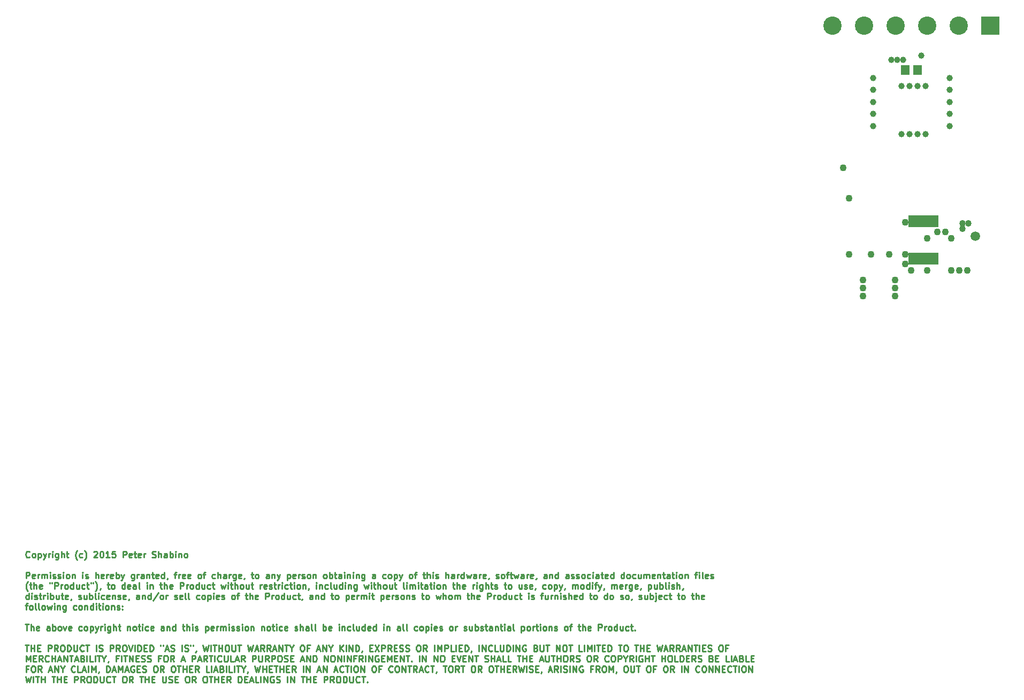
<source format=gbs>
G04 #@! TF.FileFunction,Soldermask,Bot*
%FSLAX46Y46*%
G04 Gerber Fmt 4.6, Leading zero omitted, Abs format (unit mm)*
G04 Created by KiCad (PCBNEW (2015-03-06 BZR 5484)-product) date 10/7/2015 9:22:08 PM*
%MOMM*%
G01*
G04 APERTURE LIST*
%ADD10C,0.100000*%
%ADD11C,0.250000*%
%ADD12C,2.900000*%
%ADD13R,2.900000X2.900000*%
%ADD14C,1.035000*%
%ADD15R,1.400000X1.650000*%
%ADD16R,0.850000X1.850000*%
%ADD17C,1.085800*%
%ADD18C,1.517600*%
%ADD19C,1.000000*%
G04 APERTURE END LIST*
D10*
D11*
X15414524Y-174672143D02*
X15366905Y-174719762D01*
X15224048Y-174767381D01*
X15128810Y-174767381D01*
X14985952Y-174719762D01*
X14890714Y-174624524D01*
X14843095Y-174529286D01*
X14795476Y-174338810D01*
X14795476Y-174195952D01*
X14843095Y-174005476D01*
X14890714Y-173910238D01*
X14985952Y-173815000D01*
X15128810Y-173767381D01*
X15224048Y-173767381D01*
X15366905Y-173815000D01*
X15414524Y-173862619D01*
X15985952Y-174767381D02*
X15890714Y-174719762D01*
X15843095Y-174672143D01*
X15795476Y-174576905D01*
X15795476Y-174291190D01*
X15843095Y-174195952D01*
X15890714Y-174148333D01*
X15985952Y-174100714D01*
X16128810Y-174100714D01*
X16224048Y-174148333D01*
X16271667Y-174195952D01*
X16319286Y-174291190D01*
X16319286Y-174576905D01*
X16271667Y-174672143D01*
X16224048Y-174719762D01*
X16128810Y-174767381D01*
X15985952Y-174767381D01*
X16747857Y-174100714D02*
X16747857Y-175100714D01*
X16747857Y-174148333D02*
X16843095Y-174100714D01*
X17033572Y-174100714D01*
X17128810Y-174148333D01*
X17176429Y-174195952D01*
X17224048Y-174291190D01*
X17224048Y-174576905D01*
X17176429Y-174672143D01*
X17128810Y-174719762D01*
X17033572Y-174767381D01*
X16843095Y-174767381D01*
X16747857Y-174719762D01*
X17557381Y-174100714D02*
X17795476Y-174767381D01*
X18033572Y-174100714D02*
X17795476Y-174767381D01*
X17700238Y-175005476D01*
X17652619Y-175053095D01*
X17557381Y-175100714D01*
X18414524Y-174767381D02*
X18414524Y-174100714D01*
X18414524Y-174291190D02*
X18462143Y-174195952D01*
X18509762Y-174148333D01*
X18605000Y-174100714D01*
X18700239Y-174100714D01*
X19033572Y-174767381D02*
X19033572Y-174100714D01*
X19033572Y-173767381D02*
X18985953Y-173815000D01*
X19033572Y-173862619D01*
X19081191Y-173815000D01*
X19033572Y-173767381D01*
X19033572Y-173862619D01*
X19938334Y-174100714D02*
X19938334Y-174910238D01*
X19890715Y-175005476D01*
X19843096Y-175053095D01*
X19747857Y-175100714D01*
X19605000Y-175100714D01*
X19509762Y-175053095D01*
X19938334Y-174719762D02*
X19843096Y-174767381D01*
X19652619Y-174767381D01*
X19557381Y-174719762D01*
X19509762Y-174672143D01*
X19462143Y-174576905D01*
X19462143Y-174291190D01*
X19509762Y-174195952D01*
X19557381Y-174148333D01*
X19652619Y-174100714D01*
X19843096Y-174100714D01*
X19938334Y-174148333D01*
X20414524Y-174767381D02*
X20414524Y-173767381D01*
X20843096Y-174767381D02*
X20843096Y-174243571D01*
X20795477Y-174148333D01*
X20700239Y-174100714D01*
X20557381Y-174100714D01*
X20462143Y-174148333D01*
X20414524Y-174195952D01*
X21176429Y-174100714D02*
X21557381Y-174100714D01*
X21319286Y-173767381D02*
X21319286Y-174624524D01*
X21366905Y-174719762D01*
X21462143Y-174767381D01*
X21557381Y-174767381D01*
X22938335Y-175148333D02*
X22890715Y-175100714D01*
X22795477Y-174957857D01*
X22747858Y-174862619D01*
X22700239Y-174719762D01*
X22652620Y-174481667D01*
X22652620Y-174291190D01*
X22700239Y-174053095D01*
X22747858Y-173910238D01*
X22795477Y-173815000D01*
X22890715Y-173672143D01*
X22938335Y-173624524D01*
X23747859Y-174719762D02*
X23652621Y-174767381D01*
X23462144Y-174767381D01*
X23366906Y-174719762D01*
X23319287Y-174672143D01*
X23271668Y-174576905D01*
X23271668Y-174291190D01*
X23319287Y-174195952D01*
X23366906Y-174148333D01*
X23462144Y-174100714D01*
X23652621Y-174100714D01*
X23747859Y-174148333D01*
X24081192Y-175148333D02*
X24128811Y-175100714D01*
X24224049Y-174957857D01*
X24271668Y-174862619D01*
X24319287Y-174719762D01*
X24366906Y-174481667D01*
X24366906Y-174291190D01*
X24319287Y-174053095D01*
X24271668Y-173910238D01*
X24224049Y-173815000D01*
X24128811Y-173672143D01*
X24081192Y-173624524D01*
X25557383Y-173862619D02*
X25605002Y-173815000D01*
X25700240Y-173767381D01*
X25938336Y-173767381D01*
X26033574Y-173815000D01*
X26081193Y-173862619D01*
X26128812Y-173957857D01*
X26128812Y-174053095D01*
X26081193Y-174195952D01*
X25509764Y-174767381D01*
X26128812Y-174767381D01*
X26747859Y-173767381D02*
X26843098Y-173767381D01*
X26938336Y-173815000D01*
X26985955Y-173862619D01*
X27033574Y-173957857D01*
X27081193Y-174148333D01*
X27081193Y-174386429D01*
X27033574Y-174576905D01*
X26985955Y-174672143D01*
X26938336Y-174719762D01*
X26843098Y-174767381D01*
X26747859Y-174767381D01*
X26652621Y-174719762D01*
X26605002Y-174672143D01*
X26557383Y-174576905D01*
X26509764Y-174386429D01*
X26509764Y-174148333D01*
X26557383Y-173957857D01*
X26605002Y-173862619D01*
X26652621Y-173815000D01*
X26747859Y-173767381D01*
X28033574Y-174767381D02*
X27462145Y-174767381D01*
X27747859Y-174767381D02*
X27747859Y-173767381D01*
X27652621Y-173910238D01*
X27557383Y-174005476D01*
X27462145Y-174053095D01*
X28938336Y-173767381D02*
X28462145Y-173767381D01*
X28414526Y-174243571D01*
X28462145Y-174195952D01*
X28557383Y-174148333D01*
X28795479Y-174148333D01*
X28890717Y-174195952D01*
X28938336Y-174243571D01*
X28985955Y-174338810D01*
X28985955Y-174576905D01*
X28938336Y-174672143D01*
X28890717Y-174719762D01*
X28795479Y-174767381D01*
X28557383Y-174767381D01*
X28462145Y-174719762D01*
X28414526Y-174672143D01*
X30176431Y-174767381D02*
X30176431Y-173767381D01*
X30557384Y-173767381D01*
X30652622Y-173815000D01*
X30700241Y-173862619D01*
X30747860Y-173957857D01*
X30747860Y-174100714D01*
X30700241Y-174195952D01*
X30652622Y-174243571D01*
X30557384Y-174291190D01*
X30176431Y-174291190D01*
X31557384Y-174719762D02*
X31462146Y-174767381D01*
X31271669Y-174767381D01*
X31176431Y-174719762D01*
X31128812Y-174624524D01*
X31128812Y-174243571D01*
X31176431Y-174148333D01*
X31271669Y-174100714D01*
X31462146Y-174100714D01*
X31557384Y-174148333D01*
X31605003Y-174243571D01*
X31605003Y-174338810D01*
X31128812Y-174434048D01*
X31890717Y-174100714D02*
X32271669Y-174100714D01*
X32033574Y-173767381D02*
X32033574Y-174624524D01*
X32081193Y-174719762D01*
X32176431Y-174767381D01*
X32271669Y-174767381D01*
X32985956Y-174719762D02*
X32890718Y-174767381D01*
X32700241Y-174767381D01*
X32605003Y-174719762D01*
X32557384Y-174624524D01*
X32557384Y-174243571D01*
X32605003Y-174148333D01*
X32700241Y-174100714D01*
X32890718Y-174100714D01*
X32985956Y-174148333D01*
X33033575Y-174243571D01*
X33033575Y-174338810D01*
X32557384Y-174434048D01*
X33462146Y-174767381D02*
X33462146Y-174100714D01*
X33462146Y-174291190D02*
X33509765Y-174195952D01*
X33557384Y-174148333D01*
X33652622Y-174100714D01*
X33747861Y-174100714D01*
X34795480Y-174719762D02*
X34938337Y-174767381D01*
X35176433Y-174767381D01*
X35271671Y-174719762D01*
X35319290Y-174672143D01*
X35366909Y-174576905D01*
X35366909Y-174481667D01*
X35319290Y-174386429D01*
X35271671Y-174338810D01*
X35176433Y-174291190D01*
X34985956Y-174243571D01*
X34890718Y-174195952D01*
X34843099Y-174148333D01*
X34795480Y-174053095D01*
X34795480Y-173957857D01*
X34843099Y-173862619D01*
X34890718Y-173815000D01*
X34985956Y-173767381D01*
X35224052Y-173767381D01*
X35366909Y-173815000D01*
X35795480Y-174767381D02*
X35795480Y-173767381D01*
X36224052Y-174767381D02*
X36224052Y-174243571D01*
X36176433Y-174148333D01*
X36081195Y-174100714D01*
X35938337Y-174100714D01*
X35843099Y-174148333D01*
X35795480Y-174195952D01*
X37128814Y-174767381D02*
X37128814Y-174243571D01*
X37081195Y-174148333D01*
X36985957Y-174100714D01*
X36795480Y-174100714D01*
X36700242Y-174148333D01*
X37128814Y-174719762D02*
X37033576Y-174767381D01*
X36795480Y-174767381D01*
X36700242Y-174719762D01*
X36652623Y-174624524D01*
X36652623Y-174529286D01*
X36700242Y-174434048D01*
X36795480Y-174386429D01*
X37033576Y-174386429D01*
X37128814Y-174338810D01*
X37605004Y-174767381D02*
X37605004Y-173767381D01*
X37605004Y-174148333D02*
X37700242Y-174100714D01*
X37890719Y-174100714D01*
X37985957Y-174148333D01*
X38033576Y-174195952D01*
X38081195Y-174291190D01*
X38081195Y-174576905D01*
X38033576Y-174672143D01*
X37985957Y-174719762D01*
X37890719Y-174767381D01*
X37700242Y-174767381D01*
X37605004Y-174719762D01*
X38509766Y-174767381D02*
X38509766Y-174100714D01*
X38509766Y-173767381D02*
X38462147Y-173815000D01*
X38509766Y-173862619D01*
X38557385Y-173815000D01*
X38509766Y-173767381D01*
X38509766Y-173862619D01*
X38985956Y-174100714D02*
X38985956Y-174767381D01*
X38985956Y-174195952D02*
X39033575Y-174148333D01*
X39128813Y-174100714D01*
X39271671Y-174100714D01*
X39366909Y-174148333D01*
X39414528Y-174243571D01*
X39414528Y-174767381D01*
X40033575Y-174767381D02*
X39938337Y-174719762D01*
X39890718Y-174672143D01*
X39843099Y-174576905D01*
X39843099Y-174291190D01*
X39890718Y-174195952D01*
X39938337Y-174148333D01*
X40033575Y-174100714D01*
X40176433Y-174100714D01*
X40271671Y-174148333D01*
X40319290Y-174195952D01*
X40366909Y-174291190D01*
X40366909Y-174576905D01*
X40319290Y-174672143D01*
X40271671Y-174719762D01*
X40176433Y-174767381D01*
X40033575Y-174767381D01*
X14843095Y-178067381D02*
X14843095Y-177067381D01*
X15224048Y-177067381D01*
X15319286Y-177115000D01*
X15366905Y-177162619D01*
X15414524Y-177257857D01*
X15414524Y-177400714D01*
X15366905Y-177495952D01*
X15319286Y-177543571D01*
X15224048Y-177591190D01*
X14843095Y-177591190D01*
X16224048Y-178019762D02*
X16128810Y-178067381D01*
X15938333Y-178067381D01*
X15843095Y-178019762D01*
X15795476Y-177924524D01*
X15795476Y-177543571D01*
X15843095Y-177448333D01*
X15938333Y-177400714D01*
X16128810Y-177400714D01*
X16224048Y-177448333D01*
X16271667Y-177543571D01*
X16271667Y-177638810D01*
X15795476Y-177734048D01*
X16700238Y-178067381D02*
X16700238Y-177400714D01*
X16700238Y-177591190D02*
X16747857Y-177495952D01*
X16795476Y-177448333D01*
X16890714Y-177400714D01*
X16985953Y-177400714D01*
X17319286Y-178067381D02*
X17319286Y-177400714D01*
X17319286Y-177495952D02*
X17366905Y-177448333D01*
X17462143Y-177400714D01*
X17605001Y-177400714D01*
X17700239Y-177448333D01*
X17747858Y-177543571D01*
X17747858Y-178067381D01*
X17747858Y-177543571D02*
X17795477Y-177448333D01*
X17890715Y-177400714D01*
X18033572Y-177400714D01*
X18128810Y-177448333D01*
X18176429Y-177543571D01*
X18176429Y-178067381D01*
X18652619Y-178067381D02*
X18652619Y-177400714D01*
X18652619Y-177067381D02*
X18605000Y-177115000D01*
X18652619Y-177162619D01*
X18700238Y-177115000D01*
X18652619Y-177067381D01*
X18652619Y-177162619D01*
X19081190Y-178019762D02*
X19176428Y-178067381D01*
X19366904Y-178067381D01*
X19462143Y-178019762D01*
X19509762Y-177924524D01*
X19509762Y-177876905D01*
X19462143Y-177781667D01*
X19366904Y-177734048D01*
X19224047Y-177734048D01*
X19128809Y-177686429D01*
X19081190Y-177591190D01*
X19081190Y-177543571D01*
X19128809Y-177448333D01*
X19224047Y-177400714D01*
X19366904Y-177400714D01*
X19462143Y-177448333D01*
X19890714Y-178019762D02*
X19985952Y-178067381D01*
X20176428Y-178067381D01*
X20271667Y-178019762D01*
X20319286Y-177924524D01*
X20319286Y-177876905D01*
X20271667Y-177781667D01*
X20176428Y-177734048D01*
X20033571Y-177734048D01*
X19938333Y-177686429D01*
X19890714Y-177591190D01*
X19890714Y-177543571D01*
X19938333Y-177448333D01*
X20033571Y-177400714D01*
X20176428Y-177400714D01*
X20271667Y-177448333D01*
X20747857Y-178067381D02*
X20747857Y-177400714D01*
X20747857Y-177067381D02*
X20700238Y-177115000D01*
X20747857Y-177162619D01*
X20795476Y-177115000D01*
X20747857Y-177067381D01*
X20747857Y-177162619D01*
X21366904Y-178067381D02*
X21271666Y-178019762D01*
X21224047Y-177972143D01*
X21176428Y-177876905D01*
X21176428Y-177591190D01*
X21224047Y-177495952D01*
X21271666Y-177448333D01*
X21366904Y-177400714D01*
X21509762Y-177400714D01*
X21605000Y-177448333D01*
X21652619Y-177495952D01*
X21700238Y-177591190D01*
X21700238Y-177876905D01*
X21652619Y-177972143D01*
X21605000Y-178019762D01*
X21509762Y-178067381D01*
X21366904Y-178067381D01*
X22128809Y-177400714D02*
X22128809Y-178067381D01*
X22128809Y-177495952D02*
X22176428Y-177448333D01*
X22271666Y-177400714D01*
X22414524Y-177400714D01*
X22509762Y-177448333D01*
X22557381Y-177543571D01*
X22557381Y-178067381D01*
X23795476Y-178067381D02*
X23795476Y-177400714D01*
X23795476Y-177067381D02*
X23747857Y-177115000D01*
X23795476Y-177162619D01*
X23843095Y-177115000D01*
X23795476Y-177067381D01*
X23795476Y-177162619D01*
X24224047Y-178019762D02*
X24319285Y-178067381D01*
X24509761Y-178067381D01*
X24605000Y-178019762D01*
X24652619Y-177924524D01*
X24652619Y-177876905D01*
X24605000Y-177781667D01*
X24509761Y-177734048D01*
X24366904Y-177734048D01*
X24271666Y-177686429D01*
X24224047Y-177591190D01*
X24224047Y-177543571D01*
X24271666Y-177448333D01*
X24366904Y-177400714D01*
X24509761Y-177400714D01*
X24605000Y-177448333D01*
X25843095Y-178067381D02*
X25843095Y-177067381D01*
X26271667Y-178067381D02*
X26271667Y-177543571D01*
X26224048Y-177448333D01*
X26128810Y-177400714D01*
X25985952Y-177400714D01*
X25890714Y-177448333D01*
X25843095Y-177495952D01*
X27128810Y-178019762D02*
X27033572Y-178067381D01*
X26843095Y-178067381D01*
X26747857Y-178019762D01*
X26700238Y-177924524D01*
X26700238Y-177543571D01*
X26747857Y-177448333D01*
X26843095Y-177400714D01*
X27033572Y-177400714D01*
X27128810Y-177448333D01*
X27176429Y-177543571D01*
X27176429Y-177638810D01*
X26700238Y-177734048D01*
X27605000Y-178067381D02*
X27605000Y-177400714D01*
X27605000Y-177591190D02*
X27652619Y-177495952D01*
X27700238Y-177448333D01*
X27795476Y-177400714D01*
X27890715Y-177400714D01*
X28605001Y-178019762D02*
X28509763Y-178067381D01*
X28319286Y-178067381D01*
X28224048Y-178019762D01*
X28176429Y-177924524D01*
X28176429Y-177543571D01*
X28224048Y-177448333D01*
X28319286Y-177400714D01*
X28509763Y-177400714D01*
X28605001Y-177448333D01*
X28652620Y-177543571D01*
X28652620Y-177638810D01*
X28176429Y-177734048D01*
X29081191Y-178067381D02*
X29081191Y-177067381D01*
X29081191Y-177448333D02*
X29176429Y-177400714D01*
X29366906Y-177400714D01*
X29462144Y-177448333D01*
X29509763Y-177495952D01*
X29557382Y-177591190D01*
X29557382Y-177876905D01*
X29509763Y-177972143D01*
X29462144Y-178019762D01*
X29366906Y-178067381D01*
X29176429Y-178067381D01*
X29081191Y-178019762D01*
X29890715Y-177400714D02*
X30128810Y-178067381D01*
X30366906Y-177400714D02*
X30128810Y-178067381D01*
X30033572Y-178305476D01*
X29985953Y-178353095D01*
X29890715Y-178400714D01*
X31938335Y-177400714D02*
X31938335Y-178210238D01*
X31890716Y-178305476D01*
X31843097Y-178353095D01*
X31747858Y-178400714D01*
X31605001Y-178400714D01*
X31509763Y-178353095D01*
X31938335Y-178019762D02*
X31843097Y-178067381D01*
X31652620Y-178067381D01*
X31557382Y-178019762D01*
X31509763Y-177972143D01*
X31462144Y-177876905D01*
X31462144Y-177591190D01*
X31509763Y-177495952D01*
X31557382Y-177448333D01*
X31652620Y-177400714D01*
X31843097Y-177400714D01*
X31938335Y-177448333D01*
X32414525Y-178067381D02*
X32414525Y-177400714D01*
X32414525Y-177591190D02*
X32462144Y-177495952D01*
X32509763Y-177448333D01*
X32605001Y-177400714D01*
X32700240Y-177400714D01*
X33462145Y-178067381D02*
X33462145Y-177543571D01*
X33414526Y-177448333D01*
X33319288Y-177400714D01*
X33128811Y-177400714D01*
X33033573Y-177448333D01*
X33462145Y-178019762D02*
X33366907Y-178067381D01*
X33128811Y-178067381D01*
X33033573Y-178019762D01*
X32985954Y-177924524D01*
X32985954Y-177829286D01*
X33033573Y-177734048D01*
X33128811Y-177686429D01*
X33366907Y-177686429D01*
X33462145Y-177638810D01*
X33938335Y-177400714D02*
X33938335Y-178067381D01*
X33938335Y-177495952D02*
X33985954Y-177448333D01*
X34081192Y-177400714D01*
X34224050Y-177400714D01*
X34319288Y-177448333D01*
X34366907Y-177543571D01*
X34366907Y-178067381D01*
X34700240Y-177400714D02*
X35081192Y-177400714D01*
X34843097Y-177067381D02*
X34843097Y-177924524D01*
X34890716Y-178019762D01*
X34985954Y-178067381D01*
X35081192Y-178067381D01*
X35795479Y-178019762D02*
X35700241Y-178067381D01*
X35509764Y-178067381D01*
X35414526Y-178019762D01*
X35366907Y-177924524D01*
X35366907Y-177543571D01*
X35414526Y-177448333D01*
X35509764Y-177400714D01*
X35700241Y-177400714D01*
X35795479Y-177448333D01*
X35843098Y-177543571D01*
X35843098Y-177638810D01*
X35366907Y-177734048D01*
X36700241Y-178067381D02*
X36700241Y-177067381D01*
X36700241Y-178019762D02*
X36605003Y-178067381D01*
X36414526Y-178067381D01*
X36319288Y-178019762D01*
X36271669Y-177972143D01*
X36224050Y-177876905D01*
X36224050Y-177591190D01*
X36271669Y-177495952D01*
X36319288Y-177448333D01*
X36414526Y-177400714D01*
X36605003Y-177400714D01*
X36700241Y-177448333D01*
X37224050Y-178019762D02*
X37224050Y-178067381D01*
X37176431Y-178162619D01*
X37128812Y-178210238D01*
X38271669Y-177400714D02*
X38652621Y-177400714D01*
X38414526Y-178067381D02*
X38414526Y-177210238D01*
X38462145Y-177115000D01*
X38557383Y-177067381D01*
X38652621Y-177067381D01*
X38985955Y-178067381D02*
X38985955Y-177400714D01*
X38985955Y-177591190D02*
X39033574Y-177495952D01*
X39081193Y-177448333D01*
X39176431Y-177400714D01*
X39271670Y-177400714D01*
X39985956Y-178019762D02*
X39890718Y-178067381D01*
X39700241Y-178067381D01*
X39605003Y-178019762D01*
X39557384Y-177924524D01*
X39557384Y-177543571D01*
X39605003Y-177448333D01*
X39700241Y-177400714D01*
X39890718Y-177400714D01*
X39985956Y-177448333D01*
X40033575Y-177543571D01*
X40033575Y-177638810D01*
X39557384Y-177734048D01*
X40843099Y-178019762D02*
X40747861Y-178067381D01*
X40557384Y-178067381D01*
X40462146Y-178019762D01*
X40414527Y-177924524D01*
X40414527Y-177543571D01*
X40462146Y-177448333D01*
X40557384Y-177400714D01*
X40747861Y-177400714D01*
X40843099Y-177448333D01*
X40890718Y-177543571D01*
X40890718Y-177638810D01*
X40414527Y-177734048D01*
X42224051Y-178067381D02*
X42128813Y-178019762D01*
X42081194Y-177972143D01*
X42033575Y-177876905D01*
X42033575Y-177591190D01*
X42081194Y-177495952D01*
X42128813Y-177448333D01*
X42224051Y-177400714D01*
X42366909Y-177400714D01*
X42462147Y-177448333D01*
X42509766Y-177495952D01*
X42557385Y-177591190D01*
X42557385Y-177876905D01*
X42509766Y-177972143D01*
X42462147Y-178019762D01*
X42366909Y-178067381D01*
X42224051Y-178067381D01*
X42843099Y-177400714D02*
X43224051Y-177400714D01*
X42985956Y-178067381D02*
X42985956Y-177210238D01*
X43033575Y-177115000D01*
X43128813Y-177067381D01*
X43224051Y-177067381D01*
X44747862Y-178019762D02*
X44652624Y-178067381D01*
X44462147Y-178067381D01*
X44366909Y-178019762D01*
X44319290Y-177972143D01*
X44271671Y-177876905D01*
X44271671Y-177591190D01*
X44319290Y-177495952D01*
X44366909Y-177448333D01*
X44462147Y-177400714D01*
X44652624Y-177400714D01*
X44747862Y-177448333D01*
X45176433Y-178067381D02*
X45176433Y-177067381D01*
X45605005Y-178067381D02*
X45605005Y-177543571D01*
X45557386Y-177448333D01*
X45462148Y-177400714D01*
X45319290Y-177400714D01*
X45224052Y-177448333D01*
X45176433Y-177495952D01*
X46509767Y-178067381D02*
X46509767Y-177543571D01*
X46462148Y-177448333D01*
X46366910Y-177400714D01*
X46176433Y-177400714D01*
X46081195Y-177448333D01*
X46509767Y-178019762D02*
X46414529Y-178067381D01*
X46176433Y-178067381D01*
X46081195Y-178019762D01*
X46033576Y-177924524D01*
X46033576Y-177829286D01*
X46081195Y-177734048D01*
X46176433Y-177686429D01*
X46414529Y-177686429D01*
X46509767Y-177638810D01*
X46985957Y-178067381D02*
X46985957Y-177400714D01*
X46985957Y-177591190D02*
X47033576Y-177495952D01*
X47081195Y-177448333D01*
X47176433Y-177400714D01*
X47271672Y-177400714D01*
X48033577Y-177400714D02*
X48033577Y-178210238D01*
X47985958Y-178305476D01*
X47938339Y-178353095D01*
X47843100Y-178400714D01*
X47700243Y-178400714D01*
X47605005Y-178353095D01*
X48033577Y-178019762D02*
X47938339Y-178067381D01*
X47747862Y-178067381D01*
X47652624Y-178019762D01*
X47605005Y-177972143D01*
X47557386Y-177876905D01*
X47557386Y-177591190D01*
X47605005Y-177495952D01*
X47652624Y-177448333D01*
X47747862Y-177400714D01*
X47938339Y-177400714D01*
X48033577Y-177448333D01*
X48890720Y-178019762D02*
X48795482Y-178067381D01*
X48605005Y-178067381D01*
X48509767Y-178019762D01*
X48462148Y-177924524D01*
X48462148Y-177543571D01*
X48509767Y-177448333D01*
X48605005Y-177400714D01*
X48795482Y-177400714D01*
X48890720Y-177448333D01*
X48938339Y-177543571D01*
X48938339Y-177638810D01*
X48462148Y-177734048D01*
X49414529Y-178019762D02*
X49414529Y-178067381D01*
X49366910Y-178162619D01*
X49319291Y-178210238D01*
X50462148Y-177400714D02*
X50843100Y-177400714D01*
X50605005Y-177067381D02*
X50605005Y-177924524D01*
X50652624Y-178019762D01*
X50747862Y-178067381D01*
X50843100Y-178067381D01*
X51319291Y-178067381D02*
X51224053Y-178019762D01*
X51176434Y-177972143D01*
X51128815Y-177876905D01*
X51128815Y-177591190D01*
X51176434Y-177495952D01*
X51224053Y-177448333D01*
X51319291Y-177400714D01*
X51462149Y-177400714D01*
X51557387Y-177448333D01*
X51605006Y-177495952D01*
X51652625Y-177591190D01*
X51652625Y-177876905D01*
X51605006Y-177972143D01*
X51557387Y-178019762D01*
X51462149Y-178067381D01*
X51319291Y-178067381D01*
X53271673Y-178067381D02*
X53271673Y-177543571D01*
X53224054Y-177448333D01*
X53128816Y-177400714D01*
X52938339Y-177400714D01*
X52843101Y-177448333D01*
X53271673Y-178019762D02*
X53176435Y-178067381D01*
X52938339Y-178067381D01*
X52843101Y-178019762D01*
X52795482Y-177924524D01*
X52795482Y-177829286D01*
X52843101Y-177734048D01*
X52938339Y-177686429D01*
X53176435Y-177686429D01*
X53271673Y-177638810D01*
X53747863Y-177400714D02*
X53747863Y-178067381D01*
X53747863Y-177495952D02*
X53795482Y-177448333D01*
X53890720Y-177400714D01*
X54033578Y-177400714D01*
X54128816Y-177448333D01*
X54176435Y-177543571D01*
X54176435Y-178067381D01*
X54557387Y-177400714D02*
X54795482Y-178067381D01*
X55033578Y-177400714D02*
X54795482Y-178067381D01*
X54700244Y-178305476D01*
X54652625Y-178353095D01*
X54557387Y-178400714D01*
X56176435Y-177400714D02*
X56176435Y-178400714D01*
X56176435Y-177448333D02*
X56271673Y-177400714D01*
X56462150Y-177400714D01*
X56557388Y-177448333D01*
X56605007Y-177495952D01*
X56652626Y-177591190D01*
X56652626Y-177876905D01*
X56605007Y-177972143D01*
X56557388Y-178019762D01*
X56462150Y-178067381D01*
X56271673Y-178067381D01*
X56176435Y-178019762D01*
X57462150Y-178019762D02*
X57366912Y-178067381D01*
X57176435Y-178067381D01*
X57081197Y-178019762D01*
X57033578Y-177924524D01*
X57033578Y-177543571D01*
X57081197Y-177448333D01*
X57176435Y-177400714D01*
X57366912Y-177400714D01*
X57462150Y-177448333D01*
X57509769Y-177543571D01*
X57509769Y-177638810D01*
X57033578Y-177734048D01*
X57938340Y-178067381D02*
X57938340Y-177400714D01*
X57938340Y-177591190D02*
X57985959Y-177495952D01*
X58033578Y-177448333D01*
X58128816Y-177400714D01*
X58224055Y-177400714D01*
X58509769Y-178019762D02*
X58605007Y-178067381D01*
X58795483Y-178067381D01*
X58890722Y-178019762D01*
X58938341Y-177924524D01*
X58938341Y-177876905D01*
X58890722Y-177781667D01*
X58795483Y-177734048D01*
X58652626Y-177734048D01*
X58557388Y-177686429D01*
X58509769Y-177591190D01*
X58509769Y-177543571D01*
X58557388Y-177448333D01*
X58652626Y-177400714D01*
X58795483Y-177400714D01*
X58890722Y-177448333D01*
X59509769Y-178067381D02*
X59414531Y-178019762D01*
X59366912Y-177972143D01*
X59319293Y-177876905D01*
X59319293Y-177591190D01*
X59366912Y-177495952D01*
X59414531Y-177448333D01*
X59509769Y-177400714D01*
X59652627Y-177400714D01*
X59747865Y-177448333D01*
X59795484Y-177495952D01*
X59843103Y-177591190D01*
X59843103Y-177876905D01*
X59795484Y-177972143D01*
X59747865Y-178019762D01*
X59652627Y-178067381D01*
X59509769Y-178067381D01*
X60271674Y-177400714D02*
X60271674Y-178067381D01*
X60271674Y-177495952D02*
X60319293Y-177448333D01*
X60414531Y-177400714D01*
X60557389Y-177400714D01*
X60652627Y-177448333D01*
X60700246Y-177543571D01*
X60700246Y-178067381D01*
X62081198Y-178067381D02*
X61985960Y-178019762D01*
X61938341Y-177972143D01*
X61890722Y-177876905D01*
X61890722Y-177591190D01*
X61938341Y-177495952D01*
X61985960Y-177448333D01*
X62081198Y-177400714D01*
X62224056Y-177400714D01*
X62319294Y-177448333D01*
X62366913Y-177495952D01*
X62414532Y-177591190D01*
X62414532Y-177876905D01*
X62366913Y-177972143D01*
X62319294Y-178019762D01*
X62224056Y-178067381D01*
X62081198Y-178067381D01*
X62843103Y-178067381D02*
X62843103Y-177067381D01*
X62843103Y-177448333D02*
X62938341Y-177400714D01*
X63128818Y-177400714D01*
X63224056Y-177448333D01*
X63271675Y-177495952D01*
X63319294Y-177591190D01*
X63319294Y-177876905D01*
X63271675Y-177972143D01*
X63224056Y-178019762D01*
X63128818Y-178067381D01*
X62938341Y-178067381D01*
X62843103Y-178019762D01*
X63605008Y-177400714D02*
X63985960Y-177400714D01*
X63747865Y-177067381D02*
X63747865Y-177924524D01*
X63795484Y-178019762D01*
X63890722Y-178067381D01*
X63985960Y-178067381D01*
X64747866Y-178067381D02*
X64747866Y-177543571D01*
X64700247Y-177448333D01*
X64605009Y-177400714D01*
X64414532Y-177400714D01*
X64319294Y-177448333D01*
X64747866Y-178019762D02*
X64652628Y-178067381D01*
X64414532Y-178067381D01*
X64319294Y-178019762D01*
X64271675Y-177924524D01*
X64271675Y-177829286D01*
X64319294Y-177734048D01*
X64414532Y-177686429D01*
X64652628Y-177686429D01*
X64747866Y-177638810D01*
X65224056Y-178067381D02*
X65224056Y-177400714D01*
X65224056Y-177067381D02*
X65176437Y-177115000D01*
X65224056Y-177162619D01*
X65271675Y-177115000D01*
X65224056Y-177067381D01*
X65224056Y-177162619D01*
X65700246Y-177400714D02*
X65700246Y-178067381D01*
X65700246Y-177495952D02*
X65747865Y-177448333D01*
X65843103Y-177400714D01*
X65985961Y-177400714D01*
X66081199Y-177448333D01*
X66128818Y-177543571D01*
X66128818Y-178067381D01*
X66605008Y-178067381D02*
X66605008Y-177400714D01*
X66605008Y-177067381D02*
X66557389Y-177115000D01*
X66605008Y-177162619D01*
X66652627Y-177115000D01*
X66605008Y-177067381D01*
X66605008Y-177162619D01*
X67081198Y-177400714D02*
X67081198Y-178067381D01*
X67081198Y-177495952D02*
X67128817Y-177448333D01*
X67224055Y-177400714D01*
X67366913Y-177400714D01*
X67462151Y-177448333D01*
X67509770Y-177543571D01*
X67509770Y-178067381D01*
X68414532Y-177400714D02*
X68414532Y-178210238D01*
X68366913Y-178305476D01*
X68319294Y-178353095D01*
X68224055Y-178400714D01*
X68081198Y-178400714D01*
X67985960Y-178353095D01*
X68414532Y-178019762D02*
X68319294Y-178067381D01*
X68128817Y-178067381D01*
X68033579Y-178019762D01*
X67985960Y-177972143D01*
X67938341Y-177876905D01*
X67938341Y-177591190D01*
X67985960Y-177495952D01*
X68033579Y-177448333D01*
X68128817Y-177400714D01*
X68319294Y-177400714D01*
X68414532Y-177448333D01*
X70081199Y-178067381D02*
X70081199Y-177543571D01*
X70033580Y-177448333D01*
X69938342Y-177400714D01*
X69747865Y-177400714D01*
X69652627Y-177448333D01*
X70081199Y-178019762D02*
X69985961Y-178067381D01*
X69747865Y-178067381D01*
X69652627Y-178019762D01*
X69605008Y-177924524D01*
X69605008Y-177829286D01*
X69652627Y-177734048D01*
X69747865Y-177686429D01*
X69985961Y-177686429D01*
X70081199Y-177638810D01*
X71747866Y-178019762D02*
X71652628Y-178067381D01*
X71462151Y-178067381D01*
X71366913Y-178019762D01*
X71319294Y-177972143D01*
X71271675Y-177876905D01*
X71271675Y-177591190D01*
X71319294Y-177495952D01*
X71366913Y-177448333D01*
X71462151Y-177400714D01*
X71652628Y-177400714D01*
X71747866Y-177448333D01*
X72319294Y-178067381D02*
X72224056Y-178019762D01*
X72176437Y-177972143D01*
X72128818Y-177876905D01*
X72128818Y-177591190D01*
X72176437Y-177495952D01*
X72224056Y-177448333D01*
X72319294Y-177400714D01*
X72462152Y-177400714D01*
X72557390Y-177448333D01*
X72605009Y-177495952D01*
X72652628Y-177591190D01*
X72652628Y-177876905D01*
X72605009Y-177972143D01*
X72557390Y-178019762D01*
X72462152Y-178067381D01*
X72319294Y-178067381D01*
X73081199Y-177400714D02*
X73081199Y-178400714D01*
X73081199Y-177448333D02*
X73176437Y-177400714D01*
X73366914Y-177400714D01*
X73462152Y-177448333D01*
X73509771Y-177495952D01*
X73557390Y-177591190D01*
X73557390Y-177876905D01*
X73509771Y-177972143D01*
X73462152Y-178019762D01*
X73366914Y-178067381D01*
X73176437Y-178067381D01*
X73081199Y-178019762D01*
X73890723Y-177400714D02*
X74128818Y-178067381D01*
X74366914Y-177400714D02*
X74128818Y-178067381D01*
X74033580Y-178305476D01*
X73985961Y-178353095D01*
X73890723Y-178400714D01*
X75652628Y-178067381D02*
X75557390Y-178019762D01*
X75509771Y-177972143D01*
X75462152Y-177876905D01*
X75462152Y-177591190D01*
X75509771Y-177495952D01*
X75557390Y-177448333D01*
X75652628Y-177400714D01*
X75795486Y-177400714D01*
X75890724Y-177448333D01*
X75938343Y-177495952D01*
X75985962Y-177591190D01*
X75985962Y-177876905D01*
X75938343Y-177972143D01*
X75890724Y-178019762D01*
X75795486Y-178067381D01*
X75652628Y-178067381D01*
X76271676Y-177400714D02*
X76652628Y-177400714D01*
X76414533Y-178067381D02*
X76414533Y-177210238D01*
X76462152Y-177115000D01*
X76557390Y-177067381D01*
X76652628Y-177067381D01*
X77605010Y-177400714D02*
X77985962Y-177400714D01*
X77747867Y-177067381D02*
X77747867Y-177924524D01*
X77795486Y-178019762D01*
X77890724Y-178067381D01*
X77985962Y-178067381D01*
X78319296Y-178067381D02*
X78319296Y-177067381D01*
X78747868Y-178067381D02*
X78747868Y-177543571D01*
X78700249Y-177448333D01*
X78605011Y-177400714D01*
X78462153Y-177400714D01*
X78366915Y-177448333D01*
X78319296Y-177495952D01*
X79224058Y-178067381D02*
X79224058Y-177400714D01*
X79224058Y-177067381D02*
X79176439Y-177115000D01*
X79224058Y-177162619D01*
X79271677Y-177115000D01*
X79224058Y-177067381D01*
X79224058Y-177162619D01*
X79652629Y-178019762D02*
X79747867Y-178067381D01*
X79938343Y-178067381D01*
X80033582Y-178019762D01*
X80081201Y-177924524D01*
X80081201Y-177876905D01*
X80033582Y-177781667D01*
X79938343Y-177734048D01*
X79795486Y-177734048D01*
X79700248Y-177686429D01*
X79652629Y-177591190D01*
X79652629Y-177543571D01*
X79700248Y-177448333D01*
X79795486Y-177400714D01*
X79938343Y-177400714D01*
X80033582Y-177448333D01*
X81271677Y-178067381D02*
X81271677Y-177067381D01*
X81700249Y-178067381D02*
X81700249Y-177543571D01*
X81652630Y-177448333D01*
X81557392Y-177400714D01*
X81414534Y-177400714D01*
X81319296Y-177448333D01*
X81271677Y-177495952D01*
X82605011Y-178067381D02*
X82605011Y-177543571D01*
X82557392Y-177448333D01*
X82462154Y-177400714D01*
X82271677Y-177400714D01*
X82176439Y-177448333D01*
X82605011Y-178019762D02*
X82509773Y-178067381D01*
X82271677Y-178067381D01*
X82176439Y-178019762D01*
X82128820Y-177924524D01*
X82128820Y-177829286D01*
X82176439Y-177734048D01*
X82271677Y-177686429D01*
X82509773Y-177686429D01*
X82605011Y-177638810D01*
X83081201Y-178067381D02*
X83081201Y-177400714D01*
X83081201Y-177591190D02*
X83128820Y-177495952D01*
X83176439Y-177448333D01*
X83271677Y-177400714D01*
X83366916Y-177400714D01*
X84128821Y-178067381D02*
X84128821Y-177067381D01*
X84128821Y-178019762D02*
X84033583Y-178067381D01*
X83843106Y-178067381D01*
X83747868Y-178019762D01*
X83700249Y-177972143D01*
X83652630Y-177876905D01*
X83652630Y-177591190D01*
X83700249Y-177495952D01*
X83747868Y-177448333D01*
X83843106Y-177400714D01*
X84033583Y-177400714D01*
X84128821Y-177448333D01*
X84509773Y-177400714D02*
X84700249Y-178067381D01*
X84890726Y-177591190D01*
X85081202Y-178067381D01*
X85271678Y-177400714D01*
X86081202Y-178067381D02*
X86081202Y-177543571D01*
X86033583Y-177448333D01*
X85938345Y-177400714D01*
X85747868Y-177400714D01*
X85652630Y-177448333D01*
X86081202Y-178019762D02*
X85985964Y-178067381D01*
X85747868Y-178067381D01*
X85652630Y-178019762D01*
X85605011Y-177924524D01*
X85605011Y-177829286D01*
X85652630Y-177734048D01*
X85747868Y-177686429D01*
X85985964Y-177686429D01*
X86081202Y-177638810D01*
X86557392Y-178067381D02*
X86557392Y-177400714D01*
X86557392Y-177591190D02*
X86605011Y-177495952D01*
X86652630Y-177448333D01*
X86747868Y-177400714D01*
X86843107Y-177400714D01*
X87557393Y-178019762D02*
X87462155Y-178067381D01*
X87271678Y-178067381D01*
X87176440Y-178019762D01*
X87128821Y-177924524D01*
X87128821Y-177543571D01*
X87176440Y-177448333D01*
X87271678Y-177400714D01*
X87462155Y-177400714D01*
X87557393Y-177448333D01*
X87605012Y-177543571D01*
X87605012Y-177638810D01*
X87128821Y-177734048D01*
X88081202Y-178019762D02*
X88081202Y-178067381D01*
X88033583Y-178162619D01*
X87985964Y-178210238D01*
X89224059Y-178019762D02*
X89319297Y-178067381D01*
X89509773Y-178067381D01*
X89605012Y-178019762D01*
X89652631Y-177924524D01*
X89652631Y-177876905D01*
X89605012Y-177781667D01*
X89509773Y-177734048D01*
X89366916Y-177734048D01*
X89271678Y-177686429D01*
X89224059Y-177591190D01*
X89224059Y-177543571D01*
X89271678Y-177448333D01*
X89366916Y-177400714D01*
X89509773Y-177400714D01*
X89605012Y-177448333D01*
X90224059Y-178067381D02*
X90128821Y-178019762D01*
X90081202Y-177972143D01*
X90033583Y-177876905D01*
X90033583Y-177591190D01*
X90081202Y-177495952D01*
X90128821Y-177448333D01*
X90224059Y-177400714D01*
X90366917Y-177400714D01*
X90462155Y-177448333D01*
X90509774Y-177495952D01*
X90557393Y-177591190D01*
X90557393Y-177876905D01*
X90509774Y-177972143D01*
X90462155Y-178019762D01*
X90366917Y-178067381D01*
X90224059Y-178067381D01*
X90843107Y-177400714D02*
X91224059Y-177400714D01*
X90985964Y-178067381D02*
X90985964Y-177210238D01*
X91033583Y-177115000D01*
X91128821Y-177067381D01*
X91224059Y-177067381D01*
X91414536Y-177400714D02*
X91795488Y-177400714D01*
X91557393Y-177067381D02*
X91557393Y-177924524D01*
X91605012Y-178019762D01*
X91700250Y-178067381D01*
X91795488Y-178067381D01*
X92033584Y-177400714D02*
X92224060Y-178067381D01*
X92414537Y-177591190D01*
X92605013Y-178067381D01*
X92795489Y-177400714D01*
X93605013Y-178067381D02*
X93605013Y-177543571D01*
X93557394Y-177448333D01*
X93462156Y-177400714D01*
X93271679Y-177400714D01*
X93176441Y-177448333D01*
X93605013Y-178019762D02*
X93509775Y-178067381D01*
X93271679Y-178067381D01*
X93176441Y-178019762D01*
X93128822Y-177924524D01*
X93128822Y-177829286D01*
X93176441Y-177734048D01*
X93271679Y-177686429D01*
X93509775Y-177686429D01*
X93605013Y-177638810D01*
X94081203Y-178067381D02*
X94081203Y-177400714D01*
X94081203Y-177591190D02*
X94128822Y-177495952D01*
X94176441Y-177448333D01*
X94271679Y-177400714D01*
X94366918Y-177400714D01*
X95081204Y-178019762D02*
X94985966Y-178067381D01*
X94795489Y-178067381D01*
X94700251Y-178019762D01*
X94652632Y-177924524D01*
X94652632Y-177543571D01*
X94700251Y-177448333D01*
X94795489Y-177400714D01*
X94985966Y-177400714D01*
X95081204Y-177448333D01*
X95128823Y-177543571D01*
X95128823Y-177638810D01*
X94652632Y-177734048D01*
X95605013Y-178019762D02*
X95605013Y-178067381D01*
X95557394Y-178162619D01*
X95509775Y-178210238D01*
X97224061Y-178067381D02*
X97224061Y-177543571D01*
X97176442Y-177448333D01*
X97081204Y-177400714D01*
X96890727Y-177400714D01*
X96795489Y-177448333D01*
X97224061Y-178019762D02*
X97128823Y-178067381D01*
X96890727Y-178067381D01*
X96795489Y-178019762D01*
X96747870Y-177924524D01*
X96747870Y-177829286D01*
X96795489Y-177734048D01*
X96890727Y-177686429D01*
X97128823Y-177686429D01*
X97224061Y-177638810D01*
X97700251Y-177400714D02*
X97700251Y-178067381D01*
X97700251Y-177495952D02*
X97747870Y-177448333D01*
X97843108Y-177400714D01*
X97985966Y-177400714D01*
X98081204Y-177448333D01*
X98128823Y-177543571D01*
X98128823Y-178067381D01*
X99033585Y-178067381D02*
X99033585Y-177067381D01*
X99033585Y-178019762D02*
X98938347Y-178067381D01*
X98747870Y-178067381D01*
X98652632Y-178019762D01*
X98605013Y-177972143D01*
X98557394Y-177876905D01*
X98557394Y-177591190D01*
X98605013Y-177495952D01*
X98652632Y-177448333D01*
X98747870Y-177400714D01*
X98938347Y-177400714D01*
X99033585Y-177448333D01*
X100700252Y-178067381D02*
X100700252Y-177543571D01*
X100652633Y-177448333D01*
X100557395Y-177400714D01*
X100366918Y-177400714D01*
X100271680Y-177448333D01*
X100700252Y-178019762D02*
X100605014Y-178067381D01*
X100366918Y-178067381D01*
X100271680Y-178019762D01*
X100224061Y-177924524D01*
X100224061Y-177829286D01*
X100271680Y-177734048D01*
X100366918Y-177686429D01*
X100605014Y-177686429D01*
X100700252Y-177638810D01*
X101128823Y-178019762D02*
X101224061Y-178067381D01*
X101414537Y-178067381D01*
X101509776Y-178019762D01*
X101557395Y-177924524D01*
X101557395Y-177876905D01*
X101509776Y-177781667D01*
X101414537Y-177734048D01*
X101271680Y-177734048D01*
X101176442Y-177686429D01*
X101128823Y-177591190D01*
X101128823Y-177543571D01*
X101176442Y-177448333D01*
X101271680Y-177400714D01*
X101414537Y-177400714D01*
X101509776Y-177448333D01*
X101938347Y-178019762D02*
X102033585Y-178067381D01*
X102224061Y-178067381D01*
X102319300Y-178019762D01*
X102366919Y-177924524D01*
X102366919Y-177876905D01*
X102319300Y-177781667D01*
X102224061Y-177734048D01*
X102081204Y-177734048D01*
X101985966Y-177686429D01*
X101938347Y-177591190D01*
X101938347Y-177543571D01*
X101985966Y-177448333D01*
X102081204Y-177400714D01*
X102224061Y-177400714D01*
X102319300Y-177448333D01*
X102938347Y-178067381D02*
X102843109Y-178019762D01*
X102795490Y-177972143D01*
X102747871Y-177876905D01*
X102747871Y-177591190D01*
X102795490Y-177495952D01*
X102843109Y-177448333D01*
X102938347Y-177400714D01*
X103081205Y-177400714D01*
X103176443Y-177448333D01*
X103224062Y-177495952D01*
X103271681Y-177591190D01*
X103271681Y-177876905D01*
X103224062Y-177972143D01*
X103176443Y-178019762D01*
X103081205Y-178067381D01*
X102938347Y-178067381D01*
X104128824Y-178019762D02*
X104033586Y-178067381D01*
X103843109Y-178067381D01*
X103747871Y-178019762D01*
X103700252Y-177972143D01*
X103652633Y-177876905D01*
X103652633Y-177591190D01*
X103700252Y-177495952D01*
X103747871Y-177448333D01*
X103843109Y-177400714D01*
X104033586Y-177400714D01*
X104128824Y-177448333D01*
X104557395Y-178067381D02*
X104557395Y-177400714D01*
X104557395Y-177067381D02*
X104509776Y-177115000D01*
X104557395Y-177162619D01*
X104605014Y-177115000D01*
X104557395Y-177067381D01*
X104557395Y-177162619D01*
X105462157Y-178067381D02*
X105462157Y-177543571D01*
X105414538Y-177448333D01*
X105319300Y-177400714D01*
X105128823Y-177400714D01*
X105033585Y-177448333D01*
X105462157Y-178019762D02*
X105366919Y-178067381D01*
X105128823Y-178067381D01*
X105033585Y-178019762D01*
X104985966Y-177924524D01*
X104985966Y-177829286D01*
X105033585Y-177734048D01*
X105128823Y-177686429D01*
X105366919Y-177686429D01*
X105462157Y-177638810D01*
X105795490Y-177400714D02*
X106176442Y-177400714D01*
X105938347Y-177067381D02*
X105938347Y-177924524D01*
X105985966Y-178019762D01*
X106081204Y-178067381D01*
X106176442Y-178067381D01*
X106890729Y-178019762D02*
X106795491Y-178067381D01*
X106605014Y-178067381D01*
X106509776Y-178019762D01*
X106462157Y-177924524D01*
X106462157Y-177543571D01*
X106509776Y-177448333D01*
X106605014Y-177400714D01*
X106795491Y-177400714D01*
X106890729Y-177448333D01*
X106938348Y-177543571D01*
X106938348Y-177638810D01*
X106462157Y-177734048D01*
X107795491Y-178067381D02*
X107795491Y-177067381D01*
X107795491Y-178019762D02*
X107700253Y-178067381D01*
X107509776Y-178067381D01*
X107414538Y-178019762D01*
X107366919Y-177972143D01*
X107319300Y-177876905D01*
X107319300Y-177591190D01*
X107366919Y-177495952D01*
X107414538Y-177448333D01*
X107509776Y-177400714D01*
X107700253Y-177400714D01*
X107795491Y-177448333D01*
X109462158Y-178067381D02*
X109462158Y-177067381D01*
X109462158Y-178019762D02*
X109366920Y-178067381D01*
X109176443Y-178067381D01*
X109081205Y-178019762D01*
X109033586Y-177972143D01*
X108985967Y-177876905D01*
X108985967Y-177591190D01*
X109033586Y-177495952D01*
X109081205Y-177448333D01*
X109176443Y-177400714D01*
X109366920Y-177400714D01*
X109462158Y-177448333D01*
X110081205Y-178067381D02*
X109985967Y-178019762D01*
X109938348Y-177972143D01*
X109890729Y-177876905D01*
X109890729Y-177591190D01*
X109938348Y-177495952D01*
X109985967Y-177448333D01*
X110081205Y-177400714D01*
X110224063Y-177400714D01*
X110319301Y-177448333D01*
X110366920Y-177495952D01*
X110414539Y-177591190D01*
X110414539Y-177876905D01*
X110366920Y-177972143D01*
X110319301Y-178019762D01*
X110224063Y-178067381D01*
X110081205Y-178067381D01*
X111271682Y-178019762D02*
X111176444Y-178067381D01*
X110985967Y-178067381D01*
X110890729Y-178019762D01*
X110843110Y-177972143D01*
X110795491Y-177876905D01*
X110795491Y-177591190D01*
X110843110Y-177495952D01*
X110890729Y-177448333D01*
X110985967Y-177400714D01*
X111176444Y-177400714D01*
X111271682Y-177448333D01*
X112128825Y-177400714D02*
X112128825Y-178067381D01*
X111700253Y-177400714D02*
X111700253Y-177924524D01*
X111747872Y-178019762D01*
X111843110Y-178067381D01*
X111985968Y-178067381D01*
X112081206Y-178019762D01*
X112128825Y-177972143D01*
X112605015Y-178067381D02*
X112605015Y-177400714D01*
X112605015Y-177495952D02*
X112652634Y-177448333D01*
X112747872Y-177400714D01*
X112890730Y-177400714D01*
X112985968Y-177448333D01*
X113033587Y-177543571D01*
X113033587Y-178067381D01*
X113033587Y-177543571D02*
X113081206Y-177448333D01*
X113176444Y-177400714D01*
X113319301Y-177400714D01*
X113414539Y-177448333D01*
X113462158Y-177543571D01*
X113462158Y-178067381D01*
X114319301Y-178019762D02*
X114224063Y-178067381D01*
X114033586Y-178067381D01*
X113938348Y-178019762D01*
X113890729Y-177924524D01*
X113890729Y-177543571D01*
X113938348Y-177448333D01*
X114033586Y-177400714D01*
X114224063Y-177400714D01*
X114319301Y-177448333D01*
X114366920Y-177543571D01*
X114366920Y-177638810D01*
X113890729Y-177734048D01*
X114795491Y-177400714D02*
X114795491Y-178067381D01*
X114795491Y-177495952D02*
X114843110Y-177448333D01*
X114938348Y-177400714D01*
X115081206Y-177400714D01*
X115176444Y-177448333D01*
X115224063Y-177543571D01*
X115224063Y-178067381D01*
X115557396Y-177400714D02*
X115938348Y-177400714D01*
X115700253Y-177067381D02*
X115700253Y-177924524D01*
X115747872Y-178019762D01*
X115843110Y-178067381D01*
X115938348Y-178067381D01*
X116700254Y-178067381D02*
X116700254Y-177543571D01*
X116652635Y-177448333D01*
X116557397Y-177400714D01*
X116366920Y-177400714D01*
X116271682Y-177448333D01*
X116700254Y-178019762D02*
X116605016Y-178067381D01*
X116366920Y-178067381D01*
X116271682Y-178019762D01*
X116224063Y-177924524D01*
X116224063Y-177829286D01*
X116271682Y-177734048D01*
X116366920Y-177686429D01*
X116605016Y-177686429D01*
X116700254Y-177638810D01*
X117033587Y-177400714D02*
X117414539Y-177400714D01*
X117176444Y-177067381D02*
X117176444Y-177924524D01*
X117224063Y-178019762D01*
X117319301Y-178067381D01*
X117414539Y-178067381D01*
X117747873Y-178067381D02*
X117747873Y-177400714D01*
X117747873Y-177067381D02*
X117700254Y-177115000D01*
X117747873Y-177162619D01*
X117795492Y-177115000D01*
X117747873Y-177067381D01*
X117747873Y-177162619D01*
X118366920Y-178067381D02*
X118271682Y-178019762D01*
X118224063Y-177972143D01*
X118176444Y-177876905D01*
X118176444Y-177591190D01*
X118224063Y-177495952D01*
X118271682Y-177448333D01*
X118366920Y-177400714D01*
X118509778Y-177400714D01*
X118605016Y-177448333D01*
X118652635Y-177495952D01*
X118700254Y-177591190D01*
X118700254Y-177876905D01*
X118652635Y-177972143D01*
X118605016Y-178019762D01*
X118509778Y-178067381D01*
X118366920Y-178067381D01*
X119128825Y-177400714D02*
X119128825Y-178067381D01*
X119128825Y-177495952D02*
X119176444Y-177448333D01*
X119271682Y-177400714D01*
X119414540Y-177400714D01*
X119509778Y-177448333D01*
X119557397Y-177543571D01*
X119557397Y-178067381D01*
X120652635Y-177400714D02*
X121033587Y-177400714D01*
X120795492Y-178067381D02*
X120795492Y-177210238D01*
X120843111Y-177115000D01*
X120938349Y-177067381D01*
X121033587Y-177067381D01*
X121366921Y-178067381D02*
X121366921Y-177400714D01*
X121366921Y-177067381D02*
X121319302Y-177115000D01*
X121366921Y-177162619D01*
X121414540Y-177115000D01*
X121366921Y-177067381D01*
X121366921Y-177162619D01*
X121985968Y-178067381D02*
X121890730Y-178019762D01*
X121843111Y-177924524D01*
X121843111Y-177067381D01*
X122747874Y-178019762D02*
X122652636Y-178067381D01*
X122462159Y-178067381D01*
X122366921Y-178019762D01*
X122319302Y-177924524D01*
X122319302Y-177543571D01*
X122366921Y-177448333D01*
X122462159Y-177400714D01*
X122652636Y-177400714D01*
X122747874Y-177448333D01*
X122795493Y-177543571D01*
X122795493Y-177638810D01*
X122319302Y-177734048D01*
X123176445Y-178019762D02*
X123271683Y-178067381D01*
X123462159Y-178067381D01*
X123557398Y-178019762D01*
X123605017Y-177924524D01*
X123605017Y-177876905D01*
X123557398Y-177781667D01*
X123462159Y-177734048D01*
X123319302Y-177734048D01*
X123224064Y-177686429D01*
X123176445Y-177591190D01*
X123176445Y-177543571D01*
X123224064Y-177448333D01*
X123319302Y-177400714D01*
X123462159Y-177400714D01*
X123557398Y-177448333D01*
X15128810Y-180098333D02*
X15081190Y-180050714D01*
X14985952Y-179907857D01*
X14938333Y-179812619D01*
X14890714Y-179669762D01*
X14843095Y-179431667D01*
X14843095Y-179241190D01*
X14890714Y-179003095D01*
X14938333Y-178860238D01*
X14985952Y-178765000D01*
X15081190Y-178622143D01*
X15128810Y-178574524D01*
X15366905Y-179050714D02*
X15747857Y-179050714D01*
X15509762Y-178717381D02*
X15509762Y-179574524D01*
X15557381Y-179669762D01*
X15652619Y-179717381D01*
X15747857Y-179717381D01*
X16081191Y-179717381D02*
X16081191Y-178717381D01*
X16509763Y-179717381D02*
X16509763Y-179193571D01*
X16462144Y-179098333D01*
X16366906Y-179050714D01*
X16224048Y-179050714D01*
X16128810Y-179098333D01*
X16081191Y-179145952D01*
X17366906Y-179669762D02*
X17271668Y-179717381D01*
X17081191Y-179717381D01*
X16985953Y-179669762D01*
X16938334Y-179574524D01*
X16938334Y-179193571D01*
X16985953Y-179098333D01*
X17081191Y-179050714D01*
X17271668Y-179050714D01*
X17366906Y-179098333D01*
X17414525Y-179193571D01*
X17414525Y-179288810D01*
X16938334Y-179384048D01*
X18557382Y-178717381D02*
X18557382Y-178907857D01*
X18938335Y-178717381D02*
X18938335Y-178907857D01*
X19366906Y-179717381D02*
X19366906Y-178717381D01*
X19747859Y-178717381D01*
X19843097Y-178765000D01*
X19890716Y-178812619D01*
X19938335Y-178907857D01*
X19938335Y-179050714D01*
X19890716Y-179145952D01*
X19843097Y-179193571D01*
X19747859Y-179241190D01*
X19366906Y-179241190D01*
X20366906Y-179717381D02*
X20366906Y-179050714D01*
X20366906Y-179241190D02*
X20414525Y-179145952D01*
X20462144Y-179098333D01*
X20557382Y-179050714D01*
X20652621Y-179050714D01*
X21128811Y-179717381D02*
X21033573Y-179669762D01*
X20985954Y-179622143D01*
X20938335Y-179526905D01*
X20938335Y-179241190D01*
X20985954Y-179145952D01*
X21033573Y-179098333D01*
X21128811Y-179050714D01*
X21271669Y-179050714D01*
X21366907Y-179098333D01*
X21414526Y-179145952D01*
X21462145Y-179241190D01*
X21462145Y-179526905D01*
X21414526Y-179622143D01*
X21366907Y-179669762D01*
X21271669Y-179717381D01*
X21128811Y-179717381D01*
X22319288Y-179717381D02*
X22319288Y-178717381D01*
X22319288Y-179669762D02*
X22224050Y-179717381D01*
X22033573Y-179717381D01*
X21938335Y-179669762D01*
X21890716Y-179622143D01*
X21843097Y-179526905D01*
X21843097Y-179241190D01*
X21890716Y-179145952D01*
X21938335Y-179098333D01*
X22033573Y-179050714D01*
X22224050Y-179050714D01*
X22319288Y-179098333D01*
X23224050Y-179050714D02*
X23224050Y-179717381D01*
X22795478Y-179050714D02*
X22795478Y-179574524D01*
X22843097Y-179669762D01*
X22938335Y-179717381D01*
X23081193Y-179717381D01*
X23176431Y-179669762D01*
X23224050Y-179622143D01*
X24128812Y-179669762D02*
X24033574Y-179717381D01*
X23843097Y-179717381D01*
X23747859Y-179669762D01*
X23700240Y-179622143D01*
X23652621Y-179526905D01*
X23652621Y-179241190D01*
X23700240Y-179145952D01*
X23747859Y-179098333D01*
X23843097Y-179050714D01*
X24033574Y-179050714D01*
X24128812Y-179098333D01*
X24414526Y-179050714D02*
X24795478Y-179050714D01*
X24557383Y-178717381D02*
X24557383Y-179574524D01*
X24605002Y-179669762D01*
X24700240Y-179717381D01*
X24795478Y-179717381D01*
X25081193Y-178717381D02*
X25081193Y-178907857D01*
X25462146Y-178717381D02*
X25462146Y-178907857D01*
X25795479Y-180098333D02*
X25843098Y-180050714D01*
X25938336Y-179907857D01*
X25985955Y-179812619D01*
X26033574Y-179669762D01*
X26081193Y-179431667D01*
X26081193Y-179241190D01*
X26033574Y-179003095D01*
X25985955Y-178860238D01*
X25938336Y-178765000D01*
X25843098Y-178622143D01*
X25795479Y-178574524D01*
X26605003Y-179669762D02*
X26605003Y-179717381D01*
X26557384Y-179812619D01*
X26509765Y-179860238D01*
X27652622Y-179050714D02*
X28033574Y-179050714D01*
X27795479Y-178717381D02*
X27795479Y-179574524D01*
X27843098Y-179669762D01*
X27938336Y-179717381D01*
X28033574Y-179717381D01*
X28509765Y-179717381D02*
X28414527Y-179669762D01*
X28366908Y-179622143D01*
X28319289Y-179526905D01*
X28319289Y-179241190D01*
X28366908Y-179145952D01*
X28414527Y-179098333D01*
X28509765Y-179050714D01*
X28652623Y-179050714D01*
X28747861Y-179098333D01*
X28795480Y-179145952D01*
X28843099Y-179241190D01*
X28843099Y-179526905D01*
X28795480Y-179622143D01*
X28747861Y-179669762D01*
X28652623Y-179717381D01*
X28509765Y-179717381D01*
X30462147Y-179717381D02*
X30462147Y-178717381D01*
X30462147Y-179669762D02*
X30366909Y-179717381D01*
X30176432Y-179717381D01*
X30081194Y-179669762D01*
X30033575Y-179622143D01*
X29985956Y-179526905D01*
X29985956Y-179241190D01*
X30033575Y-179145952D01*
X30081194Y-179098333D01*
X30176432Y-179050714D01*
X30366909Y-179050714D01*
X30462147Y-179098333D01*
X31319290Y-179669762D02*
X31224052Y-179717381D01*
X31033575Y-179717381D01*
X30938337Y-179669762D01*
X30890718Y-179574524D01*
X30890718Y-179193571D01*
X30938337Y-179098333D01*
X31033575Y-179050714D01*
X31224052Y-179050714D01*
X31319290Y-179098333D01*
X31366909Y-179193571D01*
X31366909Y-179288810D01*
X30890718Y-179384048D01*
X32224052Y-179717381D02*
X32224052Y-179193571D01*
X32176433Y-179098333D01*
X32081195Y-179050714D01*
X31890718Y-179050714D01*
X31795480Y-179098333D01*
X32224052Y-179669762D02*
X32128814Y-179717381D01*
X31890718Y-179717381D01*
X31795480Y-179669762D01*
X31747861Y-179574524D01*
X31747861Y-179479286D01*
X31795480Y-179384048D01*
X31890718Y-179336429D01*
X32128814Y-179336429D01*
X32224052Y-179288810D01*
X32843099Y-179717381D02*
X32747861Y-179669762D01*
X32700242Y-179574524D01*
X32700242Y-178717381D01*
X33985957Y-179717381D02*
X33985957Y-179050714D01*
X33985957Y-178717381D02*
X33938338Y-178765000D01*
X33985957Y-178812619D01*
X34033576Y-178765000D01*
X33985957Y-178717381D01*
X33985957Y-178812619D01*
X34462147Y-179050714D02*
X34462147Y-179717381D01*
X34462147Y-179145952D02*
X34509766Y-179098333D01*
X34605004Y-179050714D01*
X34747862Y-179050714D01*
X34843100Y-179098333D01*
X34890719Y-179193571D01*
X34890719Y-179717381D01*
X35985957Y-179050714D02*
X36366909Y-179050714D01*
X36128814Y-178717381D02*
X36128814Y-179574524D01*
X36176433Y-179669762D01*
X36271671Y-179717381D01*
X36366909Y-179717381D01*
X36700243Y-179717381D02*
X36700243Y-178717381D01*
X37128815Y-179717381D02*
X37128815Y-179193571D01*
X37081196Y-179098333D01*
X36985958Y-179050714D01*
X36843100Y-179050714D01*
X36747862Y-179098333D01*
X36700243Y-179145952D01*
X37985958Y-179669762D02*
X37890720Y-179717381D01*
X37700243Y-179717381D01*
X37605005Y-179669762D01*
X37557386Y-179574524D01*
X37557386Y-179193571D01*
X37605005Y-179098333D01*
X37700243Y-179050714D01*
X37890720Y-179050714D01*
X37985958Y-179098333D01*
X38033577Y-179193571D01*
X38033577Y-179288810D01*
X37557386Y-179384048D01*
X39224053Y-179717381D02*
X39224053Y-178717381D01*
X39605006Y-178717381D01*
X39700244Y-178765000D01*
X39747863Y-178812619D01*
X39795482Y-178907857D01*
X39795482Y-179050714D01*
X39747863Y-179145952D01*
X39700244Y-179193571D01*
X39605006Y-179241190D01*
X39224053Y-179241190D01*
X40224053Y-179717381D02*
X40224053Y-179050714D01*
X40224053Y-179241190D02*
X40271672Y-179145952D01*
X40319291Y-179098333D01*
X40414529Y-179050714D01*
X40509768Y-179050714D01*
X40985958Y-179717381D02*
X40890720Y-179669762D01*
X40843101Y-179622143D01*
X40795482Y-179526905D01*
X40795482Y-179241190D01*
X40843101Y-179145952D01*
X40890720Y-179098333D01*
X40985958Y-179050714D01*
X41128816Y-179050714D01*
X41224054Y-179098333D01*
X41271673Y-179145952D01*
X41319292Y-179241190D01*
X41319292Y-179526905D01*
X41271673Y-179622143D01*
X41224054Y-179669762D01*
X41128816Y-179717381D01*
X40985958Y-179717381D01*
X42176435Y-179717381D02*
X42176435Y-178717381D01*
X42176435Y-179669762D02*
X42081197Y-179717381D01*
X41890720Y-179717381D01*
X41795482Y-179669762D01*
X41747863Y-179622143D01*
X41700244Y-179526905D01*
X41700244Y-179241190D01*
X41747863Y-179145952D01*
X41795482Y-179098333D01*
X41890720Y-179050714D01*
X42081197Y-179050714D01*
X42176435Y-179098333D01*
X43081197Y-179050714D02*
X43081197Y-179717381D01*
X42652625Y-179050714D02*
X42652625Y-179574524D01*
X42700244Y-179669762D01*
X42795482Y-179717381D01*
X42938340Y-179717381D01*
X43033578Y-179669762D01*
X43081197Y-179622143D01*
X43985959Y-179669762D02*
X43890721Y-179717381D01*
X43700244Y-179717381D01*
X43605006Y-179669762D01*
X43557387Y-179622143D01*
X43509768Y-179526905D01*
X43509768Y-179241190D01*
X43557387Y-179145952D01*
X43605006Y-179098333D01*
X43700244Y-179050714D01*
X43890721Y-179050714D01*
X43985959Y-179098333D01*
X44271673Y-179050714D02*
X44652625Y-179050714D01*
X44414530Y-178717381D02*
X44414530Y-179574524D01*
X44462149Y-179669762D01*
X44557387Y-179717381D01*
X44652625Y-179717381D01*
X45652626Y-179050714D02*
X45843102Y-179717381D01*
X46033579Y-179241190D01*
X46224055Y-179717381D01*
X46414531Y-179050714D01*
X46795483Y-179717381D02*
X46795483Y-179050714D01*
X46795483Y-178717381D02*
X46747864Y-178765000D01*
X46795483Y-178812619D01*
X46843102Y-178765000D01*
X46795483Y-178717381D01*
X46795483Y-178812619D01*
X47128816Y-179050714D02*
X47509768Y-179050714D01*
X47271673Y-178717381D02*
X47271673Y-179574524D01*
X47319292Y-179669762D01*
X47414530Y-179717381D01*
X47509768Y-179717381D01*
X47843102Y-179717381D02*
X47843102Y-178717381D01*
X48271674Y-179717381D02*
X48271674Y-179193571D01*
X48224055Y-179098333D01*
X48128817Y-179050714D01*
X47985959Y-179050714D01*
X47890721Y-179098333D01*
X47843102Y-179145952D01*
X48890721Y-179717381D02*
X48795483Y-179669762D01*
X48747864Y-179622143D01*
X48700245Y-179526905D01*
X48700245Y-179241190D01*
X48747864Y-179145952D01*
X48795483Y-179098333D01*
X48890721Y-179050714D01*
X49033579Y-179050714D01*
X49128817Y-179098333D01*
X49176436Y-179145952D01*
X49224055Y-179241190D01*
X49224055Y-179526905D01*
X49176436Y-179622143D01*
X49128817Y-179669762D01*
X49033579Y-179717381D01*
X48890721Y-179717381D01*
X50081198Y-179050714D02*
X50081198Y-179717381D01*
X49652626Y-179050714D02*
X49652626Y-179574524D01*
X49700245Y-179669762D01*
X49795483Y-179717381D01*
X49938341Y-179717381D01*
X50033579Y-179669762D01*
X50081198Y-179622143D01*
X50414531Y-179050714D02*
X50795483Y-179050714D01*
X50557388Y-178717381D02*
X50557388Y-179574524D01*
X50605007Y-179669762D01*
X50700245Y-179717381D01*
X50795483Y-179717381D01*
X51890722Y-179717381D02*
X51890722Y-179050714D01*
X51890722Y-179241190D02*
X51938341Y-179145952D01*
X51985960Y-179098333D01*
X52081198Y-179050714D01*
X52176437Y-179050714D01*
X52890723Y-179669762D02*
X52795485Y-179717381D01*
X52605008Y-179717381D01*
X52509770Y-179669762D01*
X52462151Y-179574524D01*
X52462151Y-179193571D01*
X52509770Y-179098333D01*
X52605008Y-179050714D01*
X52795485Y-179050714D01*
X52890723Y-179098333D01*
X52938342Y-179193571D01*
X52938342Y-179288810D01*
X52462151Y-179384048D01*
X53319294Y-179669762D02*
X53414532Y-179717381D01*
X53605008Y-179717381D01*
X53700247Y-179669762D01*
X53747866Y-179574524D01*
X53747866Y-179526905D01*
X53700247Y-179431667D01*
X53605008Y-179384048D01*
X53462151Y-179384048D01*
X53366913Y-179336429D01*
X53319294Y-179241190D01*
X53319294Y-179193571D01*
X53366913Y-179098333D01*
X53462151Y-179050714D01*
X53605008Y-179050714D01*
X53700247Y-179098333D01*
X54033580Y-179050714D02*
X54414532Y-179050714D01*
X54176437Y-178717381D02*
X54176437Y-179574524D01*
X54224056Y-179669762D01*
X54319294Y-179717381D01*
X54414532Y-179717381D01*
X54747866Y-179717381D02*
X54747866Y-179050714D01*
X54747866Y-179241190D02*
X54795485Y-179145952D01*
X54843104Y-179098333D01*
X54938342Y-179050714D01*
X55033581Y-179050714D01*
X55366914Y-179717381D02*
X55366914Y-179050714D01*
X55366914Y-178717381D02*
X55319295Y-178765000D01*
X55366914Y-178812619D01*
X55414533Y-178765000D01*
X55366914Y-178717381D01*
X55366914Y-178812619D01*
X56271676Y-179669762D02*
X56176438Y-179717381D01*
X55985961Y-179717381D01*
X55890723Y-179669762D01*
X55843104Y-179622143D01*
X55795485Y-179526905D01*
X55795485Y-179241190D01*
X55843104Y-179145952D01*
X55890723Y-179098333D01*
X55985961Y-179050714D01*
X56176438Y-179050714D01*
X56271676Y-179098333D01*
X56557390Y-179050714D02*
X56938342Y-179050714D01*
X56700247Y-178717381D02*
X56700247Y-179574524D01*
X56747866Y-179669762D01*
X56843104Y-179717381D01*
X56938342Y-179717381D01*
X57271676Y-179717381D02*
X57271676Y-179050714D01*
X57271676Y-178717381D02*
X57224057Y-178765000D01*
X57271676Y-178812619D01*
X57319295Y-178765000D01*
X57271676Y-178717381D01*
X57271676Y-178812619D01*
X57890723Y-179717381D02*
X57795485Y-179669762D01*
X57747866Y-179622143D01*
X57700247Y-179526905D01*
X57700247Y-179241190D01*
X57747866Y-179145952D01*
X57795485Y-179098333D01*
X57890723Y-179050714D01*
X58033581Y-179050714D01*
X58128819Y-179098333D01*
X58176438Y-179145952D01*
X58224057Y-179241190D01*
X58224057Y-179526905D01*
X58176438Y-179622143D01*
X58128819Y-179669762D01*
X58033581Y-179717381D01*
X57890723Y-179717381D01*
X58652628Y-179050714D02*
X58652628Y-179717381D01*
X58652628Y-179145952D02*
X58700247Y-179098333D01*
X58795485Y-179050714D01*
X58938343Y-179050714D01*
X59033581Y-179098333D01*
X59081200Y-179193571D01*
X59081200Y-179717381D01*
X59605009Y-179669762D02*
X59605009Y-179717381D01*
X59557390Y-179812619D01*
X59509771Y-179860238D01*
X60795485Y-179717381D02*
X60795485Y-179050714D01*
X60795485Y-178717381D02*
X60747866Y-178765000D01*
X60795485Y-178812619D01*
X60843104Y-178765000D01*
X60795485Y-178717381D01*
X60795485Y-178812619D01*
X61271675Y-179050714D02*
X61271675Y-179717381D01*
X61271675Y-179145952D02*
X61319294Y-179098333D01*
X61414532Y-179050714D01*
X61557390Y-179050714D01*
X61652628Y-179098333D01*
X61700247Y-179193571D01*
X61700247Y-179717381D01*
X62605009Y-179669762D02*
X62509771Y-179717381D01*
X62319294Y-179717381D01*
X62224056Y-179669762D01*
X62176437Y-179622143D01*
X62128818Y-179526905D01*
X62128818Y-179241190D01*
X62176437Y-179145952D01*
X62224056Y-179098333D01*
X62319294Y-179050714D01*
X62509771Y-179050714D01*
X62605009Y-179098333D01*
X63176437Y-179717381D02*
X63081199Y-179669762D01*
X63033580Y-179574524D01*
X63033580Y-178717381D01*
X63985962Y-179050714D02*
X63985962Y-179717381D01*
X63557390Y-179050714D02*
X63557390Y-179574524D01*
X63605009Y-179669762D01*
X63700247Y-179717381D01*
X63843105Y-179717381D01*
X63938343Y-179669762D01*
X63985962Y-179622143D01*
X64890724Y-179717381D02*
X64890724Y-178717381D01*
X64890724Y-179669762D02*
X64795486Y-179717381D01*
X64605009Y-179717381D01*
X64509771Y-179669762D01*
X64462152Y-179622143D01*
X64414533Y-179526905D01*
X64414533Y-179241190D01*
X64462152Y-179145952D01*
X64509771Y-179098333D01*
X64605009Y-179050714D01*
X64795486Y-179050714D01*
X64890724Y-179098333D01*
X65366914Y-179717381D02*
X65366914Y-179050714D01*
X65366914Y-178717381D02*
X65319295Y-178765000D01*
X65366914Y-178812619D01*
X65414533Y-178765000D01*
X65366914Y-178717381D01*
X65366914Y-178812619D01*
X65843104Y-179050714D02*
X65843104Y-179717381D01*
X65843104Y-179145952D02*
X65890723Y-179098333D01*
X65985961Y-179050714D01*
X66128819Y-179050714D01*
X66224057Y-179098333D01*
X66271676Y-179193571D01*
X66271676Y-179717381D01*
X67176438Y-179050714D02*
X67176438Y-179860238D01*
X67128819Y-179955476D01*
X67081200Y-180003095D01*
X66985961Y-180050714D01*
X66843104Y-180050714D01*
X66747866Y-180003095D01*
X67176438Y-179669762D02*
X67081200Y-179717381D01*
X66890723Y-179717381D01*
X66795485Y-179669762D01*
X66747866Y-179622143D01*
X66700247Y-179526905D01*
X66700247Y-179241190D01*
X66747866Y-179145952D01*
X66795485Y-179098333D01*
X66890723Y-179050714D01*
X67081200Y-179050714D01*
X67176438Y-179098333D01*
X68319295Y-179050714D02*
X68509771Y-179717381D01*
X68700248Y-179241190D01*
X68890724Y-179717381D01*
X69081200Y-179050714D01*
X69462152Y-179717381D02*
X69462152Y-179050714D01*
X69462152Y-178717381D02*
X69414533Y-178765000D01*
X69462152Y-178812619D01*
X69509771Y-178765000D01*
X69462152Y-178717381D01*
X69462152Y-178812619D01*
X69795485Y-179050714D02*
X70176437Y-179050714D01*
X69938342Y-178717381D02*
X69938342Y-179574524D01*
X69985961Y-179669762D01*
X70081199Y-179717381D01*
X70176437Y-179717381D01*
X70509771Y-179717381D02*
X70509771Y-178717381D01*
X70938343Y-179717381D02*
X70938343Y-179193571D01*
X70890724Y-179098333D01*
X70795486Y-179050714D01*
X70652628Y-179050714D01*
X70557390Y-179098333D01*
X70509771Y-179145952D01*
X71557390Y-179717381D02*
X71462152Y-179669762D01*
X71414533Y-179622143D01*
X71366914Y-179526905D01*
X71366914Y-179241190D01*
X71414533Y-179145952D01*
X71462152Y-179098333D01*
X71557390Y-179050714D01*
X71700248Y-179050714D01*
X71795486Y-179098333D01*
X71843105Y-179145952D01*
X71890724Y-179241190D01*
X71890724Y-179526905D01*
X71843105Y-179622143D01*
X71795486Y-179669762D01*
X71700248Y-179717381D01*
X71557390Y-179717381D01*
X72747867Y-179050714D02*
X72747867Y-179717381D01*
X72319295Y-179050714D02*
X72319295Y-179574524D01*
X72366914Y-179669762D01*
X72462152Y-179717381D01*
X72605010Y-179717381D01*
X72700248Y-179669762D01*
X72747867Y-179622143D01*
X73081200Y-179050714D02*
X73462152Y-179050714D01*
X73224057Y-178717381D02*
X73224057Y-179574524D01*
X73271676Y-179669762D01*
X73366914Y-179717381D01*
X73462152Y-179717381D01*
X74700248Y-179717381D02*
X74605010Y-179669762D01*
X74557391Y-179574524D01*
X74557391Y-178717381D01*
X75081201Y-179717381D02*
X75081201Y-179050714D01*
X75081201Y-178717381D02*
X75033582Y-178765000D01*
X75081201Y-178812619D01*
X75128820Y-178765000D01*
X75081201Y-178717381D01*
X75081201Y-178812619D01*
X75557391Y-179717381D02*
X75557391Y-179050714D01*
X75557391Y-179145952D02*
X75605010Y-179098333D01*
X75700248Y-179050714D01*
X75843106Y-179050714D01*
X75938344Y-179098333D01*
X75985963Y-179193571D01*
X75985963Y-179717381D01*
X75985963Y-179193571D02*
X76033582Y-179098333D01*
X76128820Y-179050714D01*
X76271677Y-179050714D01*
X76366915Y-179098333D01*
X76414534Y-179193571D01*
X76414534Y-179717381D01*
X76890724Y-179717381D02*
X76890724Y-179050714D01*
X76890724Y-178717381D02*
X76843105Y-178765000D01*
X76890724Y-178812619D01*
X76938343Y-178765000D01*
X76890724Y-178717381D01*
X76890724Y-178812619D01*
X77224057Y-179050714D02*
X77605009Y-179050714D01*
X77366914Y-178717381D02*
X77366914Y-179574524D01*
X77414533Y-179669762D01*
X77509771Y-179717381D01*
X77605009Y-179717381D01*
X78366915Y-179717381D02*
X78366915Y-179193571D01*
X78319296Y-179098333D01*
X78224058Y-179050714D01*
X78033581Y-179050714D01*
X77938343Y-179098333D01*
X78366915Y-179669762D02*
X78271677Y-179717381D01*
X78033581Y-179717381D01*
X77938343Y-179669762D01*
X77890724Y-179574524D01*
X77890724Y-179479286D01*
X77938343Y-179384048D01*
X78033581Y-179336429D01*
X78271677Y-179336429D01*
X78366915Y-179288810D01*
X78700248Y-179050714D02*
X79081200Y-179050714D01*
X78843105Y-178717381D02*
X78843105Y-179574524D01*
X78890724Y-179669762D01*
X78985962Y-179717381D01*
X79081200Y-179717381D01*
X79414534Y-179717381D02*
X79414534Y-179050714D01*
X79414534Y-178717381D02*
X79366915Y-178765000D01*
X79414534Y-178812619D01*
X79462153Y-178765000D01*
X79414534Y-178717381D01*
X79414534Y-178812619D01*
X80033581Y-179717381D02*
X79938343Y-179669762D01*
X79890724Y-179622143D01*
X79843105Y-179526905D01*
X79843105Y-179241190D01*
X79890724Y-179145952D01*
X79938343Y-179098333D01*
X80033581Y-179050714D01*
X80176439Y-179050714D01*
X80271677Y-179098333D01*
X80319296Y-179145952D01*
X80366915Y-179241190D01*
X80366915Y-179526905D01*
X80319296Y-179622143D01*
X80271677Y-179669762D01*
X80176439Y-179717381D01*
X80033581Y-179717381D01*
X80795486Y-179050714D02*
X80795486Y-179717381D01*
X80795486Y-179145952D02*
X80843105Y-179098333D01*
X80938343Y-179050714D01*
X81081201Y-179050714D01*
X81176439Y-179098333D01*
X81224058Y-179193571D01*
X81224058Y-179717381D01*
X82319296Y-179050714D02*
X82700248Y-179050714D01*
X82462153Y-178717381D02*
X82462153Y-179574524D01*
X82509772Y-179669762D01*
X82605010Y-179717381D01*
X82700248Y-179717381D01*
X83033582Y-179717381D02*
X83033582Y-178717381D01*
X83462154Y-179717381D02*
X83462154Y-179193571D01*
X83414535Y-179098333D01*
X83319297Y-179050714D01*
X83176439Y-179050714D01*
X83081201Y-179098333D01*
X83033582Y-179145952D01*
X84319297Y-179669762D02*
X84224059Y-179717381D01*
X84033582Y-179717381D01*
X83938344Y-179669762D01*
X83890725Y-179574524D01*
X83890725Y-179193571D01*
X83938344Y-179098333D01*
X84033582Y-179050714D01*
X84224059Y-179050714D01*
X84319297Y-179098333D01*
X84366916Y-179193571D01*
X84366916Y-179288810D01*
X83890725Y-179384048D01*
X85557392Y-179717381D02*
X85557392Y-179050714D01*
X85557392Y-179241190D02*
X85605011Y-179145952D01*
X85652630Y-179098333D01*
X85747868Y-179050714D01*
X85843107Y-179050714D01*
X86176440Y-179717381D02*
X86176440Y-179050714D01*
X86176440Y-178717381D02*
X86128821Y-178765000D01*
X86176440Y-178812619D01*
X86224059Y-178765000D01*
X86176440Y-178717381D01*
X86176440Y-178812619D01*
X87081202Y-179050714D02*
X87081202Y-179860238D01*
X87033583Y-179955476D01*
X86985964Y-180003095D01*
X86890725Y-180050714D01*
X86747868Y-180050714D01*
X86652630Y-180003095D01*
X87081202Y-179669762D02*
X86985964Y-179717381D01*
X86795487Y-179717381D01*
X86700249Y-179669762D01*
X86652630Y-179622143D01*
X86605011Y-179526905D01*
X86605011Y-179241190D01*
X86652630Y-179145952D01*
X86700249Y-179098333D01*
X86795487Y-179050714D01*
X86985964Y-179050714D01*
X87081202Y-179098333D01*
X87557392Y-179717381D02*
X87557392Y-178717381D01*
X87985964Y-179717381D02*
X87985964Y-179193571D01*
X87938345Y-179098333D01*
X87843107Y-179050714D01*
X87700249Y-179050714D01*
X87605011Y-179098333D01*
X87557392Y-179145952D01*
X88319297Y-179050714D02*
X88700249Y-179050714D01*
X88462154Y-178717381D02*
X88462154Y-179574524D01*
X88509773Y-179669762D01*
X88605011Y-179717381D01*
X88700249Y-179717381D01*
X88985964Y-179669762D02*
X89081202Y-179717381D01*
X89271678Y-179717381D01*
X89366917Y-179669762D01*
X89414536Y-179574524D01*
X89414536Y-179526905D01*
X89366917Y-179431667D01*
X89271678Y-179384048D01*
X89128821Y-179384048D01*
X89033583Y-179336429D01*
X88985964Y-179241190D01*
X88985964Y-179193571D01*
X89033583Y-179098333D01*
X89128821Y-179050714D01*
X89271678Y-179050714D01*
X89366917Y-179098333D01*
X90462155Y-179050714D02*
X90843107Y-179050714D01*
X90605012Y-178717381D02*
X90605012Y-179574524D01*
X90652631Y-179669762D01*
X90747869Y-179717381D01*
X90843107Y-179717381D01*
X91319298Y-179717381D02*
X91224060Y-179669762D01*
X91176441Y-179622143D01*
X91128822Y-179526905D01*
X91128822Y-179241190D01*
X91176441Y-179145952D01*
X91224060Y-179098333D01*
X91319298Y-179050714D01*
X91462156Y-179050714D01*
X91557394Y-179098333D01*
X91605013Y-179145952D01*
X91652632Y-179241190D01*
X91652632Y-179526905D01*
X91605013Y-179622143D01*
X91557394Y-179669762D01*
X91462156Y-179717381D01*
X91319298Y-179717381D01*
X93271680Y-179050714D02*
X93271680Y-179717381D01*
X92843108Y-179050714D02*
X92843108Y-179574524D01*
X92890727Y-179669762D01*
X92985965Y-179717381D01*
X93128823Y-179717381D01*
X93224061Y-179669762D01*
X93271680Y-179622143D01*
X93700251Y-179669762D02*
X93795489Y-179717381D01*
X93985965Y-179717381D01*
X94081204Y-179669762D01*
X94128823Y-179574524D01*
X94128823Y-179526905D01*
X94081204Y-179431667D01*
X93985965Y-179384048D01*
X93843108Y-179384048D01*
X93747870Y-179336429D01*
X93700251Y-179241190D01*
X93700251Y-179193571D01*
X93747870Y-179098333D01*
X93843108Y-179050714D01*
X93985965Y-179050714D01*
X94081204Y-179098333D01*
X94938347Y-179669762D02*
X94843109Y-179717381D01*
X94652632Y-179717381D01*
X94557394Y-179669762D01*
X94509775Y-179574524D01*
X94509775Y-179193571D01*
X94557394Y-179098333D01*
X94652632Y-179050714D01*
X94843109Y-179050714D01*
X94938347Y-179098333D01*
X94985966Y-179193571D01*
X94985966Y-179288810D01*
X94509775Y-179384048D01*
X95462156Y-179669762D02*
X95462156Y-179717381D01*
X95414537Y-179812619D01*
X95366918Y-179860238D01*
X97081204Y-179669762D02*
X96985966Y-179717381D01*
X96795489Y-179717381D01*
X96700251Y-179669762D01*
X96652632Y-179622143D01*
X96605013Y-179526905D01*
X96605013Y-179241190D01*
X96652632Y-179145952D01*
X96700251Y-179098333D01*
X96795489Y-179050714D01*
X96985966Y-179050714D01*
X97081204Y-179098333D01*
X97652632Y-179717381D02*
X97557394Y-179669762D01*
X97509775Y-179622143D01*
X97462156Y-179526905D01*
X97462156Y-179241190D01*
X97509775Y-179145952D01*
X97557394Y-179098333D01*
X97652632Y-179050714D01*
X97795490Y-179050714D01*
X97890728Y-179098333D01*
X97938347Y-179145952D01*
X97985966Y-179241190D01*
X97985966Y-179526905D01*
X97938347Y-179622143D01*
X97890728Y-179669762D01*
X97795490Y-179717381D01*
X97652632Y-179717381D01*
X98414537Y-179050714D02*
X98414537Y-180050714D01*
X98414537Y-179098333D02*
X98509775Y-179050714D01*
X98700252Y-179050714D01*
X98795490Y-179098333D01*
X98843109Y-179145952D01*
X98890728Y-179241190D01*
X98890728Y-179526905D01*
X98843109Y-179622143D01*
X98795490Y-179669762D01*
X98700252Y-179717381D01*
X98509775Y-179717381D01*
X98414537Y-179669762D01*
X99224061Y-179050714D02*
X99462156Y-179717381D01*
X99700252Y-179050714D02*
X99462156Y-179717381D01*
X99366918Y-179955476D01*
X99319299Y-180003095D01*
X99224061Y-180050714D01*
X100128823Y-179669762D02*
X100128823Y-179717381D01*
X100081204Y-179812619D01*
X100033585Y-179860238D01*
X101319299Y-179717381D02*
X101319299Y-179050714D01*
X101319299Y-179145952D02*
X101366918Y-179098333D01*
X101462156Y-179050714D01*
X101605014Y-179050714D01*
X101700252Y-179098333D01*
X101747871Y-179193571D01*
X101747871Y-179717381D01*
X101747871Y-179193571D02*
X101795490Y-179098333D01*
X101890728Y-179050714D01*
X102033585Y-179050714D01*
X102128823Y-179098333D01*
X102176442Y-179193571D01*
X102176442Y-179717381D01*
X102795489Y-179717381D02*
X102700251Y-179669762D01*
X102652632Y-179622143D01*
X102605013Y-179526905D01*
X102605013Y-179241190D01*
X102652632Y-179145952D01*
X102700251Y-179098333D01*
X102795489Y-179050714D01*
X102938347Y-179050714D01*
X103033585Y-179098333D01*
X103081204Y-179145952D01*
X103128823Y-179241190D01*
X103128823Y-179526905D01*
X103081204Y-179622143D01*
X103033585Y-179669762D01*
X102938347Y-179717381D01*
X102795489Y-179717381D01*
X103985966Y-179717381D02*
X103985966Y-178717381D01*
X103985966Y-179669762D02*
X103890728Y-179717381D01*
X103700251Y-179717381D01*
X103605013Y-179669762D01*
X103557394Y-179622143D01*
X103509775Y-179526905D01*
X103509775Y-179241190D01*
X103557394Y-179145952D01*
X103605013Y-179098333D01*
X103700251Y-179050714D01*
X103890728Y-179050714D01*
X103985966Y-179098333D01*
X104462156Y-179717381D02*
X104462156Y-179050714D01*
X104462156Y-178717381D02*
X104414537Y-178765000D01*
X104462156Y-178812619D01*
X104509775Y-178765000D01*
X104462156Y-178717381D01*
X104462156Y-178812619D01*
X104795489Y-179050714D02*
X105176441Y-179050714D01*
X104938346Y-179717381D02*
X104938346Y-178860238D01*
X104985965Y-178765000D01*
X105081203Y-178717381D01*
X105176441Y-178717381D01*
X105414537Y-179050714D02*
X105652632Y-179717381D01*
X105890728Y-179050714D02*
X105652632Y-179717381D01*
X105557394Y-179955476D01*
X105509775Y-180003095D01*
X105414537Y-180050714D01*
X106319299Y-179669762D02*
X106319299Y-179717381D01*
X106271680Y-179812619D01*
X106224061Y-179860238D01*
X107509775Y-179717381D02*
X107509775Y-179050714D01*
X107509775Y-179145952D02*
X107557394Y-179098333D01*
X107652632Y-179050714D01*
X107795490Y-179050714D01*
X107890728Y-179098333D01*
X107938347Y-179193571D01*
X107938347Y-179717381D01*
X107938347Y-179193571D02*
X107985966Y-179098333D01*
X108081204Y-179050714D01*
X108224061Y-179050714D01*
X108319299Y-179098333D01*
X108366918Y-179193571D01*
X108366918Y-179717381D01*
X109224061Y-179669762D02*
X109128823Y-179717381D01*
X108938346Y-179717381D01*
X108843108Y-179669762D01*
X108795489Y-179574524D01*
X108795489Y-179193571D01*
X108843108Y-179098333D01*
X108938346Y-179050714D01*
X109128823Y-179050714D01*
X109224061Y-179098333D01*
X109271680Y-179193571D01*
X109271680Y-179288810D01*
X108795489Y-179384048D01*
X109700251Y-179717381D02*
X109700251Y-179050714D01*
X109700251Y-179241190D02*
X109747870Y-179145952D01*
X109795489Y-179098333D01*
X109890727Y-179050714D01*
X109985966Y-179050714D01*
X110747871Y-179050714D02*
X110747871Y-179860238D01*
X110700252Y-179955476D01*
X110652633Y-180003095D01*
X110557394Y-180050714D01*
X110414537Y-180050714D01*
X110319299Y-180003095D01*
X110747871Y-179669762D02*
X110652633Y-179717381D01*
X110462156Y-179717381D01*
X110366918Y-179669762D01*
X110319299Y-179622143D01*
X110271680Y-179526905D01*
X110271680Y-179241190D01*
X110319299Y-179145952D01*
X110366918Y-179098333D01*
X110462156Y-179050714D01*
X110652633Y-179050714D01*
X110747871Y-179098333D01*
X111605014Y-179669762D02*
X111509776Y-179717381D01*
X111319299Y-179717381D01*
X111224061Y-179669762D01*
X111176442Y-179574524D01*
X111176442Y-179193571D01*
X111224061Y-179098333D01*
X111319299Y-179050714D01*
X111509776Y-179050714D01*
X111605014Y-179098333D01*
X111652633Y-179193571D01*
X111652633Y-179288810D01*
X111176442Y-179384048D01*
X112128823Y-179669762D02*
X112128823Y-179717381D01*
X112081204Y-179812619D01*
X112033585Y-179860238D01*
X113319299Y-179050714D02*
X113319299Y-180050714D01*
X113319299Y-179098333D02*
X113414537Y-179050714D01*
X113605014Y-179050714D01*
X113700252Y-179098333D01*
X113747871Y-179145952D01*
X113795490Y-179241190D01*
X113795490Y-179526905D01*
X113747871Y-179622143D01*
X113700252Y-179669762D01*
X113605014Y-179717381D01*
X113414537Y-179717381D01*
X113319299Y-179669762D01*
X114652633Y-179050714D02*
X114652633Y-179717381D01*
X114224061Y-179050714D02*
X114224061Y-179574524D01*
X114271680Y-179669762D01*
X114366918Y-179717381D01*
X114509776Y-179717381D01*
X114605014Y-179669762D01*
X114652633Y-179622143D01*
X115128823Y-179717381D02*
X115128823Y-178717381D01*
X115128823Y-179098333D02*
X115224061Y-179050714D01*
X115414538Y-179050714D01*
X115509776Y-179098333D01*
X115557395Y-179145952D01*
X115605014Y-179241190D01*
X115605014Y-179526905D01*
X115557395Y-179622143D01*
X115509776Y-179669762D01*
X115414538Y-179717381D01*
X115224061Y-179717381D01*
X115128823Y-179669762D01*
X116176442Y-179717381D02*
X116081204Y-179669762D01*
X116033585Y-179574524D01*
X116033585Y-178717381D01*
X116557395Y-179717381D02*
X116557395Y-179050714D01*
X116557395Y-178717381D02*
X116509776Y-178765000D01*
X116557395Y-178812619D01*
X116605014Y-178765000D01*
X116557395Y-178717381D01*
X116557395Y-178812619D01*
X116985966Y-179669762D02*
X117081204Y-179717381D01*
X117271680Y-179717381D01*
X117366919Y-179669762D01*
X117414538Y-179574524D01*
X117414538Y-179526905D01*
X117366919Y-179431667D01*
X117271680Y-179384048D01*
X117128823Y-179384048D01*
X117033585Y-179336429D01*
X116985966Y-179241190D01*
X116985966Y-179193571D01*
X117033585Y-179098333D01*
X117128823Y-179050714D01*
X117271680Y-179050714D01*
X117366919Y-179098333D01*
X117843109Y-179717381D02*
X117843109Y-178717381D01*
X118271681Y-179717381D02*
X118271681Y-179193571D01*
X118224062Y-179098333D01*
X118128824Y-179050714D01*
X117985966Y-179050714D01*
X117890728Y-179098333D01*
X117843109Y-179145952D01*
X118795490Y-179669762D02*
X118795490Y-179717381D01*
X118747871Y-179812619D01*
X118700252Y-179860238D01*
X15271667Y-181367381D02*
X15271667Y-180367381D01*
X15271667Y-181319762D02*
X15176429Y-181367381D01*
X14985952Y-181367381D01*
X14890714Y-181319762D01*
X14843095Y-181272143D01*
X14795476Y-181176905D01*
X14795476Y-180891190D01*
X14843095Y-180795952D01*
X14890714Y-180748333D01*
X14985952Y-180700714D01*
X15176429Y-180700714D01*
X15271667Y-180748333D01*
X15747857Y-181367381D02*
X15747857Y-180700714D01*
X15747857Y-180367381D02*
X15700238Y-180415000D01*
X15747857Y-180462619D01*
X15795476Y-180415000D01*
X15747857Y-180367381D01*
X15747857Y-180462619D01*
X16176428Y-181319762D02*
X16271666Y-181367381D01*
X16462142Y-181367381D01*
X16557381Y-181319762D01*
X16605000Y-181224524D01*
X16605000Y-181176905D01*
X16557381Y-181081667D01*
X16462142Y-181034048D01*
X16319285Y-181034048D01*
X16224047Y-180986429D01*
X16176428Y-180891190D01*
X16176428Y-180843571D01*
X16224047Y-180748333D01*
X16319285Y-180700714D01*
X16462142Y-180700714D01*
X16557381Y-180748333D01*
X16890714Y-180700714D02*
X17271666Y-180700714D01*
X17033571Y-180367381D02*
X17033571Y-181224524D01*
X17081190Y-181319762D01*
X17176428Y-181367381D01*
X17271666Y-181367381D01*
X17605000Y-181367381D02*
X17605000Y-180700714D01*
X17605000Y-180891190D02*
X17652619Y-180795952D01*
X17700238Y-180748333D01*
X17795476Y-180700714D01*
X17890715Y-180700714D01*
X18224048Y-181367381D02*
X18224048Y-180700714D01*
X18224048Y-180367381D02*
X18176429Y-180415000D01*
X18224048Y-180462619D01*
X18271667Y-180415000D01*
X18224048Y-180367381D01*
X18224048Y-180462619D01*
X18700238Y-181367381D02*
X18700238Y-180367381D01*
X18700238Y-180748333D02*
X18795476Y-180700714D01*
X18985953Y-180700714D01*
X19081191Y-180748333D01*
X19128810Y-180795952D01*
X19176429Y-180891190D01*
X19176429Y-181176905D01*
X19128810Y-181272143D01*
X19081191Y-181319762D01*
X18985953Y-181367381D01*
X18795476Y-181367381D01*
X18700238Y-181319762D01*
X20033572Y-180700714D02*
X20033572Y-181367381D01*
X19605000Y-180700714D02*
X19605000Y-181224524D01*
X19652619Y-181319762D01*
X19747857Y-181367381D01*
X19890715Y-181367381D01*
X19985953Y-181319762D01*
X20033572Y-181272143D01*
X20366905Y-180700714D02*
X20747857Y-180700714D01*
X20509762Y-180367381D02*
X20509762Y-181224524D01*
X20557381Y-181319762D01*
X20652619Y-181367381D01*
X20747857Y-181367381D01*
X21462144Y-181319762D02*
X21366906Y-181367381D01*
X21176429Y-181367381D01*
X21081191Y-181319762D01*
X21033572Y-181224524D01*
X21033572Y-180843571D01*
X21081191Y-180748333D01*
X21176429Y-180700714D01*
X21366906Y-180700714D01*
X21462144Y-180748333D01*
X21509763Y-180843571D01*
X21509763Y-180938810D01*
X21033572Y-181034048D01*
X21985953Y-181319762D02*
X21985953Y-181367381D01*
X21938334Y-181462619D01*
X21890715Y-181510238D01*
X23128810Y-181319762D02*
X23224048Y-181367381D01*
X23414524Y-181367381D01*
X23509763Y-181319762D01*
X23557382Y-181224524D01*
X23557382Y-181176905D01*
X23509763Y-181081667D01*
X23414524Y-181034048D01*
X23271667Y-181034048D01*
X23176429Y-180986429D01*
X23128810Y-180891190D01*
X23128810Y-180843571D01*
X23176429Y-180748333D01*
X23271667Y-180700714D01*
X23414524Y-180700714D01*
X23509763Y-180748333D01*
X24414525Y-180700714D02*
X24414525Y-181367381D01*
X23985953Y-180700714D02*
X23985953Y-181224524D01*
X24033572Y-181319762D01*
X24128810Y-181367381D01*
X24271668Y-181367381D01*
X24366906Y-181319762D01*
X24414525Y-181272143D01*
X24890715Y-181367381D02*
X24890715Y-180367381D01*
X24890715Y-180748333D02*
X24985953Y-180700714D01*
X25176430Y-180700714D01*
X25271668Y-180748333D01*
X25319287Y-180795952D01*
X25366906Y-180891190D01*
X25366906Y-181176905D01*
X25319287Y-181272143D01*
X25271668Y-181319762D01*
X25176430Y-181367381D01*
X24985953Y-181367381D01*
X24890715Y-181319762D01*
X25938334Y-181367381D02*
X25843096Y-181319762D01*
X25795477Y-181224524D01*
X25795477Y-180367381D01*
X26319287Y-181367381D02*
X26319287Y-180700714D01*
X26319287Y-180367381D02*
X26271668Y-180415000D01*
X26319287Y-180462619D01*
X26366906Y-180415000D01*
X26319287Y-180367381D01*
X26319287Y-180462619D01*
X27224049Y-181319762D02*
X27128811Y-181367381D01*
X26938334Y-181367381D01*
X26843096Y-181319762D01*
X26795477Y-181272143D01*
X26747858Y-181176905D01*
X26747858Y-180891190D01*
X26795477Y-180795952D01*
X26843096Y-180748333D01*
X26938334Y-180700714D01*
X27128811Y-180700714D01*
X27224049Y-180748333D01*
X28033573Y-181319762D02*
X27938335Y-181367381D01*
X27747858Y-181367381D01*
X27652620Y-181319762D01*
X27605001Y-181224524D01*
X27605001Y-180843571D01*
X27652620Y-180748333D01*
X27747858Y-180700714D01*
X27938335Y-180700714D01*
X28033573Y-180748333D01*
X28081192Y-180843571D01*
X28081192Y-180938810D01*
X27605001Y-181034048D01*
X28509763Y-180700714D02*
X28509763Y-181367381D01*
X28509763Y-180795952D02*
X28557382Y-180748333D01*
X28652620Y-180700714D01*
X28795478Y-180700714D01*
X28890716Y-180748333D01*
X28938335Y-180843571D01*
X28938335Y-181367381D01*
X29366906Y-181319762D02*
X29462144Y-181367381D01*
X29652620Y-181367381D01*
X29747859Y-181319762D01*
X29795478Y-181224524D01*
X29795478Y-181176905D01*
X29747859Y-181081667D01*
X29652620Y-181034048D01*
X29509763Y-181034048D01*
X29414525Y-180986429D01*
X29366906Y-180891190D01*
X29366906Y-180843571D01*
X29414525Y-180748333D01*
X29509763Y-180700714D01*
X29652620Y-180700714D01*
X29747859Y-180748333D01*
X30605002Y-181319762D02*
X30509764Y-181367381D01*
X30319287Y-181367381D01*
X30224049Y-181319762D01*
X30176430Y-181224524D01*
X30176430Y-180843571D01*
X30224049Y-180748333D01*
X30319287Y-180700714D01*
X30509764Y-180700714D01*
X30605002Y-180748333D01*
X30652621Y-180843571D01*
X30652621Y-180938810D01*
X30176430Y-181034048D01*
X31128811Y-181319762D02*
X31128811Y-181367381D01*
X31081192Y-181462619D01*
X31033573Y-181510238D01*
X32747859Y-181367381D02*
X32747859Y-180843571D01*
X32700240Y-180748333D01*
X32605002Y-180700714D01*
X32414525Y-180700714D01*
X32319287Y-180748333D01*
X32747859Y-181319762D02*
X32652621Y-181367381D01*
X32414525Y-181367381D01*
X32319287Y-181319762D01*
X32271668Y-181224524D01*
X32271668Y-181129286D01*
X32319287Y-181034048D01*
X32414525Y-180986429D01*
X32652621Y-180986429D01*
X32747859Y-180938810D01*
X33224049Y-180700714D02*
X33224049Y-181367381D01*
X33224049Y-180795952D02*
X33271668Y-180748333D01*
X33366906Y-180700714D01*
X33509764Y-180700714D01*
X33605002Y-180748333D01*
X33652621Y-180843571D01*
X33652621Y-181367381D01*
X34557383Y-181367381D02*
X34557383Y-180367381D01*
X34557383Y-181319762D02*
X34462145Y-181367381D01*
X34271668Y-181367381D01*
X34176430Y-181319762D01*
X34128811Y-181272143D01*
X34081192Y-181176905D01*
X34081192Y-180891190D01*
X34128811Y-180795952D01*
X34176430Y-180748333D01*
X34271668Y-180700714D01*
X34462145Y-180700714D01*
X34557383Y-180748333D01*
X35747859Y-180319762D02*
X34890716Y-181605476D01*
X36224049Y-181367381D02*
X36128811Y-181319762D01*
X36081192Y-181272143D01*
X36033573Y-181176905D01*
X36033573Y-180891190D01*
X36081192Y-180795952D01*
X36128811Y-180748333D01*
X36224049Y-180700714D01*
X36366907Y-180700714D01*
X36462145Y-180748333D01*
X36509764Y-180795952D01*
X36557383Y-180891190D01*
X36557383Y-181176905D01*
X36509764Y-181272143D01*
X36462145Y-181319762D01*
X36366907Y-181367381D01*
X36224049Y-181367381D01*
X36985954Y-181367381D02*
X36985954Y-180700714D01*
X36985954Y-180891190D02*
X37033573Y-180795952D01*
X37081192Y-180748333D01*
X37176430Y-180700714D01*
X37271669Y-180700714D01*
X38319288Y-181319762D02*
X38414526Y-181367381D01*
X38605002Y-181367381D01*
X38700241Y-181319762D01*
X38747860Y-181224524D01*
X38747860Y-181176905D01*
X38700241Y-181081667D01*
X38605002Y-181034048D01*
X38462145Y-181034048D01*
X38366907Y-180986429D01*
X38319288Y-180891190D01*
X38319288Y-180843571D01*
X38366907Y-180748333D01*
X38462145Y-180700714D01*
X38605002Y-180700714D01*
X38700241Y-180748333D01*
X39557384Y-181319762D02*
X39462146Y-181367381D01*
X39271669Y-181367381D01*
X39176431Y-181319762D01*
X39128812Y-181224524D01*
X39128812Y-180843571D01*
X39176431Y-180748333D01*
X39271669Y-180700714D01*
X39462146Y-180700714D01*
X39557384Y-180748333D01*
X39605003Y-180843571D01*
X39605003Y-180938810D01*
X39128812Y-181034048D01*
X40176431Y-181367381D02*
X40081193Y-181319762D01*
X40033574Y-181224524D01*
X40033574Y-180367381D01*
X40700241Y-181367381D02*
X40605003Y-181319762D01*
X40557384Y-181224524D01*
X40557384Y-180367381D01*
X42271671Y-181319762D02*
X42176433Y-181367381D01*
X41985956Y-181367381D01*
X41890718Y-181319762D01*
X41843099Y-181272143D01*
X41795480Y-181176905D01*
X41795480Y-180891190D01*
X41843099Y-180795952D01*
X41890718Y-180748333D01*
X41985956Y-180700714D01*
X42176433Y-180700714D01*
X42271671Y-180748333D01*
X42843099Y-181367381D02*
X42747861Y-181319762D01*
X42700242Y-181272143D01*
X42652623Y-181176905D01*
X42652623Y-180891190D01*
X42700242Y-180795952D01*
X42747861Y-180748333D01*
X42843099Y-180700714D01*
X42985957Y-180700714D01*
X43081195Y-180748333D01*
X43128814Y-180795952D01*
X43176433Y-180891190D01*
X43176433Y-181176905D01*
X43128814Y-181272143D01*
X43081195Y-181319762D01*
X42985957Y-181367381D01*
X42843099Y-181367381D01*
X43605004Y-180700714D02*
X43605004Y-181700714D01*
X43605004Y-180748333D02*
X43700242Y-180700714D01*
X43890719Y-180700714D01*
X43985957Y-180748333D01*
X44033576Y-180795952D01*
X44081195Y-180891190D01*
X44081195Y-181176905D01*
X44033576Y-181272143D01*
X43985957Y-181319762D01*
X43890719Y-181367381D01*
X43700242Y-181367381D01*
X43605004Y-181319762D01*
X44509766Y-181367381D02*
X44509766Y-180700714D01*
X44509766Y-180367381D02*
X44462147Y-180415000D01*
X44509766Y-180462619D01*
X44557385Y-180415000D01*
X44509766Y-180367381D01*
X44509766Y-180462619D01*
X45366909Y-181319762D02*
X45271671Y-181367381D01*
X45081194Y-181367381D01*
X44985956Y-181319762D01*
X44938337Y-181224524D01*
X44938337Y-180843571D01*
X44985956Y-180748333D01*
X45081194Y-180700714D01*
X45271671Y-180700714D01*
X45366909Y-180748333D01*
X45414528Y-180843571D01*
X45414528Y-180938810D01*
X44938337Y-181034048D01*
X45795480Y-181319762D02*
X45890718Y-181367381D01*
X46081194Y-181367381D01*
X46176433Y-181319762D01*
X46224052Y-181224524D01*
X46224052Y-181176905D01*
X46176433Y-181081667D01*
X46081194Y-181034048D01*
X45938337Y-181034048D01*
X45843099Y-180986429D01*
X45795480Y-180891190D01*
X45795480Y-180843571D01*
X45843099Y-180748333D01*
X45938337Y-180700714D01*
X46081194Y-180700714D01*
X46176433Y-180748333D01*
X47557385Y-181367381D02*
X47462147Y-181319762D01*
X47414528Y-181272143D01*
X47366909Y-181176905D01*
X47366909Y-180891190D01*
X47414528Y-180795952D01*
X47462147Y-180748333D01*
X47557385Y-180700714D01*
X47700243Y-180700714D01*
X47795481Y-180748333D01*
X47843100Y-180795952D01*
X47890719Y-180891190D01*
X47890719Y-181176905D01*
X47843100Y-181272143D01*
X47795481Y-181319762D01*
X47700243Y-181367381D01*
X47557385Y-181367381D01*
X48176433Y-180700714D02*
X48557385Y-180700714D01*
X48319290Y-181367381D02*
X48319290Y-180510238D01*
X48366909Y-180415000D01*
X48462147Y-180367381D01*
X48557385Y-180367381D01*
X49509767Y-180700714D02*
X49890719Y-180700714D01*
X49652624Y-180367381D02*
X49652624Y-181224524D01*
X49700243Y-181319762D01*
X49795481Y-181367381D01*
X49890719Y-181367381D01*
X50224053Y-181367381D02*
X50224053Y-180367381D01*
X50652625Y-181367381D02*
X50652625Y-180843571D01*
X50605006Y-180748333D01*
X50509768Y-180700714D01*
X50366910Y-180700714D01*
X50271672Y-180748333D01*
X50224053Y-180795952D01*
X51509768Y-181319762D02*
X51414530Y-181367381D01*
X51224053Y-181367381D01*
X51128815Y-181319762D01*
X51081196Y-181224524D01*
X51081196Y-180843571D01*
X51128815Y-180748333D01*
X51224053Y-180700714D01*
X51414530Y-180700714D01*
X51509768Y-180748333D01*
X51557387Y-180843571D01*
X51557387Y-180938810D01*
X51081196Y-181034048D01*
X52747863Y-181367381D02*
X52747863Y-180367381D01*
X53128816Y-180367381D01*
X53224054Y-180415000D01*
X53271673Y-180462619D01*
X53319292Y-180557857D01*
X53319292Y-180700714D01*
X53271673Y-180795952D01*
X53224054Y-180843571D01*
X53128816Y-180891190D01*
X52747863Y-180891190D01*
X53747863Y-181367381D02*
X53747863Y-180700714D01*
X53747863Y-180891190D02*
X53795482Y-180795952D01*
X53843101Y-180748333D01*
X53938339Y-180700714D01*
X54033578Y-180700714D01*
X54509768Y-181367381D02*
X54414530Y-181319762D01*
X54366911Y-181272143D01*
X54319292Y-181176905D01*
X54319292Y-180891190D01*
X54366911Y-180795952D01*
X54414530Y-180748333D01*
X54509768Y-180700714D01*
X54652626Y-180700714D01*
X54747864Y-180748333D01*
X54795483Y-180795952D01*
X54843102Y-180891190D01*
X54843102Y-181176905D01*
X54795483Y-181272143D01*
X54747864Y-181319762D01*
X54652626Y-181367381D01*
X54509768Y-181367381D01*
X55700245Y-181367381D02*
X55700245Y-180367381D01*
X55700245Y-181319762D02*
X55605007Y-181367381D01*
X55414530Y-181367381D01*
X55319292Y-181319762D01*
X55271673Y-181272143D01*
X55224054Y-181176905D01*
X55224054Y-180891190D01*
X55271673Y-180795952D01*
X55319292Y-180748333D01*
X55414530Y-180700714D01*
X55605007Y-180700714D01*
X55700245Y-180748333D01*
X56605007Y-180700714D02*
X56605007Y-181367381D01*
X56176435Y-180700714D02*
X56176435Y-181224524D01*
X56224054Y-181319762D01*
X56319292Y-181367381D01*
X56462150Y-181367381D01*
X56557388Y-181319762D01*
X56605007Y-181272143D01*
X57509769Y-181319762D02*
X57414531Y-181367381D01*
X57224054Y-181367381D01*
X57128816Y-181319762D01*
X57081197Y-181272143D01*
X57033578Y-181176905D01*
X57033578Y-180891190D01*
X57081197Y-180795952D01*
X57128816Y-180748333D01*
X57224054Y-180700714D01*
X57414531Y-180700714D01*
X57509769Y-180748333D01*
X57795483Y-180700714D02*
X58176435Y-180700714D01*
X57938340Y-180367381D02*
X57938340Y-181224524D01*
X57985959Y-181319762D01*
X58081197Y-181367381D01*
X58176435Y-181367381D01*
X58557388Y-181319762D02*
X58557388Y-181367381D01*
X58509769Y-181462619D01*
X58462150Y-181510238D01*
X60176436Y-181367381D02*
X60176436Y-180843571D01*
X60128817Y-180748333D01*
X60033579Y-180700714D01*
X59843102Y-180700714D01*
X59747864Y-180748333D01*
X60176436Y-181319762D02*
X60081198Y-181367381D01*
X59843102Y-181367381D01*
X59747864Y-181319762D01*
X59700245Y-181224524D01*
X59700245Y-181129286D01*
X59747864Y-181034048D01*
X59843102Y-180986429D01*
X60081198Y-180986429D01*
X60176436Y-180938810D01*
X60652626Y-180700714D02*
X60652626Y-181367381D01*
X60652626Y-180795952D02*
X60700245Y-180748333D01*
X60795483Y-180700714D01*
X60938341Y-180700714D01*
X61033579Y-180748333D01*
X61081198Y-180843571D01*
X61081198Y-181367381D01*
X61985960Y-181367381D02*
X61985960Y-180367381D01*
X61985960Y-181319762D02*
X61890722Y-181367381D01*
X61700245Y-181367381D01*
X61605007Y-181319762D01*
X61557388Y-181272143D01*
X61509769Y-181176905D01*
X61509769Y-180891190D01*
X61557388Y-180795952D01*
X61605007Y-180748333D01*
X61700245Y-180700714D01*
X61890722Y-180700714D01*
X61985960Y-180748333D01*
X63081198Y-180700714D02*
X63462150Y-180700714D01*
X63224055Y-180367381D02*
X63224055Y-181224524D01*
X63271674Y-181319762D01*
X63366912Y-181367381D01*
X63462150Y-181367381D01*
X63938341Y-181367381D02*
X63843103Y-181319762D01*
X63795484Y-181272143D01*
X63747865Y-181176905D01*
X63747865Y-180891190D01*
X63795484Y-180795952D01*
X63843103Y-180748333D01*
X63938341Y-180700714D01*
X64081199Y-180700714D01*
X64176437Y-180748333D01*
X64224056Y-180795952D01*
X64271675Y-180891190D01*
X64271675Y-181176905D01*
X64224056Y-181272143D01*
X64176437Y-181319762D01*
X64081199Y-181367381D01*
X63938341Y-181367381D01*
X65462151Y-180700714D02*
X65462151Y-181700714D01*
X65462151Y-180748333D02*
X65557389Y-180700714D01*
X65747866Y-180700714D01*
X65843104Y-180748333D01*
X65890723Y-180795952D01*
X65938342Y-180891190D01*
X65938342Y-181176905D01*
X65890723Y-181272143D01*
X65843104Y-181319762D01*
X65747866Y-181367381D01*
X65557389Y-181367381D01*
X65462151Y-181319762D01*
X66747866Y-181319762D02*
X66652628Y-181367381D01*
X66462151Y-181367381D01*
X66366913Y-181319762D01*
X66319294Y-181224524D01*
X66319294Y-180843571D01*
X66366913Y-180748333D01*
X66462151Y-180700714D01*
X66652628Y-180700714D01*
X66747866Y-180748333D01*
X66795485Y-180843571D01*
X66795485Y-180938810D01*
X66319294Y-181034048D01*
X67224056Y-181367381D02*
X67224056Y-180700714D01*
X67224056Y-180891190D02*
X67271675Y-180795952D01*
X67319294Y-180748333D01*
X67414532Y-180700714D01*
X67509771Y-180700714D01*
X67843104Y-181367381D02*
X67843104Y-180700714D01*
X67843104Y-180795952D02*
X67890723Y-180748333D01*
X67985961Y-180700714D01*
X68128819Y-180700714D01*
X68224057Y-180748333D01*
X68271676Y-180843571D01*
X68271676Y-181367381D01*
X68271676Y-180843571D02*
X68319295Y-180748333D01*
X68414533Y-180700714D01*
X68557390Y-180700714D01*
X68652628Y-180748333D01*
X68700247Y-180843571D01*
X68700247Y-181367381D01*
X69176437Y-181367381D02*
X69176437Y-180700714D01*
X69176437Y-180367381D02*
X69128818Y-180415000D01*
X69176437Y-180462619D01*
X69224056Y-180415000D01*
X69176437Y-180367381D01*
X69176437Y-180462619D01*
X69509770Y-180700714D02*
X69890722Y-180700714D01*
X69652627Y-180367381D02*
X69652627Y-181224524D01*
X69700246Y-181319762D01*
X69795484Y-181367381D01*
X69890722Y-181367381D01*
X70985961Y-180700714D02*
X70985961Y-181700714D01*
X70985961Y-180748333D02*
X71081199Y-180700714D01*
X71271676Y-180700714D01*
X71366914Y-180748333D01*
X71414533Y-180795952D01*
X71462152Y-180891190D01*
X71462152Y-181176905D01*
X71414533Y-181272143D01*
X71366914Y-181319762D01*
X71271676Y-181367381D01*
X71081199Y-181367381D01*
X70985961Y-181319762D01*
X72271676Y-181319762D02*
X72176438Y-181367381D01*
X71985961Y-181367381D01*
X71890723Y-181319762D01*
X71843104Y-181224524D01*
X71843104Y-180843571D01*
X71890723Y-180748333D01*
X71985961Y-180700714D01*
X72176438Y-180700714D01*
X72271676Y-180748333D01*
X72319295Y-180843571D01*
X72319295Y-180938810D01*
X71843104Y-181034048D01*
X72747866Y-181367381D02*
X72747866Y-180700714D01*
X72747866Y-180891190D02*
X72795485Y-180795952D01*
X72843104Y-180748333D01*
X72938342Y-180700714D01*
X73033581Y-180700714D01*
X73319295Y-181319762D02*
X73414533Y-181367381D01*
X73605009Y-181367381D01*
X73700248Y-181319762D01*
X73747867Y-181224524D01*
X73747867Y-181176905D01*
X73700248Y-181081667D01*
X73605009Y-181034048D01*
X73462152Y-181034048D01*
X73366914Y-180986429D01*
X73319295Y-180891190D01*
X73319295Y-180843571D01*
X73366914Y-180748333D01*
X73462152Y-180700714D01*
X73605009Y-180700714D01*
X73700248Y-180748333D01*
X74319295Y-181367381D02*
X74224057Y-181319762D01*
X74176438Y-181272143D01*
X74128819Y-181176905D01*
X74128819Y-180891190D01*
X74176438Y-180795952D01*
X74224057Y-180748333D01*
X74319295Y-180700714D01*
X74462153Y-180700714D01*
X74557391Y-180748333D01*
X74605010Y-180795952D01*
X74652629Y-180891190D01*
X74652629Y-181176905D01*
X74605010Y-181272143D01*
X74557391Y-181319762D01*
X74462153Y-181367381D01*
X74319295Y-181367381D01*
X75081200Y-180700714D02*
X75081200Y-181367381D01*
X75081200Y-180795952D02*
X75128819Y-180748333D01*
X75224057Y-180700714D01*
X75366915Y-180700714D01*
X75462153Y-180748333D01*
X75509772Y-180843571D01*
X75509772Y-181367381D01*
X75938343Y-181319762D02*
X76033581Y-181367381D01*
X76224057Y-181367381D01*
X76319296Y-181319762D01*
X76366915Y-181224524D01*
X76366915Y-181176905D01*
X76319296Y-181081667D01*
X76224057Y-181034048D01*
X76081200Y-181034048D01*
X75985962Y-180986429D01*
X75938343Y-180891190D01*
X75938343Y-180843571D01*
X75985962Y-180748333D01*
X76081200Y-180700714D01*
X76224057Y-180700714D01*
X76319296Y-180748333D01*
X77414534Y-180700714D02*
X77795486Y-180700714D01*
X77557391Y-180367381D02*
X77557391Y-181224524D01*
X77605010Y-181319762D01*
X77700248Y-181367381D01*
X77795486Y-181367381D01*
X78271677Y-181367381D02*
X78176439Y-181319762D01*
X78128820Y-181272143D01*
X78081201Y-181176905D01*
X78081201Y-180891190D01*
X78128820Y-180795952D01*
X78176439Y-180748333D01*
X78271677Y-180700714D01*
X78414535Y-180700714D01*
X78509773Y-180748333D01*
X78557392Y-180795952D01*
X78605011Y-180891190D01*
X78605011Y-181176905D01*
X78557392Y-181272143D01*
X78509773Y-181319762D01*
X78414535Y-181367381D01*
X78271677Y-181367381D01*
X79700249Y-180700714D02*
X79890725Y-181367381D01*
X80081202Y-180891190D01*
X80271678Y-181367381D01*
X80462154Y-180700714D01*
X80843106Y-181367381D02*
X80843106Y-180367381D01*
X81271678Y-181367381D02*
X81271678Y-180843571D01*
X81224059Y-180748333D01*
X81128821Y-180700714D01*
X80985963Y-180700714D01*
X80890725Y-180748333D01*
X80843106Y-180795952D01*
X81890725Y-181367381D02*
X81795487Y-181319762D01*
X81747868Y-181272143D01*
X81700249Y-181176905D01*
X81700249Y-180891190D01*
X81747868Y-180795952D01*
X81795487Y-180748333D01*
X81890725Y-180700714D01*
X82033583Y-180700714D01*
X82128821Y-180748333D01*
X82176440Y-180795952D01*
X82224059Y-180891190D01*
X82224059Y-181176905D01*
X82176440Y-181272143D01*
X82128821Y-181319762D01*
X82033583Y-181367381D01*
X81890725Y-181367381D01*
X82652630Y-181367381D02*
X82652630Y-180700714D01*
X82652630Y-180795952D02*
X82700249Y-180748333D01*
X82795487Y-180700714D01*
X82938345Y-180700714D01*
X83033583Y-180748333D01*
X83081202Y-180843571D01*
X83081202Y-181367381D01*
X83081202Y-180843571D02*
X83128821Y-180748333D01*
X83224059Y-180700714D01*
X83366916Y-180700714D01*
X83462154Y-180748333D01*
X83509773Y-180843571D01*
X83509773Y-181367381D01*
X84605011Y-180700714D02*
X84985963Y-180700714D01*
X84747868Y-180367381D02*
X84747868Y-181224524D01*
X84795487Y-181319762D01*
X84890725Y-181367381D01*
X84985963Y-181367381D01*
X85319297Y-181367381D02*
X85319297Y-180367381D01*
X85747869Y-181367381D02*
X85747869Y-180843571D01*
X85700250Y-180748333D01*
X85605012Y-180700714D01*
X85462154Y-180700714D01*
X85366916Y-180748333D01*
X85319297Y-180795952D01*
X86605012Y-181319762D02*
X86509774Y-181367381D01*
X86319297Y-181367381D01*
X86224059Y-181319762D01*
X86176440Y-181224524D01*
X86176440Y-180843571D01*
X86224059Y-180748333D01*
X86319297Y-180700714D01*
X86509774Y-180700714D01*
X86605012Y-180748333D01*
X86652631Y-180843571D01*
X86652631Y-180938810D01*
X86176440Y-181034048D01*
X87843107Y-181367381D02*
X87843107Y-180367381D01*
X88224060Y-180367381D01*
X88319298Y-180415000D01*
X88366917Y-180462619D01*
X88414536Y-180557857D01*
X88414536Y-180700714D01*
X88366917Y-180795952D01*
X88319298Y-180843571D01*
X88224060Y-180891190D01*
X87843107Y-180891190D01*
X88843107Y-181367381D02*
X88843107Y-180700714D01*
X88843107Y-180891190D02*
X88890726Y-180795952D01*
X88938345Y-180748333D01*
X89033583Y-180700714D01*
X89128822Y-180700714D01*
X89605012Y-181367381D02*
X89509774Y-181319762D01*
X89462155Y-181272143D01*
X89414536Y-181176905D01*
X89414536Y-180891190D01*
X89462155Y-180795952D01*
X89509774Y-180748333D01*
X89605012Y-180700714D01*
X89747870Y-180700714D01*
X89843108Y-180748333D01*
X89890727Y-180795952D01*
X89938346Y-180891190D01*
X89938346Y-181176905D01*
X89890727Y-181272143D01*
X89843108Y-181319762D01*
X89747870Y-181367381D01*
X89605012Y-181367381D01*
X90795489Y-181367381D02*
X90795489Y-180367381D01*
X90795489Y-181319762D02*
X90700251Y-181367381D01*
X90509774Y-181367381D01*
X90414536Y-181319762D01*
X90366917Y-181272143D01*
X90319298Y-181176905D01*
X90319298Y-180891190D01*
X90366917Y-180795952D01*
X90414536Y-180748333D01*
X90509774Y-180700714D01*
X90700251Y-180700714D01*
X90795489Y-180748333D01*
X91700251Y-180700714D02*
X91700251Y-181367381D01*
X91271679Y-180700714D02*
X91271679Y-181224524D01*
X91319298Y-181319762D01*
X91414536Y-181367381D01*
X91557394Y-181367381D01*
X91652632Y-181319762D01*
X91700251Y-181272143D01*
X92605013Y-181319762D02*
X92509775Y-181367381D01*
X92319298Y-181367381D01*
X92224060Y-181319762D01*
X92176441Y-181272143D01*
X92128822Y-181176905D01*
X92128822Y-180891190D01*
X92176441Y-180795952D01*
X92224060Y-180748333D01*
X92319298Y-180700714D01*
X92509775Y-180700714D01*
X92605013Y-180748333D01*
X92890727Y-180700714D02*
X93271679Y-180700714D01*
X93033584Y-180367381D02*
X93033584Y-181224524D01*
X93081203Y-181319762D01*
X93176441Y-181367381D01*
X93271679Y-181367381D01*
X94366918Y-181367381D02*
X94366918Y-180700714D01*
X94366918Y-180367381D02*
X94319299Y-180415000D01*
X94366918Y-180462619D01*
X94414537Y-180415000D01*
X94366918Y-180367381D01*
X94366918Y-180462619D01*
X94795489Y-181319762D02*
X94890727Y-181367381D01*
X95081203Y-181367381D01*
X95176442Y-181319762D01*
X95224061Y-181224524D01*
X95224061Y-181176905D01*
X95176442Y-181081667D01*
X95081203Y-181034048D01*
X94938346Y-181034048D01*
X94843108Y-180986429D01*
X94795489Y-180891190D01*
X94795489Y-180843571D01*
X94843108Y-180748333D01*
X94938346Y-180700714D01*
X95081203Y-180700714D01*
X95176442Y-180748333D01*
X96271680Y-180700714D02*
X96652632Y-180700714D01*
X96414537Y-181367381D02*
X96414537Y-180510238D01*
X96462156Y-180415000D01*
X96557394Y-180367381D01*
X96652632Y-180367381D01*
X97414538Y-180700714D02*
X97414538Y-181367381D01*
X96985966Y-180700714D02*
X96985966Y-181224524D01*
X97033585Y-181319762D01*
X97128823Y-181367381D01*
X97271681Y-181367381D01*
X97366919Y-181319762D01*
X97414538Y-181272143D01*
X97890728Y-181367381D02*
X97890728Y-180700714D01*
X97890728Y-180891190D02*
X97938347Y-180795952D01*
X97985966Y-180748333D01*
X98081204Y-180700714D01*
X98176443Y-180700714D01*
X98509776Y-180700714D02*
X98509776Y-181367381D01*
X98509776Y-180795952D02*
X98557395Y-180748333D01*
X98652633Y-180700714D01*
X98795491Y-180700714D01*
X98890729Y-180748333D01*
X98938348Y-180843571D01*
X98938348Y-181367381D01*
X99414538Y-181367381D02*
X99414538Y-180700714D01*
X99414538Y-180367381D02*
X99366919Y-180415000D01*
X99414538Y-180462619D01*
X99462157Y-180415000D01*
X99414538Y-180367381D01*
X99414538Y-180462619D01*
X99843109Y-181319762D02*
X99938347Y-181367381D01*
X100128823Y-181367381D01*
X100224062Y-181319762D01*
X100271681Y-181224524D01*
X100271681Y-181176905D01*
X100224062Y-181081667D01*
X100128823Y-181034048D01*
X99985966Y-181034048D01*
X99890728Y-180986429D01*
X99843109Y-180891190D01*
X99843109Y-180843571D01*
X99890728Y-180748333D01*
X99985966Y-180700714D01*
X100128823Y-180700714D01*
X100224062Y-180748333D01*
X100700252Y-181367381D02*
X100700252Y-180367381D01*
X101128824Y-181367381D02*
X101128824Y-180843571D01*
X101081205Y-180748333D01*
X100985967Y-180700714D01*
X100843109Y-180700714D01*
X100747871Y-180748333D01*
X100700252Y-180795952D01*
X101985967Y-181319762D02*
X101890729Y-181367381D01*
X101700252Y-181367381D01*
X101605014Y-181319762D01*
X101557395Y-181224524D01*
X101557395Y-180843571D01*
X101605014Y-180748333D01*
X101700252Y-180700714D01*
X101890729Y-180700714D01*
X101985967Y-180748333D01*
X102033586Y-180843571D01*
X102033586Y-180938810D01*
X101557395Y-181034048D01*
X102890729Y-181367381D02*
X102890729Y-180367381D01*
X102890729Y-181319762D02*
X102795491Y-181367381D01*
X102605014Y-181367381D01*
X102509776Y-181319762D01*
X102462157Y-181272143D01*
X102414538Y-181176905D01*
X102414538Y-180891190D01*
X102462157Y-180795952D01*
X102509776Y-180748333D01*
X102605014Y-180700714D01*
X102795491Y-180700714D01*
X102890729Y-180748333D01*
X103985967Y-180700714D02*
X104366919Y-180700714D01*
X104128824Y-180367381D02*
X104128824Y-181224524D01*
X104176443Y-181319762D01*
X104271681Y-181367381D01*
X104366919Y-181367381D01*
X104843110Y-181367381D02*
X104747872Y-181319762D01*
X104700253Y-181272143D01*
X104652634Y-181176905D01*
X104652634Y-180891190D01*
X104700253Y-180795952D01*
X104747872Y-180748333D01*
X104843110Y-180700714D01*
X104985968Y-180700714D01*
X105081206Y-180748333D01*
X105128825Y-180795952D01*
X105176444Y-180891190D01*
X105176444Y-181176905D01*
X105128825Y-181272143D01*
X105081206Y-181319762D01*
X104985968Y-181367381D01*
X104843110Y-181367381D01*
X106795492Y-181367381D02*
X106795492Y-180367381D01*
X106795492Y-181319762D02*
X106700254Y-181367381D01*
X106509777Y-181367381D01*
X106414539Y-181319762D01*
X106366920Y-181272143D01*
X106319301Y-181176905D01*
X106319301Y-180891190D01*
X106366920Y-180795952D01*
X106414539Y-180748333D01*
X106509777Y-180700714D01*
X106700254Y-180700714D01*
X106795492Y-180748333D01*
X107414539Y-181367381D02*
X107319301Y-181319762D01*
X107271682Y-181272143D01*
X107224063Y-181176905D01*
X107224063Y-180891190D01*
X107271682Y-180795952D01*
X107319301Y-180748333D01*
X107414539Y-180700714D01*
X107557397Y-180700714D01*
X107652635Y-180748333D01*
X107700254Y-180795952D01*
X107747873Y-180891190D01*
X107747873Y-181176905D01*
X107700254Y-181272143D01*
X107652635Y-181319762D01*
X107557397Y-181367381D01*
X107414539Y-181367381D01*
X108890730Y-181319762D02*
X108985968Y-181367381D01*
X109176444Y-181367381D01*
X109271683Y-181319762D01*
X109319302Y-181224524D01*
X109319302Y-181176905D01*
X109271683Y-181081667D01*
X109176444Y-181034048D01*
X109033587Y-181034048D01*
X108938349Y-180986429D01*
X108890730Y-180891190D01*
X108890730Y-180843571D01*
X108938349Y-180748333D01*
X109033587Y-180700714D01*
X109176444Y-180700714D01*
X109271683Y-180748333D01*
X109890730Y-181367381D02*
X109795492Y-181319762D01*
X109747873Y-181272143D01*
X109700254Y-181176905D01*
X109700254Y-180891190D01*
X109747873Y-180795952D01*
X109795492Y-180748333D01*
X109890730Y-180700714D01*
X110033588Y-180700714D01*
X110128826Y-180748333D01*
X110176445Y-180795952D01*
X110224064Y-180891190D01*
X110224064Y-181176905D01*
X110176445Y-181272143D01*
X110128826Y-181319762D01*
X110033588Y-181367381D01*
X109890730Y-181367381D01*
X110700254Y-181319762D02*
X110700254Y-181367381D01*
X110652635Y-181462619D01*
X110605016Y-181510238D01*
X111843111Y-181319762D02*
X111938349Y-181367381D01*
X112128825Y-181367381D01*
X112224064Y-181319762D01*
X112271683Y-181224524D01*
X112271683Y-181176905D01*
X112224064Y-181081667D01*
X112128825Y-181034048D01*
X111985968Y-181034048D01*
X111890730Y-180986429D01*
X111843111Y-180891190D01*
X111843111Y-180843571D01*
X111890730Y-180748333D01*
X111985968Y-180700714D01*
X112128825Y-180700714D01*
X112224064Y-180748333D01*
X113128826Y-180700714D02*
X113128826Y-181367381D01*
X112700254Y-180700714D02*
X112700254Y-181224524D01*
X112747873Y-181319762D01*
X112843111Y-181367381D01*
X112985969Y-181367381D01*
X113081207Y-181319762D01*
X113128826Y-181272143D01*
X113605016Y-181367381D02*
X113605016Y-180367381D01*
X113605016Y-180748333D02*
X113700254Y-180700714D01*
X113890731Y-180700714D01*
X113985969Y-180748333D01*
X114033588Y-180795952D01*
X114081207Y-180891190D01*
X114081207Y-181176905D01*
X114033588Y-181272143D01*
X113985969Y-181319762D01*
X113890731Y-181367381D01*
X113700254Y-181367381D01*
X113605016Y-181319762D01*
X114509778Y-180700714D02*
X114509778Y-181557857D01*
X114462159Y-181653095D01*
X114366921Y-181700714D01*
X114319302Y-181700714D01*
X114509778Y-180367381D02*
X114462159Y-180415000D01*
X114509778Y-180462619D01*
X114557397Y-180415000D01*
X114509778Y-180367381D01*
X114509778Y-180462619D01*
X115366921Y-181319762D02*
X115271683Y-181367381D01*
X115081206Y-181367381D01*
X114985968Y-181319762D01*
X114938349Y-181224524D01*
X114938349Y-180843571D01*
X114985968Y-180748333D01*
X115081206Y-180700714D01*
X115271683Y-180700714D01*
X115366921Y-180748333D01*
X115414540Y-180843571D01*
X115414540Y-180938810D01*
X114938349Y-181034048D01*
X116271683Y-181319762D02*
X116176445Y-181367381D01*
X115985968Y-181367381D01*
X115890730Y-181319762D01*
X115843111Y-181272143D01*
X115795492Y-181176905D01*
X115795492Y-180891190D01*
X115843111Y-180795952D01*
X115890730Y-180748333D01*
X115985968Y-180700714D01*
X116176445Y-180700714D01*
X116271683Y-180748333D01*
X116557397Y-180700714D02*
X116938349Y-180700714D01*
X116700254Y-180367381D02*
X116700254Y-181224524D01*
X116747873Y-181319762D01*
X116843111Y-181367381D01*
X116938349Y-181367381D01*
X117890731Y-180700714D02*
X118271683Y-180700714D01*
X118033588Y-180367381D02*
X118033588Y-181224524D01*
X118081207Y-181319762D01*
X118176445Y-181367381D01*
X118271683Y-181367381D01*
X118747874Y-181367381D02*
X118652636Y-181319762D01*
X118605017Y-181272143D01*
X118557398Y-181176905D01*
X118557398Y-180891190D01*
X118605017Y-180795952D01*
X118652636Y-180748333D01*
X118747874Y-180700714D01*
X118890732Y-180700714D01*
X118985970Y-180748333D01*
X119033589Y-180795952D01*
X119081208Y-180891190D01*
X119081208Y-181176905D01*
X119033589Y-181272143D01*
X118985970Y-181319762D01*
X118890732Y-181367381D01*
X118747874Y-181367381D01*
X120128827Y-180700714D02*
X120509779Y-180700714D01*
X120271684Y-180367381D02*
X120271684Y-181224524D01*
X120319303Y-181319762D01*
X120414541Y-181367381D01*
X120509779Y-181367381D01*
X120843113Y-181367381D02*
X120843113Y-180367381D01*
X121271685Y-181367381D02*
X121271685Y-180843571D01*
X121224066Y-180748333D01*
X121128828Y-180700714D01*
X120985970Y-180700714D01*
X120890732Y-180748333D01*
X120843113Y-180795952D01*
X122128828Y-181319762D02*
X122033590Y-181367381D01*
X121843113Y-181367381D01*
X121747875Y-181319762D01*
X121700256Y-181224524D01*
X121700256Y-180843571D01*
X121747875Y-180748333D01*
X121843113Y-180700714D01*
X122033590Y-180700714D01*
X122128828Y-180748333D01*
X122176447Y-180843571D01*
X122176447Y-180938810D01*
X121700256Y-181034048D01*
X14700238Y-182350714D02*
X15081190Y-182350714D01*
X14843095Y-183017381D02*
X14843095Y-182160238D01*
X14890714Y-182065000D01*
X14985952Y-182017381D01*
X15081190Y-182017381D01*
X15557381Y-183017381D02*
X15462143Y-182969762D01*
X15414524Y-182922143D01*
X15366905Y-182826905D01*
X15366905Y-182541190D01*
X15414524Y-182445952D01*
X15462143Y-182398333D01*
X15557381Y-182350714D01*
X15700239Y-182350714D01*
X15795477Y-182398333D01*
X15843096Y-182445952D01*
X15890715Y-182541190D01*
X15890715Y-182826905D01*
X15843096Y-182922143D01*
X15795477Y-182969762D01*
X15700239Y-183017381D01*
X15557381Y-183017381D01*
X16462143Y-183017381D02*
X16366905Y-182969762D01*
X16319286Y-182874524D01*
X16319286Y-182017381D01*
X16985953Y-183017381D02*
X16890715Y-182969762D01*
X16843096Y-182874524D01*
X16843096Y-182017381D01*
X17509763Y-183017381D02*
X17414525Y-182969762D01*
X17366906Y-182922143D01*
X17319287Y-182826905D01*
X17319287Y-182541190D01*
X17366906Y-182445952D01*
X17414525Y-182398333D01*
X17509763Y-182350714D01*
X17652621Y-182350714D01*
X17747859Y-182398333D01*
X17795478Y-182445952D01*
X17843097Y-182541190D01*
X17843097Y-182826905D01*
X17795478Y-182922143D01*
X17747859Y-182969762D01*
X17652621Y-183017381D01*
X17509763Y-183017381D01*
X18176430Y-182350714D02*
X18366906Y-183017381D01*
X18557383Y-182541190D01*
X18747859Y-183017381D01*
X18938335Y-182350714D01*
X19319287Y-183017381D02*
X19319287Y-182350714D01*
X19319287Y-182017381D02*
X19271668Y-182065000D01*
X19319287Y-182112619D01*
X19366906Y-182065000D01*
X19319287Y-182017381D01*
X19319287Y-182112619D01*
X19795477Y-182350714D02*
X19795477Y-183017381D01*
X19795477Y-182445952D02*
X19843096Y-182398333D01*
X19938334Y-182350714D01*
X20081192Y-182350714D01*
X20176430Y-182398333D01*
X20224049Y-182493571D01*
X20224049Y-183017381D01*
X21128811Y-182350714D02*
X21128811Y-183160238D01*
X21081192Y-183255476D01*
X21033573Y-183303095D01*
X20938334Y-183350714D01*
X20795477Y-183350714D01*
X20700239Y-183303095D01*
X21128811Y-182969762D02*
X21033573Y-183017381D01*
X20843096Y-183017381D01*
X20747858Y-182969762D01*
X20700239Y-182922143D01*
X20652620Y-182826905D01*
X20652620Y-182541190D01*
X20700239Y-182445952D01*
X20747858Y-182398333D01*
X20843096Y-182350714D01*
X21033573Y-182350714D01*
X21128811Y-182398333D01*
X22795478Y-182969762D02*
X22700240Y-183017381D01*
X22509763Y-183017381D01*
X22414525Y-182969762D01*
X22366906Y-182922143D01*
X22319287Y-182826905D01*
X22319287Y-182541190D01*
X22366906Y-182445952D01*
X22414525Y-182398333D01*
X22509763Y-182350714D01*
X22700240Y-182350714D01*
X22795478Y-182398333D01*
X23366906Y-183017381D02*
X23271668Y-182969762D01*
X23224049Y-182922143D01*
X23176430Y-182826905D01*
X23176430Y-182541190D01*
X23224049Y-182445952D01*
X23271668Y-182398333D01*
X23366906Y-182350714D01*
X23509764Y-182350714D01*
X23605002Y-182398333D01*
X23652621Y-182445952D01*
X23700240Y-182541190D01*
X23700240Y-182826905D01*
X23652621Y-182922143D01*
X23605002Y-182969762D01*
X23509764Y-183017381D01*
X23366906Y-183017381D01*
X24128811Y-182350714D02*
X24128811Y-183017381D01*
X24128811Y-182445952D02*
X24176430Y-182398333D01*
X24271668Y-182350714D01*
X24414526Y-182350714D01*
X24509764Y-182398333D01*
X24557383Y-182493571D01*
X24557383Y-183017381D01*
X25462145Y-183017381D02*
X25462145Y-182017381D01*
X25462145Y-182969762D02*
X25366907Y-183017381D01*
X25176430Y-183017381D01*
X25081192Y-182969762D01*
X25033573Y-182922143D01*
X24985954Y-182826905D01*
X24985954Y-182541190D01*
X25033573Y-182445952D01*
X25081192Y-182398333D01*
X25176430Y-182350714D01*
X25366907Y-182350714D01*
X25462145Y-182398333D01*
X25938335Y-183017381D02*
X25938335Y-182350714D01*
X25938335Y-182017381D02*
X25890716Y-182065000D01*
X25938335Y-182112619D01*
X25985954Y-182065000D01*
X25938335Y-182017381D01*
X25938335Y-182112619D01*
X26271668Y-182350714D02*
X26652620Y-182350714D01*
X26414525Y-182017381D02*
X26414525Y-182874524D01*
X26462144Y-182969762D01*
X26557382Y-183017381D01*
X26652620Y-183017381D01*
X26985954Y-183017381D02*
X26985954Y-182350714D01*
X26985954Y-182017381D02*
X26938335Y-182065000D01*
X26985954Y-182112619D01*
X27033573Y-182065000D01*
X26985954Y-182017381D01*
X26985954Y-182112619D01*
X27605001Y-183017381D02*
X27509763Y-182969762D01*
X27462144Y-182922143D01*
X27414525Y-182826905D01*
X27414525Y-182541190D01*
X27462144Y-182445952D01*
X27509763Y-182398333D01*
X27605001Y-182350714D01*
X27747859Y-182350714D01*
X27843097Y-182398333D01*
X27890716Y-182445952D01*
X27938335Y-182541190D01*
X27938335Y-182826905D01*
X27890716Y-182922143D01*
X27843097Y-182969762D01*
X27747859Y-183017381D01*
X27605001Y-183017381D01*
X28366906Y-182350714D02*
X28366906Y-183017381D01*
X28366906Y-182445952D02*
X28414525Y-182398333D01*
X28509763Y-182350714D01*
X28652621Y-182350714D01*
X28747859Y-182398333D01*
X28795478Y-182493571D01*
X28795478Y-183017381D01*
X29224049Y-182969762D02*
X29319287Y-183017381D01*
X29509763Y-183017381D01*
X29605002Y-182969762D01*
X29652621Y-182874524D01*
X29652621Y-182826905D01*
X29605002Y-182731667D01*
X29509763Y-182684048D01*
X29366906Y-182684048D01*
X29271668Y-182636429D01*
X29224049Y-182541190D01*
X29224049Y-182493571D01*
X29271668Y-182398333D01*
X29366906Y-182350714D01*
X29509763Y-182350714D01*
X29605002Y-182398333D01*
X30081192Y-182922143D02*
X30128811Y-182969762D01*
X30081192Y-183017381D01*
X30033573Y-182969762D01*
X30081192Y-182922143D01*
X30081192Y-183017381D01*
X30081192Y-182398333D02*
X30128811Y-182445952D01*
X30081192Y-182493571D01*
X30033573Y-182445952D01*
X30081192Y-182398333D01*
X30081192Y-182493571D01*
X14700238Y-185317381D02*
X15271667Y-185317381D01*
X14985952Y-186317381D02*
X14985952Y-185317381D01*
X15605000Y-186317381D02*
X15605000Y-185317381D01*
X16033572Y-186317381D02*
X16033572Y-185793571D01*
X15985953Y-185698333D01*
X15890715Y-185650714D01*
X15747857Y-185650714D01*
X15652619Y-185698333D01*
X15605000Y-185745952D01*
X16890715Y-186269762D02*
X16795477Y-186317381D01*
X16605000Y-186317381D01*
X16509762Y-186269762D01*
X16462143Y-186174524D01*
X16462143Y-185793571D01*
X16509762Y-185698333D01*
X16605000Y-185650714D01*
X16795477Y-185650714D01*
X16890715Y-185698333D01*
X16938334Y-185793571D01*
X16938334Y-185888810D01*
X16462143Y-185984048D01*
X18557382Y-186317381D02*
X18557382Y-185793571D01*
X18509763Y-185698333D01*
X18414525Y-185650714D01*
X18224048Y-185650714D01*
X18128810Y-185698333D01*
X18557382Y-186269762D02*
X18462144Y-186317381D01*
X18224048Y-186317381D01*
X18128810Y-186269762D01*
X18081191Y-186174524D01*
X18081191Y-186079286D01*
X18128810Y-185984048D01*
X18224048Y-185936429D01*
X18462144Y-185936429D01*
X18557382Y-185888810D01*
X19033572Y-186317381D02*
X19033572Y-185317381D01*
X19033572Y-185698333D02*
X19128810Y-185650714D01*
X19319287Y-185650714D01*
X19414525Y-185698333D01*
X19462144Y-185745952D01*
X19509763Y-185841190D01*
X19509763Y-186126905D01*
X19462144Y-186222143D01*
X19414525Y-186269762D01*
X19319287Y-186317381D01*
X19128810Y-186317381D01*
X19033572Y-186269762D01*
X20081191Y-186317381D02*
X19985953Y-186269762D01*
X19938334Y-186222143D01*
X19890715Y-186126905D01*
X19890715Y-185841190D01*
X19938334Y-185745952D01*
X19985953Y-185698333D01*
X20081191Y-185650714D01*
X20224049Y-185650714D01*
X20319287Y-185698333D01*
X20366906Y-185745952D01*
X20414525Y-185841190D01*
X20414525Y-186126905D01*
X20366906Y-186222143D01*
X20319287Y-186269762D01*
X20224049Y-186317381D01*
X20081191Y-186317381D01*
X20747858Y-185650714D02*
X20985953Y-186317381D01*
X21224049Y-185650714D01*
X21985954Y-186269762D02*
X21890716Y-186317381D01*
X21700239Y-186317381D01*
X21605001Y-186269762D01*
X21557382Y-186174524D01*
X21557382Y-185793571D01*
X21605001Y-185698333D01*
X21700239Y-185650714D01*
X21890716Y-185650714D01*
X21985954Y-185698333D01*
X22033573Y-185793571D01*
X22033573Y-185888810D01*
X21557382Y-185984048D01*
X23652621Y-186269762D02*
X23557383Y-186317381D01*
X23366906Y-186317381D01*
X23271668Y-186269762D01*
X23224049Y-186222143D01*
X23176430Y-186126905D01*
X23176430Y-185841190D01*
X23224049Y-185745952D01*
X23271668Y-185698333D01*
X23366906Y-185650714D01*
X23557383Y-185650714D01*
X23652621Y-185698333D01*
X24224049Y-186317381D02*
X24128811Y-186269762D01*
X24081192Y-186222143D01*
X24033573Y-186126905D01*
X24033573Y-185841190D01*
X24081192Y-185745952D01*
X24128811Y-185698333D01*
X24224049Y-185650714D01*
X24366907Y-185650714D01*
X24462145Y-185698333D01*
X24509764Y-185745952D01*
X24557383Y-185841190D01*
X24557383Y-186126905D01*
X24509764Y-186222143D01*
X24462145Y-186269762D01*
X24366907Y-186317381D01*
X24224049Y-186317381D01*
X24985954Y-185650714D02*
X24985954Y-186650714D01*
X24985954Y-185698333D02*
X25081192Y-185650714D01*
X25271669Y-185650714D01*
X25366907Y-185698333D01*
X25414526Y-185745952D01*
X25462145Y-185841190D01*
X25462145Y-186126905D01*
X25414526Y-186222143D01*
X25366907Y-186269762D01*
X25271669Y-186317381D01*
X25081192Y-186317381D01*
X24985954Y-186269762D01*
X25795478Y-185650714D02*
X26033573Y-186317381D01*
X26271669Y-185650714D02*
X26033573Y-186317381D01*
X25938335Y-186555476D01*
X25890716Y-186603095D01*
X25795478Y-186650714D01*
X26652621Y-186317381D02*
X26652621Y-185650714D01*
X26652621Y-185841190D02*
X26700240Y-185745952D01*
X26747859Y-185698333D01*
X26843097Y-185650714D01*
X26938336Y-185650714D01*
X27271669Y-186317381D02*
X27271669Y-185650714D01*
X27271669Y-185317381D02*
X27224050Y-185365000D01*
X27271669Y-185412619D01*
X27319288Y-185365000D01*
X27271669Y-185317381D01*
X27271669Y-185412619D01*
X28176431Y-185650714D02*
X28176431Y-186460238D01*
X28128812Y-186555476D01*
X28081193Y-186603095D01*
X27985954Y-186650714D01*
X27843097Y-186650714D01*
X27747859Y-186603095D01*
X28176431Y-186269762D02*
X28081193Y-186317381D01*
X27890716Y-186317381D01*
X27795478Y-186269762D01*
X27747859Y-186222143D01*
X27700240Y-186126905D01*
X27700240Y-185841190D01*
X27747859Y-185745952D01*
X27795478Y-185698333D01*
X27890716Y-185650714D01*
X28081193Y-185650714D01*
X28176431Y-185698333D01*
X28652621Y-186317381D02*
X28652621Y-185317381D01*
X29081193Y-186317381D02*
X29081193Y-185793571D01*
X29033574Y-185698333D01*
X28938336Y-185650714D01*
X28795478Y-185650714D01*
X28700240Y-185698333D01*
X28652621Y-185745952D01*
X29414526Y-185650714D02*
X29795478Y-185650714D01*
X29557383Y-185317381D02*
X29557383Y-186174524D01*
X29605002Y-186269762D01*
X29700240Y-186317381D01*
X29795478Y-186317381D01*
X30890717Y-185650714D02*
X30890717Y-186317381D01*
X30890717Y-185745952D02*
X30938336Y-185698333D01*
X31033574Y-185650714D01*
X31176432Y-185650714D01*
X31271670Y-185698333D01*
X31319289Y-185793571D01*
X31319289Y-186317381D01*
X31938336Y-186317381D02*
X31843098Y-186269762D01*
X31795479Y-186222143D01*
X31747860Y-186126905D01*
X31747860Y-185841190D01*
X31795479Y-185745952D01*
X31843098Y-185698333D01*
X31938336Y-185650714D01*
X32081194Y-185650714D01*
X32176432Y-185698333D01*
X32224051Y-185745952D01*
X32271670Y-185841190D01*
X32271670Y-186126905D01*
X32224051Y-186222143D01*
X32176432Y-186269762D01*
X32081194Y-186317381D01*
X31938336Y-186317381D01*
X32557384Y-185650714D02*
X32938336Y-185650714D01*
X32700241Y-185317381D02*
X32700241Y-186174524D01*
X32747860Y-186269762D01*
X32843098Y-186317381D01*
X32938336Y-186317381D01*
X33271670Y-186317381D02*
X33271670Y-185650714D01*
X33271670Y-185317381D02*
X33224051Y-185365000D01*
X33271670Y-185412619D01*
X33319289Y-185365000D01*
X33271670Y-185317381D01*
X33271670Y-185412619D01*
X34176432Y-186269762D02*
X34081194Y-186317381D01*
X33890717Y-186317381D01*
X33795479Y-186269762D01*
X33747860Y-186222143D01*
X33700241Y-186126905D01*
X33700241Y-185841190D01*
X33747860Y-185745952D01*
X33795479Y-185698333D01*
X33890717Y-185650714D01*
X34081194Y-185650714D01*
X34176432Y-185698333D01*
X34985956Y-186269762D02*
X34890718Y-186317381D01*
X34700241Y-186317381D01*
X34605003Y-186269762D01*
X34557384Y-186174524D01*
X34557384Y-185793571D01*
X34605003Y-185698333D01*
X34700241Y-185650714D01*
X34890718Y-185650714D01*
X34985956Y-185698333D01*
X35033575Y-185793571D01*
X35033575Y-185888810D01*
X34557384Y-185984048D01*
X36652623Y-186317381D02*
X36652623Y-185793571D01*
X36605004Y-185698333D01*
X36509766Y-185650714D01*
X36319289Y-185650714D01*
X36224051Y-185698333D01*
X36652623Y-186269762D02*
X36557385Y-186317381D01*
X36319289Y-186317381D01*
X36224051Y-186269762D01*
X36176432Y-186174524D01*
X36176432Y-186079286D01*
X36224051Y-185984048D01*
X36319289Y-185936429D01*
X36557385Y-185936429D01*
X36652623Y-185888810D01*
X37128813Y-185650714D02*
X37128813Y-186317381D01*
X37128813Y-185745952D02*
X37176432Y-185698333D01*
X37271670Y-185650714D01*
X37414528Y-185650714D01*
X37509766Y-185698333D01*
X37557385Y-185793571D01*
X37557385Y-186317381D01*
X38462147Y-186317381D02*
X38462147Y-185317381D01*
X38462147Y-186269762D02*
X38366909Y-186317381D01*
X38176432Y-186317381D01*
X38081194Y-186269762D01*
X38033575Y-186222143D01*
X37985956Y-186126905D01*
X37985956Y-185841190D01*
X38033575Y-185745952D01*
X38081194Y-185698333D01*
X38176432Y-185650714D01*
X38366909Y-185650714D01*
X38462147Y-185698333D01*
X39557385Y-185650714D02*
X39938337Y-185650714D01*
X39700242Y-185317381D02*
X39700242Y-186174524D01*
X39747861Y-186269762D01*
X39843099Y-186317381D01*
X39938337Y-186317381D01*
X40271671Y-186317381D02*
X40271671Y-185317381D01*
X40700243Y-186317381D02*
X40700243Y-185793571D01*
X40652624Y-185698333D01*
X40557386Y-185650714D01*
X40414528Y-185650714D01*
X40319290Y-185698333D01*
X40271671Y-185745952D01*
X41176433Y-186317381D02*
X41176433Y-185650714D01*
X41176433Y-185317381D02*
X41128814Y-185365000D01*
X41176433Y-185412619D01*
X41224052Y-185365000D01*
X41176433Y-185317381D01*
X41176433Y-185412619D01*
X41605004Y-186269762D02*
X41700242Y-186317381D01*
X41890718Y-186317381D01*
X41985957Y-186269762D01*
X42033576Y-186174524D01*
X42033576Y-186126905D01*
X41985957Y-186031667D01*
X41890718Y-185984048D01*
X41747861Y-185984048D01*
X41652623Y-185936429D01*
X41605004Y-185841190D01*
X41605004Y-185793571D01*
X41652623Y-185698333D01*
X41747861Y-185650714D01*
X41890718Y-185650714D01*
X41985957Y-185698333D01*
X43224052Y-185650714D02*
X43224052Y-186650714D01*
X43224052Y-185698333D02*
X43319290Y-185650714D01*
X43509767Y-185650714D01*
X43605005Y-185698333D01*
X43652624Y-185745952D01*
X43700243Y-185841190D01*
X43700243Y-186126905D01*
X43652624Y-186222143D01*
X43605005Y-186269762D01*
X43509767Y-186317381D01*
X43319290Y-186317381D01*
X43224052Y-186269762D01*
X44509767Y-186269762D02*
X44414529Y-186317381D01*
X44224052Y-186317381D01*
X44128814Y-186269762D01*
X44081195Y-186174524D01*
X44081195Y-185793571D01*
X44128814Y-185698333D01*
X44224052Y-185650714D01*
X44414529Y-185650714D01*
X44509767Y-185698333D01*
X44557386Y-185793571D01*
X44557386Y-185888810D01*
X44081195Y-185984048D01*
X44985957Y-186317381D02*
X44985957Y-185650714D01*
X44985957Y-185841190D02*
X45033576Y-185745952D01*
X45081195Y-185698333D01*
X45176433Y-185650714D01*
X45271672Y-185650714D01*
X45605005Y-186317381D02*
X45605005Y-185650714D01*
X45605005Y-185745952D02*
X45652624Y-185698333D01*
X45747862Y-185650714D01*
X45890720Y-185650714D01*
X45985958Y-185698333D01*
X46033577Y-185793571D01*
X46033577Y-186317381D01*
X46033577Y-185793571D02*
X46081196Y-185698333D01*
X46176434Y-185650714D01*
X46319291Y-185650714D01*
X46414529Y-185698333D01*
X46462148Y-185793571D01*
X46462148Y-186317381D01*
X46938338Y-186317381D02*
X46938338Y-185650714D01*
X46938338Y-185317381D02*
X46890719Y-185365000D01*
X46938338Y-185412619D01*
X46985957Y-185365000D01*
X46938338Y-185317381D01*
X46938338Y-185412619D01*
X47366909Y-186269762D02*
X47462147Y-186317381D01*
X47652623Y-186317381D01*
X47747862Y-186269762D01*
X47795481Y-186174524D01*
X47795481Y-186126905D01*
X47747862Y-186031667D01*
X47652623Y-185984048D01*
X47509766Y-185984048D01*
X47414528Y-185936429D01*
X47366909Y-185841190D01*
X47366909Y-185793571D01*
X47414528Y-185698333D01*
X47509766Y-185650714D01*
X47652623Y-185650714D01*
X47747862Y-185698333D01*
X48176433Y-186269762D02*
X48271671Y-186317381D01*
X48462147Y-186317381D01*
X48557386Y-186269762D01*
X48605005Y-186174524D01*
X48605005Y-186126905D01*
X48557386Y-186031667D01*
X48462147Y-185984048D01*
X48319290Y-185984048D01*
X48224052Y-185936429D01*
X48176433Y-185841190D01*
X48176433Y-185793571D01*
X48224052Y-185698333D01*
X48319290Y-185650714D01*
X48462147Y-185650714D01*
X48557386Y-185698333D01*
X49033576Y-186317381D02*
X49033576Y-185650714D01*
X49033576Y-185317381D02*
X48985957Y-185365000D01*
X49033576Y-185412619D01*
X49081195Y-185365000D01*
X49033576Y-185317381D01*
X49033576Y-185412619D01*
X49652623Y-186317381D02*
X49557385Y-186269762D01*
X49509766Y-186222143D01*
X49462147Y-186126905D01*
X49462147Y-185841190D01*
X49509766Y-185745952D01*
X49557385Y-185698333D01*
X49652623Y-185650714D01*
X49795481Y-185650714D01*
X49890719Y-185698333D01*
X49938338Y-185745952D01*
X49985957Y-185841190D01*
X49985957Y-186126905D01*
X49938338Y-186222143D01*
X49890719Y-186269762D01*
X49795481Y-186317381D01*
X49652623Y-186317381D01*
X50414528Y-185650714D02*
X50414528Y-186317381D01*
X50414528Y-185745952D02*
X50462147Y-185698333D01*
X50557385Y-185650714D01*
X50700243Y-185650714D01*
X50795481Y-185698333D01*
X50843100Y-185793571D01*
X50843100Y-186317381D01*
X52081195Y-185650714D02*
X52081195Y-186317381D01*
X52081195Y-185745952D02*
X52128814Y-185698333D01*
X52224052Y-185650714D01*
X52366910Y-185650714D01*
X52462148Y-185698333D01*
X52509767Y-185793571D01*
X52509767Y-186317381D01*
X53128814Y-186317381D02*
X53033576Y-186269762D01*
X52985957Y-186222143D01*
X52938338Y-186126905D01*
X52938338Y-185841190D01*
X52985957Y-185745952D01*
X53033576Y-185698333D01*
X53128814Y-185650714D01*
X53271672Y-185650714D01*
X53366910Y-185698333D01*
X53414529Y-185745952D01*
X53462148Y-185841190D01*
X53462148Y-186126905D01*
X53414529Y-186222143D01*
X53366910Y-186269762D01*
X53271672Y-186317381D01*
X53128814Y-186317381D01*
X53747862Y-185650714D02*
X54128814Y-185650714D01*
X53890719Y-185317381D02*
X53890719Y-186174524D01*
X53938338Y-186269762D01*
X54033576Y-186317381D01*
X54128814Y-186317381D01*
X54462148Y-186317381D02*
X54462148Y-185650714D01*
X54462148Y-185317381D02*
X54414529Y-185365000D01*
X54462148Y-185412619D01*
X54509767Y-185365000D01*
X54462148Y-185317381D01*
X54462148Y-185412619D01*
X55366910Y-186269762D02*
X55271672Y-186317381D01*
X55081195Y-186317381D01*
X54985957Y-186269762D01*
X54938338Y-186222143D01*
X54890719Y-186126905D01*
X54890719Y-185841190D01*
X54938338Y-185745952D01*
X54985957Y-185698333D01*
X55081195Y-185650714D01*
X55271672Y-185650714D01*
X55366910Y-185698333D01*
X56176434Y-186269762D02*
X56081196Y-186317381D01*
X55890719Y-186317381D01*
X55795481Y-186269762D01*
X55747862Y-186174524D01*
X55747862Y-185793571D01*
X55795481Y-185698333D01*
X55890719Y-185650714D01*
X56081196Y-185650714D01*
X56176434Y-185698333D01*
X56224053Y-185793571D01*
X56224053Y-185888810D01*
X55747862Y-185984048D01*
X57366910Y-186269762D02*
X57462148Y-186317381D01*
X57652624Y-186317381D01*
X57747863Y-186269762D01*
X57795482Y-186174524D01*
X57795482Y-186126905D01*
X57747863Y-186031667D01*
X57652624Y-185984048D01*
X57509767Y-185984048D01*
X57414529Y-185936429D01*
X57366910Y-185841190D01*
X57366910Y-185793571D01*
X57414529Y-185698333D01*
X57509767Y-185650714D01*
X57652624Y-185650714D01*
X57747863Y-185698333D01*
X58224053Y-186317381D02*
X58224053Y-185317381D01*
X58652625Y-186317381D02*
X58652625Y-185793571D01*
X58605006Y-185698333D01*
X58509768Y-185650714D01*
X58366910Y-185650714D01*
X58271672Y-185698333D01*
X58224053Y-185745952D01*
X59557387Y-186317381D02*
X59557387Y-185793571D01*
X59509768Y-185698333D01*
X59414530Y-185650714D01*
X59224053Y-185650714D01*
X59128815Y-185698333D01*
X59557387Y-186269762D02*
X59462149Y-186317381D01*
X59224053Y-186317381D01*
X59128815Y-186269762D01*
X59081196Y-186174524D01*
X59081196Y-186079286D01*
X59128815Y-185984048D01*
X59224053Y-185936429D01*
X59462149Y-185936429D01*
X59557387Y-185888810D01*
X60176434Y-186317381D02*
X60081196Y-186269762D01*
X60033577Y-186174524D01*
X60033577Y-185317381D01*
X60700244Y-186317381D02*
X60605006Y-186269762D01*
X60557387Y-186174524D01*
X60557387Y-185317381D01*
X61843102Y-186317381D02*
X61843102Y-185317381D01*
X61843102Y-185698333D02*
X61938340Y-185650714D01*
X62128817Y-185650714D01*
X62224055Y-185698333D01*
X62271674Y-185745952D01*
X62319293Y-185841190D01*
X62319293Y-186126905D01*
X62271674Y-186222143D01*
X62224055Y-186269762D01*
X62128817Y-186317381D01*
X61938340Y-186317381D01*
X61843102Y-186269762D01*
X63128817Y-186269762D02*
X63033579Y-186317381D01*
X62843102Y-186317381D01*
X62747864Y-186269762D01*
X62700245Y-186174524D01*
X62700245Y-185793571D01*
X62747864Y-185698333D01*
X62843102Y-185650714D01*
X63033579Y-185650714D01*
X63128817Y-185698333D01*
X63176436Y-185793571D01*
X63176436Y-185888810D01*
X62700245Y-185984048D01*
X64366912Y-186317381D02*
X64366912Y-185650714D01*
X64366912Y-185317381D02*
X64319293Y-185365000D01*
X64366912Y-185412619D01*
X64414531Y-185365000D01*
X64366912Y-185317381D01*
X64366912Y-185412619D01*
X64843102Y-185650714D02*
X64843102Y-186317381D01*
X64843102Y-185745952D02*
X64890721Y-185698333D01*
X64985959Y-185650714D01*
X65128817Y-185650714D01*
X65224055Y-185698333D01*
X65271674Y-185793571D01*
X65271674Y-186317381D01*
X66176436Y-186269762D02*
X66081198Y-186317381D01*
X65890721Y-186317381D01*
X65795483Y-186269762D01*
X65747864Y-186222143D01*
X65700245Y-186126905D01*
X65700245Y-185841190D01*
X65747864Y-185745952D01*
X65795483Y-185698333D01*
X65890721Y-185650714D01*
X66081198Y-185650714D01*
X66176436Y-185698333D01*
X66747864Y-186317381D02*
X66652626Y-186269762D01*
X66605007Y-186174524D01*
X66605007Y-185317381D01*
X67557389Y-185650714D02*
X67557389Y-186317381D01*
X67128817Y-185650714D02*
X67128817Y-186174524D01*
X67176436Y-186269762D01*
X67271674Y-186317381D01*
X67414532Y-186317381D01*
X67509770Y-186269762D01*
X67557389Y-186222143D01*
X68462151Y-186317381D02*
X68462151Y-185317381D01*
X68462151Y-186269762D02*
X68366913Y-186317381D01*
X68176436Y-186317381D01*
X68081198Y-186269762D01*
X68033579Y-186222143D01*
X67985960Y-186126905D01*
X67985960Y-185841190D01*
X68033579Y-185745952D01*
X68081198Y-185698333D01*
X68176436Y-185650714D01*
X68366913Y-185650714D01*
X68462151Y-185698333D01*
X69319294Y-186269762D02*
X69224056Y-186317381D01*
X69033579Y-186317381D01*
X68938341Y-186269762D01*
X68890722Y-186174524D01*
X68890722Y-185793571D01*
X68938341Y-185698333D01*
X69033579Y-185650714D01*
X69224056Y-185650714D01*
X69319294Y-185698333D01*
X69366913Y-185793571D01*
X69366913Y-185888810D01*
X68890722Y-185984048D01*
X70224056Y-186317381D02*
X70224056Y-185317381D01*
X70224056Y-186269762D02*
X70128818Y-186317381D01*
X69938341Y-186317381D01*
X69843103Y-186269762D01*
X69795484Y-186222143D01*
X69747865Y-186126905D01*
X69747865Y-185841190D01*
X69795484Y-185745952D01*
X69843103Y-185698333D01*
X69938341Y-185650714D01*
X70128818Y-185650714D01*
X70224056Y-185698333D01*
X71462151Y-186317381D02*
X71462151Y-185650714D01*
X71462151Y-185317381D02*
X71414532Y-185365000D01*
X71462151Y-185412619D01*
X71509770Y-185365000D01*
X71462151Y-185317381D01*
X71462151Y-185412619D01*
X71938341Y-185650714D02*
X71938341Y-186317381D01*
X71938341Y-185745952D02*
X71985960Y-185698333D01*
X72081198Y-185650714D01*
X72224056Y-185650714D01*
X72319294Y-185698333D01*
X72366913Y-185793571D01*
X72366913Y-186317381D01*
X74033580Y-186317381D02*
X74033580Y-185793571D01*
X73985961Y-185698333D01*
X73890723Y-185650714D01*
X73700246Y-185650714D01*
X73605008Y-185698333D01*
X74033580Y-186269762D02*
X73938342Y-186317381D01*
X73700246Y-186317381D01*
X73605008Y-186269762D01*
X73557389Y-186174524D01*
X73557389Y-186079286D01*
X73605008Y-185984048D01*
X73700246Y-185936429D01*
X73938342Y-185936429D01*
X74033580Y-185888810D01*
X74652627Y-186317381D02*
X74557389Y-186269762D01*
X74509770Y-186174524D01*
X74509770Y-185317381D01*
X75176437Y-186317381D02*
X75081199Y-186269762D01*
X75033580Y-186174524D01*
X75033580Y-185317381D01*
X76747867Y-186269762D02*
X76652629Y-186317381D01*
X76462152Y-186317381D01*
X76366914Y-186269762D01*
X76319295Y-186222143D01*
X76271676Y-186126905D01*
X76271676Y-185841190D01*
X76319295Y-185745952D01*
X76366914Y-185698333D01*
X76462152Y-185650714D01*
X76652629Y-185650714D01*
X76747867Y-185698333D01*
X77319295Y-186317381D02*
X77224057Y-186269762D01*
X77176438Y-186222143D01*
X77128819Y-186126905D01*
X77128819Y-185841190D01*
X77176438Y-185745952D01*
X77224057Y-185698333D01*
X77319295Y-185650714D01*
X77462153Y-185650714D01*
X77557391Y-185698333D01*
X77605010Y-185745952D01*
X77652629Y-185841190D01*
X77652629Y-186126905D01*
X77605010Y-186222143D01*
X77557391Y-186269762D01*
X77462153Y-186317381D01*
X77319295Y-186317381D01*
X78081200Y-185650714D02*
X78081200Y-186650714D01*
X78081200Y-185698333D02*
X78176438Y-185650714D01*
X78366915Y-185650714D01*
X78462153Y-185698333D01*
X78509772Y-185745952D01*
X78557391Y-185841190D01*
X78557391Y-186126905D01*
X78509772Y-186222143D01*
X78462153Y-186269762D01*
X78366915Y-186317381D01*
X78176438Y-186317381D01*
X78081200Y-186269762D01*
X78985962Y-186317381D02*
X78985962Y-185650714D01*
X78985962Y-185317381D02*
X78938343Y-185365000D01*
X78985962Y-185412619D01*
X79033581Y-185365000D01*
X78985962Y-185317381D01*
X78985962Y-185412619D01*
X79843105Y-186269762D02*
X79747867Y-186317381D01*
X79557390Y-186317381D01*
X79462152Y-186269762D01*
X79414533Y-186174524D01*
X79414533Y-185793571D01*
X79462152Y-185698333D01*
X79557390Y-185650714D01*
X79747867Y-185650714D01*
X79843105Y-185698333D01*
X79890724Y-185793571D01*
X79890724Y-185888810D01*
X79414533Y-185984048D01*
X80271676Y-186269762D02*
X80366914Y-186317381D01*
X80557390Y-186317381D01*
X80652629Y-186269762D01*
X80700248Y-186174524D01*
X80700248Y-186126905D01*
X80652629Y-186031667D01*
X80557390Y-185984048D01*
X80414533Y-185984048D01*
X80319295Y-185936429D01*
X80271676Y-185841190D01*
X80271676Y-185793571D01*
X80319295Y-185698333D01*
X80414533Y-185650714D01*
X80557390Y-185650714D01*
X80652629Y-185698333D01*
X82033581Y-186317381D02*
X81938343Y-186269762D01*
X81890724Y-186222143D01*
X81843105Y-186126905D01*
X81843105Y-185841190D01*
X81890724Y-185745952D01*
X81938343Y-185698333D01*
X82033581Y-185650714D01*
X82176439Y-185650714D01*
X82271677Y-185698333D01*
X82319296Y-185745952D01*
X82366915Y-185841190D01*
X82366915Y-186126905D01*
X82319296Y-186222143D01*
X82271677Y-186269762D01*
X82176439Y-186317381D01*
X82033581Y-186317381D01*
X82795486Y-186317381D02*
X82795486Y-185650714D01*
X82795486Y-185841190D02*
X82843105Y-185745952D01*
X82890724Y-185698333D01*
X82985962Y-185650714D01*
X83081201Y-185650714D01*
X84128820Y-186269762D02*
X84224058Y-186317381D01*
X84414534Y-186317381D01*
X84509773Y-186269762D01*
X84557392Y-186174524D01*
X84557392Y-186126905D01*
X84509773Y-186031667D01*
X84414534Y-185984048D01*
X84271677Y-185984048D01*
X84176439Y-185936429D01*
X84128820Y-185841190D01*
X84128820Y-185793571D01*
X84176439Y-185698333D01*
X84271677Y-185650714D01*
X84414534Y-185650714D01*
X84509773Y-185698333D01*
X85414535Y-185650714D02*
X85414535Y-186317381D01*
X84985963Y-185650714D02*
X84985963Y-186174524D01*
X85033582Y-186269762D01*
X85128820Y-186317381D01*
X85271678Y-186317381D01*
X85366916Y-186269762D01*
X85414535Y-186222143D01*
X85890725Y-186317381D02*
X85890725Y-185317381D01*
X85890725Y-185698333D02*
X85985963Y-185650714D01*
X86176440Y-185650714D01*
X86271678Y-185698333D01*
X86319297Y-185745952D01*
X86366916Y-185841190D01*
X86366916Y-186126905D01*
X86319297Y-186222143D01*
X86271678Y-186269762D01*
X86176440Y-186317381D01*
X85985963Y-186317381D01*
X85890725Y-186269762D01*
X86747868Y-186269762D02*
X86843106Y-186317381D01*
X87033582Y-186317381D01*
X87128821Y-186269762D01*
X87176440Y-186174524D01*
X87176440Y-186126905D01*
X87128821Y-186031667D01*
X87033582Y-185984048D01*
X86890725Y-185984048D01*
X86795487Y-185936429D01*
X86747868Y-185841190D01*
X86747868Y-185793571D01*
X86795487Y-185698333D01*
X86890725Y-185650714D01*
X87033582Y-185650714D01*
X87128821Y-185698333D01*
X87462154Y-185650714D02*
X87843106Y-185650714D01*
X87605011Y-185317381D02*
X87605011Y-186174524D01*
X87652630Y-186269762D01*
X87747868Y-186317381D01*
X87843106Y-186317381D01*
X88605012Y-186317381D02*
X88605012Y-185793571D01*
X88557393Y-185698333D01*
X88462155Y-185650714D01*
X88271678Y-185650714D01*
X88176440Y-185698333D01*
X88605012Y-186269762D02*
X88509774Y-186317381D01*
X88271678Y-186317381D01*
X88176440Y-186269762D01*
X88128821Y-186174524D01*
X88128821Y-186079286D01*
X88176440Y-185984048D01*
X88271678Y-185936429D01*
X88509774Y-185936429D01*
X88605012Y-185888810D01*
X89081202Y-185650714D02*
X89081202Y-186317381D01*
X89081202Y-185745952D02*
X89128821Y-185698333D01*
X89224059Y-185650714D01*
X89366917Y-185650714D01*
X89462155Y-185698333D01*
X89509774Y-185793571D01*
X89509774Y-186317381D01*
X89843107Y-185650714D02*
X90224059Y-185650714D01*
X89985964Y-185317381D02*
X89985964Y-186174524D01*
X90033583Y-186269762D01*
X90128821Y-186317381D01*
X90224059Y-186317381D01*
X90557393Y-186317381D02*
X90557393Y-185650714D01*
X90557393Y-185317381D02*
X90509774Y-185365000D01*
X90557393Y-185412619D01*
X90605012Y-185365000D01*
X90557393Y-185317381D01*
X90557393Y-185412619D01*
X91462155Y-186317381D02*
X91462155Y-185793571D01*
X91414536Y-185698333D01*
X91319298Y-185650714D01*
X91128821Y-185650714D01*
X91033583Y-185698333D01*
X91462155Y-186269762D02*
X91366917Y-186317381D01*
X91128821Y-186317381D01*
X91033583Y-186269762D01*
X90985964Y-186174524D01*
X90985964Y-186079286D01*
X91033583Y-185984048D01*
X91128821Y-185936429D01*
X91366917Y-185936429D01*
X91462155Y-185888810D01*
X92081202Y-186317381D02*
X91985964Y-186269762D01*
X91938345Y-186174524D01*
X91938345Y-185317381D01*
X93224060Y-185650714D02*
X93224060Y-186650714D01*
X93224060Y-185698333D02*
X93319298Y-185650714D01*
X93509775Y-185650714D01*
X93605013Y-185698333D01*
X93652632Y-185745952D01*
X93700251Y-185841190D01*
X93700251Y-186126905D01*
X93652632Y-186222143D01*
X93605013Y-186269762D01*
X93509775Y-186317381D01*
X93319298Y-186317381D01*
X93224060Y-186269762D01*
X94271679Y-186317381D02*
X94176441Y-186269762D01*
X94128822Y-186222143D01*
X94081203Y-186126905D01*
X94081203Y-185841190D01*
X94128822Y-185745952D01*
X94176441Y-185698333D01*
X94271679Y-185650714D01*
X94414537Y-185650714D01*
X94509775Y-185698333D01*
X94557394Y-185745952D01*
X94605013Y-185841190D01*
X94605013Y-186126905D01*
X94557394Y-186222143D01*
X94509775Y-186269762D01*
X94414537Y-186317381D01*
X94271679Y-186317381D01*
X95033584Y-186317381D02*
X95033584Y-185650714D01*
X95033584Y-185841190D02*
X95081203Y-185745952D01*
X95128822Y-185698333D01*
X95224060Y-185650714D01*
X95319299Y-185650714D01*
X95509775Y-185650714D02*
X95890727Y-185650714D01*
X95652632Y-185317381D02*
X95652632Y-186174524D01*
X95700251Y-186269762D01*
X95795489Y-186317381D01*
X95890727Y-186317381D01*
X96224061Y-186317381D02*
X96224061Y-185650714D01*
X96224061Y-185317381D02*
X96176442Y-185365000D01*
X96224061Y-185412619D01*
X96271680Y-185365000D01*
X96224061Y-185317381D01*
X96224061Y-185412619D01*
X96843108Y-186317381D02*
X96747870Y-186269762D01*
X96700251Y-186222143D01*
X96652632Y-186126905D01*
X96652632Y-185841190D01*
X96700251Y-185745952D01*
X96747870Y-185698333D01*
X96843108Y-185650714D01*
X96985966Y-185650714D01*
X97081204Y-185698333D01*
X97128823Y-185745952D01*
X97176442Y-185841190D01*
X97176442Y-186126905D01*
X97128823Y-186222143D01*
X97081204Y-186269762D01*
X96985966Y-186317381D01*
X96843108Y-186317381D01*
X97605013Y-185650714D02*
X97605013Y-186317381D01*
X97605013Y-185745952D02*
X97652632Y-185698333D01*
X97747870Y-185650714D01*
X97890728Y-185650714D01*
X97985966Y-185698333D01*
X98033585Y-185793571D01*
X98033585Y-186317381D01*
X98462156Y-186269762D02*
X98557394Y-186317381D01*
X98747870Y-186317381D01*
X98843109Y-186269762D01*
X98890728Y-186174524D01*
X98890728Y-186126905D01*
X98843109Y-186031667D01*
X98747870Y-185984048D01*
X98605013Y-185984048D01*
X98509775Y-185936429D01*
X98462156Y-185841190D01*
X98462156Y-185793571D01*
X98509775Y-185698333D01*
X98605013Y-185650714D01*
X98747870Y-185650714D01*
X98843109Y-185698333D01*
X100224061Y-186317381D02*
X100128823Y-186269762D01*
X100081204Y-186222143D01*
X100033585Y-186126905D01*
X100033585Y-185841190D01*
X100081204Y-185745952D01*
X100128823Y-185698333D01*
X100224061Y-185650714D01*
X100366919Y-185650714D01*
X100462157Y-185698333D01*
X100509776Y-185745952D01*
X100557395Y-185841190D01*
X100557395Y-186126905D01*
X100509776Y-186222143D01*
X100462157Y-186269762D01*
X100366919Y-186317381D01*
X100224061Y-186317381D01*
X100843109Y-185650714D02*
X101224061Y-185650714D01*
X100985966Y-186317381D02*
X100985966Y-185460238D01*
X101033585Y-185365000D01*
X101128823Y-185317381D01*
X101224061Y-185317381D01*
X102176443Y-185650714D02*
X102557395Y-185650714D01*
X102319300Y-185317381D02*
X102319300Y-186174524D01*
X102366919Y-186269762D01*
X102462157Y-186317381D01*
X102557395Y-186317381D01*
X102890729Y-186317381D02*
X102890729Y-185317381D01*
X103319301Y-186317381D02*
X103319301Y-185793571D01*
X103271682Y-185698333D01*
X103176444Y-185650714D01*
X103033586Y-185650714D01*
X102938348Y-185698333D01*
X102890729Y-185745952D01*
X104176444Y-186269762D02*
X104081206Y-186317381D01*
X103890729Y-186317381D01*
X103795491Y-186269762D01*
X103747872Y-186174524D01*
X103747872Y-185793571D01*
X103795491Y-185698333D01*
X103890729Y-185650714D01*
X104081206Y-185650714D01*
X104176444Y-185698333D01*
X104224063Y-185793571D01*
X104224063Y-185888810D01*
X103747872Y-185984048D01*
X105414539Y-186317381D02*
X105414539Y-185317381D01*
X105795492Y-185317381D01*
X105890730Y-185365000D01*
X105938349Y-185412619D01*
X105985968Y-185507857D01*
X105985968Y-185650714D01*
X105938349Y-185745952D01*
X105890730Y-185793571D01*
X105795492Y-185841190D01*
X105414539Y-185841190D01*
X106414539Y-186317381D02*
X106414539Y-185650714D01*
X106414539Y-185841190D02*
X106462158Y-185745952D01*
X106509777Y-185698333D01*
X106605015Y-185650714D01*
X106700254Y-185650714D01*
X107176444Y-186317381D02*
X107081206Y-186269762D01*
X107033587Y-186222143D01*
X106985968Y-186126905D01*
X106985968Y-185841190D01*
X107033587Y-185745952D01*
X107081206Y-185698333D01*
X107176444Y-185650714D01*
X107319302Y-185650714D01*
X107414540Y-185698333D01*
X107462159Y-185745952D01*
X107509778Y-185841190D01*
X107509778Y-186126905D01*
X107462159Y-186222143D01*
X107414540Y-186269762D01*
X107319302Y-186317381D01*
X107176444Y-186317381D01*
X108366921Y-186317381D02*
X108366921Y-185317381D01*
X108366921Y-186269762D02*
X108271683Y-186317381D01*
X108081206Y-186317381D01*
X107985968Y-186269762D01*
X107938349Y-186222143D01*
X107890730Y-186126905D01*
X107890730Y-185841190D01*
X107938349Y-185745952D01*
X107985968Y-185698333D01*
X108081206Y-185650714D01*
X108271683Y-185650714D01*
X108366921Y-185698333D01*
X109271683Y-185650714D02*
X109271683Y-186317381D01*
X108843111Y-185650714D02*
X108843111Y-186174524D01*
X108890730Y-186269762D01*
X108985968Y-186317381D01*
X109128826Y-186317381D01*
X109224064Y-186269762D01*
X109271683Y-186222143D01*
X110176445Y-186269762D02*
X110081207Y-186317381D01*
X109890730Y-186317381D01*
X109795492Y-186269762D01*
X109747873Y-186222143D01*
X109700254Y-186126905D01*
X109700254Y-185841190D01*
X109747873Y-185745952D01*
X109795492Y-185698333D01*
X109890730Y-185650714D01*
X110081207Y-185650714D01*
X110176445Y-185698333D01*
X110462159Y-185650714D02*
X110843111Y-185650714D01*
X110605016Y-185317381D02*
X110605016Y-186174524D01*
X110652635Y-186269762D01*
X110747873Y-186317381D01*
X110843111Y-186317381D01*
X111176445Y-186222143D02*
X111224064Y-186269762D01*
X111176445Y-186317381D01*
X111128826Y-186269762D01*
X111176445Y-186222143D01*
X111176445Y-186317381D01*
X14700238Y-188617381D02*
X15271667Y-188617381D01*
X14985952Y-189617381D02*
X14985952Y-188617381D01*
X15605000Y-189617381D02*
X15605000Y-188617381D01*
X15605000Y-189093571D02*
X16176429Y-189093571D01*
X16176429Y-189617381D02*
X16176429Y-188617381D01*
X16652619Y-189093571D02*
X16985953Y-189093571D01*
X17128810Y-189617381D02*
X16652619Y-189617381D01*
X16652619Y-188617381D01*
X17128810Y-188617381D01*
X18319286Y-189617381D02*
X18319286Y-188617381D01*
X18700239Y-188617381D01*
X18795477Y-188665000D01*
X18843096Y-188712619D01*
X18890715Y-188807857D01*
X18890715Y-188950714D01*
X18843096Y-189045952D01*
X18795477Y-189093571D01*
X18700239Y-189141190D01*
X18319286Y-189141190D01*
X19890715Y-189617381D02*
X19557381Y-189141190D01*
X19319286Y-189617381D02*
X19319286Y-188617381D01*
X19700239Y-188617381D01*
X19795477Y-188665000D01*
X19843096Y-188712619D01*
X19890715Y-188807857D01*
X19890715Y-188950714D01*
X19843096Y-189045952D01*
X19795477Y-189093571D01*
X19700239Y-189141190D01*
X19319286Y-189141190D01*
X20509762Y-188617381D02*
X20700239Y-188617381D01*
X20795477Y-188665000D01*
X20890715Y-188760238D01*
X20938334Y-188950714D01*
X20938334Y-189284048D01*
X20890715Y-189474524D01*
X20795477Y-189569762D01*
X20700239Y-189617381D01*
X20509762Y-189617381D01*
X20414524Y-189569762D01*
X20319286Y-189474524D01*
X20271667Y-189284048D01*
X20271667Y-188950714D01*
X20319286Y-188760238D01*
X20414524Y-188665000D01*
X20509762Y-188617381D01*
X21366905Y-189617381D02*
X21366905Y-188617381D01*
X21605000Y-188617381D01*
X21747858Y-188665000D01*
X21843096Y-188760238D01*
X21890715Y-188855476D01*
X21938334Y-189045952D01*
X21938334Y-189188810D01*
X21890715Y-189379286D01*
X21843096Y-189474524D01*
X21747858Y-189569762D01*
X21605000Y-189617381D01*
X21366905Y-189617381D01*
X22366905Y-188617381D02*
X22366905Y-189426905D01*
X22414524Y-189522143D01*
X22462143Y-189569762D01*
X22557381Y-189617381D01*
X22747858Y-189617381D01*
X22843096Y-189569762D01*
X22890715Y-189522143D01*
X22938334Y-189426905D01*
X22938334Y-188617381D01*
X23985953Y-189522143D02*
X23938334Y-189569762D01*
X23795477Y-189617381D01*
X23700239Y-189617381D01*
X23557381Y-189569762D01*
X23462143Y-189474524D01*
X23414524Y-189379286D01*
X23366905Y-189188810D01*
X23366905Y-189045952D01*
X23414524Y-188855476D01*
X23462143Y-188760238D01*
X23557381Y-188665000D01*
X23700239Y-188617381D01*
X23795477Y-188617381D01*
X23938334Y-188665000D01*
X23985953Y-188712619D01*
X24271667Y-188617381D02*
X24843096Y-188617381D01*
X24557381Y-189617381D02*
X24557381Y-188617381D01*
X25938334Y-189617381D02*
X25938334Y-188617381D01*
X26366905Y-189569762D02*
X26509762Y-189617381D01*
X26747858Y-189617381D01*
X26843096Y-189569762D01*
X26890715Y-189522143D01*
X26938334Y-189426905D01*
X26938334Y-189331667D01*
X26890715Y-189236429D01*
X26843096Y-189188810D01*
X26747858Y-189141190D01*
X26557381Y-189093571D01*
X26462143Y-189045952D01*
X26414524Y-188998333D01*
X26366905Y-188903095D01*
X26366905Y-188807857D01*
X26414524Y-188712619D01*
X26462143Y-188665000D01*
X26557381Y-188617381D01*
X26795477Y-188617381D01*
X26938334Y-188665000D01*
X28128810Y-189617381D02*
X28128810Y-188617381D01*
X28509763Y-188617381D01*
X28605001Y-188665000D01*
X28652620Y-188712619D01*
X28700239Y-188807857D01*
X28700239Y-188950714D01*
X28652620Y-189045952D01*
X28605001Y-189093571D01*
X28509763Y-189141190D01*
X28128810Y-189141190D01*
X29700239Y-189617381D02*
X29366905Y-189141190D01*
X29128810Y-189617381D02*
X29128810Y-188617381D01*
X29509763Y-188617381D01*
X29605001Y-188665000D01*
X29652620Y-188712619D01*
X29700239Y-188807857D01*
X29700239Y-188950714D01*
X29652620Y-189045952D01*
X29605001Y-189093571D01*
X29509763Y-189141190D01*
X29128810Y-189141190D01*
X30319286Y-188617381D02*
X30509763Y-188617381D01*
X30605001Y-188665000D01*
X30700239Y-188760238D01*
X30747858Y-188950714D01*
X30747858Y-189284048D01*
X30700239Y-189474524D01*
X30605001Y-189569762D01*
X30509763Y-189617381D01*
X30319286Y-189617381D01*
X30224048Y-189569762D01*
X30128810Y-189474524D01*
X30081191Y-189284048D01*
X30081191Y-188950714D01*
X30128810Y-188760238D01*
X30224048Y-188665000D01*
X30319286Y-188617381D01*
X31033572Y-188617381D02*
X31366905Y-189617381D01*
X31700239Y-188617381D01*
X32033572Y-189617381D02*
X32033572Y-188617381D01*
X32509762Y-189617381D02*
X32509762Y-188617381D01*
X32747857Y-188617381D01*
X32890715Y-188665000D01*
X32985953Y-188760238D01*
X33033572Y-188855476D01*
X33081191Y-189045952D01*
X33081191Y-189188810D01*
X33033572Y-189379286D01*
X32985953Y-189474524D01*
X32890715Y-189569762D01*
X32747857Y-189617381D01*
X32509762Y-189617381D01*
X33509762Y-189093571D02*
X33843096Y-189093571D01*
X33985953Y-189617381D02*
X33509762Y-189617381D01*
X33509762Y-188617381D01*
X33985953Y-188617381D01*
X34414524Y-189617381D02*
X34414524Y-188617381D01*
X34652619Y-188617381D01*
X34795477Y-188665000D01*
X34890715Y-188760238D01*
X34938334Y-188855476D01*
X34985953Y-189045952D01*
X34985953Y-189188810D01*
X34938334Y-189379286D01*
X34890715Y-189474524D01*
X34795477Y-189569762D01*
X34652619Y-189617381D01*
X34414524Y-189617381D01*
X36128810Y-188617381D02*
X36128810Y-188807857D01*
X36509763Y-188617381D02*
X36509763Y-188807857D01*
X36890715Y-189331667D02*
X37366906Y-189331667D01*
X36795477Y-189617381D02*
X37128810Y-188617381D01*
X37462144Y-189617381D01*
X37747858Y-189569762D02*
X37890715Y-189617381D01*
X38128811Y-189617381D01*
X38224049Y-189569762D01*
X38271668Y-189522143D01*
X38319287Y-189426905D01*
X38319287Y-189331667D01*
X38271668Y-189236429D01*
X38224049Y-189188810D01*
X38128811Y-189141190D01*
X37938334Y-189093571D01*
X37843096Y-189045952D01*
X37795477Y-188998333D01*
X37747858Y-188903095D01*
X37747858Y-188807857D01*
X37795477Y-188712619D01*
X37843096Y-188665000D01*
X37938334Y-188617381D01*
X38176430Y-188617381D01*
X38319287Y-188665000D01*
X39509763Y-189617381D02*
X39509763Y-188617381D01*
X39938334Y-189569762D02*
X40081191Y-189617381D01*
X40319287Y-189617381D01*
X40414525Y-189569762D01*
X40462144Y-189522143D01*
X40509763Y-189426905D01*
X40509763Y-189331667D01*
X40462144Y-189236429D01*
X40414525Y-189188810D01*
X40319287Y-189141190D01*
X40128810Y-189093571D01*
X40033572Y-189045952D01*
X39985953Y-188998333D01*
X39938334Y-188903095D01*
X39938334Y-188807857D01*
X39985953Y-188712619D01*
X40033572Y-188665000D01*
X40128810Y-188617381D01*
X40366906Y-188617381D01*
X40509763Y-188665000D01*
X40890715Y-188617381D02*
X40890715Y-188807857D01*
X41271668Y-188617381D02*
X41271668Y-188807857D01*
X41747858Y-189569762D02*
X41747858Y-189617381D01*
X41700239Y-189712619D01*
X41652620Y-189760238D01*
X42843096Y-188617381D02*
X43081191Y-189617381D01*
X43271668Y-188903095D01*
X43462144Y-189617381D01*
X43700239Y-188617381D01*
X44081191Y-189617381D02*
X44081191Y-188617381D01*
X44414524Y-188617381D02*
X44985953Y-188617381D01*
X44700238Y-189617381D02*
X44700238Y-188617381D01*
X45319286Y-189617381D02*
X45319286Y-188617381D01*
X45319286Y-189093571D02*
X45890715Y-189093571D01*
X45890715Y-189617381D02*
X45890715Y-188617381D01*
X46557381Y-188617381D02*
X46747858Y-188617381D01*
X46843096Y-188665000D01*
X46938334Y-188760238D01*
X46985953Y-188950714D01*
X46985953Y-189284048D01*
X46938334Y-189474524D01*
X46843096Y-189569762D01*
X46747858Y-189617381D01*
X46557381Y-189617381D01*
X46462143Y-189569762D01*
X46366905Y-189474524D01*
X46319286Y-189284048D01*
X46319286Y-188950714D01*
X46366905Y-188760238D01*
X46462143Y-188665000D01*
X46557381Y-188617381D01*
X47414524Y-188617381D02*
X47414524Y-189426905D01*
X47462143Y-189522143D01*
X47509762Y-189569762D01*
X47605000Y-189617381D01*
X47795477Y-189617381D01*
X47890715Y-189569762D01*
X47938334Y-189522143D01*
X47985953Y-189426905D01*
X47985953Y-188617381D01*
X48319286Y-188617381D02*
X48890715Y-188617381D01*
X48605000Y-189617381D02*
X48605000Y-188617381D01*
X49890715Y-188617381D02*
X50128810Y-189617381D01*
X50319287Y-188903095D01*
X50509763Y-189617381D01*
X50747858Y-188617381D01*
X51081191Y-189331667D02*
X51557382Y-189331667D01*
X50985953Y-189617381D02*
X51319286Y-188617381D01*
X51652620Y-189617381D01*
X52557382Y-189617381D02*
X52224048Y-189141190D01*
X51985953Y-189617381D02*
X51985953Y-188617381D01*
X52366906Y-188617381D01*
X52462144Y-188665000D01*
X52509763Y-188712619D01*
X52557382Y-188807857D01*
X52557382Y-188950714D01*
X52509763Y-189045952D01*
X52462144Y-189093571D01*
X52366906Y-189141190D01*
X51985953Y-189141190D01*
X53557382Y-189617381D02*
X53224048Y-189141190D01*
X52985953Y-189617381D02*
X52985953Y-188617381D01*
X53366906Y-188617381D01*
X53462144Y-188665000D01*
X53509763Y-188712619D01*
X53557382Y-188807857D01*
X53557382Y-188950714D01*
X53509763Y-189045952D01*
X53462144Y-189093571D01*
X53366906Y-189141190D01*
X52985953Y-189141190D01*
X53938334Y-189331667D02*
X54414525Y-189331667D01*
X53843096Y-189617381D02*
X54176429Y-188617381D01*
X54509763Y-189617381D01*
X54843096Y-189617381D02*
X54843096Y-188617381D01*
X55414525Y-189617381D01*
X55414525Y-188617381D01*
X55747858Y-188617381D02*
X56319287Y-188617381D01*
X56033572Y-189617381D02*
X56033572Y-188617381D01*
X56843096Y-189141190D02*
X56843096Y-189617381D01*
X56509763Y-188617381D02*
X56843096Y-189141190D01*
X57176430Y-188617381D01*
X58462144Y-188617381D02*
X58652621Y-188617381D01*
X58747859Y-188665000D01*
X58843097Y-188760238D01*
X58890716Y-188950714D01*
X58890716Y-189284048D01*
X58843097Y-189474524D01*
X58747859Y-189569762D01*
X58652621Y-189617381D01*
X58462144Y-189617381D01*
X58366906Y-189569762D01*
X58271668Y-189474524D01*
X58224049Y-189284048D01*
X58224049Y-188950714D01*
X58271668Y-188760238D01*
X58366906Y-188665000D01*
X58462144Y-188617381D01*
X59652621Y-189093571D02*
X59319287Y-189093571D01*
X59319287Y-189617381D02*
X59319287Y-188617381D01*
X59795478Y-188617381D01*
X60890716Y-189331667D02*
X61366907Y-189331667D01*
X60795478Y-189617381D02*
X61128811Y-188617381D01*
X61462145Y-189617381D01*
X61795478Y-189617381D02*
X61795478Y-188617381D01*
X62366907Y-189617381D01*
X62366907Y-188617381D01*
X63033573Y-189141190D02*
X63033573Y-189617381D01*
X62700240Y-188617381D02*
X63033573Y-189141190D01*
X63366907Y-188617381D01*
X64462145Y-189617381D02*
X64462145Y-188617381D01*
X65033574Y-189617381D02*
X64605002Y-189045952D01*
X65033574Y-188617381D02*
X64462145Y-189188810D01*
X65462145Y-189617381D02*
X65462145Y-188617381D01*
X65938335Y-189617381D02*
X65938335Y-188617381D01*
X66509764Y-189617381D01*
X66509764Y-188617381D01*
X66985954Y-189617381D02*
X66985954Y-188617381D01*
X67224049Y-188617381D01*
X67366907Y-188665000D01*
X67462145Y-188760238D01*
X67509764Y-188855476D01*
X67557383Y-189045952D01*
X67557383Y-189188810D01*
X67509764Y-189379286D01*
X67462145Y-189474524D01*
X67366907Y-189569762D01*
X67224049Y-189617381D01*
X66985954Y-189617381D01*
X68033573Y-189569762D02*
X68033573Y-189617381D01*
X67985954Y-189712619D01*
X67938335Y-189760238D01*
X69224049Y-189093571D02*
X69557383Y-189093571D01*
X69700240Y-189617381D02*
X69224049Y-189617381D01*
X69224049Y-188617381D01*
X69700240Y-188617381D01*
X70033573Y-188617381D02*
X70700240Y-189617381D01*
X70700240Y-188617381D02*
X70033573Y-189617381D01*
X71081192Y-189617381D02*
X71081192Y-188617381D01*
X71462145Y-188617381D01*
X71557383Y-188665000D01*
X71605002Y-188712619D01*
X71652621Y-188807857D01*
X71652621Y-188950714D01*
X71605002Y-189045952D01*
X71557383Y-189093571D01*
X71462145Y-189141190D01*
X71081192Y-189141190D01*
X72652621Y-189617381D02*
X72319287Y-189141190D01*
X72081192Y-189617381D02*
X72081192Y-188617381D01*
X72462145Y-188617381D01*
X72557383Y-188665000D01*
X72605002Y-188712619D01*
X72652621Y-188807857D01*
X72652621Y-188950714D01*
X72605002Y-189045952D01*
X72557383Y-189093571D01*
X72462145Y-189141190D01*
X72081192Y-189141190D01*
X73081192Y-189093571D02*
X73414526Y-189093571D01*
X73557383Y-189617381D02*
X73081192Y-189617381D01*
X73081192Y-188617381D01*
X73557383Y-188617381D01*
X73938335Y-189569762D02*
X74081192Y-189617381D01*
X74319288Y-189617381D01*
X74414526Y-189569762D01*
X74462145Y-189522143D01*
X74509764Y-189426905D01*
X74509764Y-189331667D01*
X74462145Y-189236429D01*
X74414526Y-189188810D01*
X74319288Y-189141190D01*
X74128811Y-189093571D01*
X74033573Y-189045952D01*
X73985954Y-188998333D01*
X73938335Y-188903095D01*
X73938335Y-188807857D01*
X73985954Y-188712619D01*
X74033573Y-188665000D01*
X74128811Y-188617381D01*
X74366907Y-188617381D01*
X74509764Y-188665000D01*
X74890716Y-189569762D02*
X75033573Y-189617381D01*
X75271669Y-189617381D01*
X75366907Y-189569762D01*
X75414526Y-189522143D01*
X75462145Y-189426905D01*
X75462145Y-189331667D01*
X75414526Y-189236429D01*
X75366907Y-189188810D01*
X75271669Y-189141190D01*
X75081192Y-189093571D01*
X74985954Y-189045952D01*
X74938335Y-188998333D01*
X74890716Y-188903095D01*
X74890716Y-188807857D01*
X74938335Y-188712619D01*
X74985954Y-188665000D01*
X75081192Y-188617381D01*
X75319288Y-188617381D01*
X75462145Y-188665000D01*
X76843097Y-188617381D02*
X77033574Y-188617381D01*
X77128812Y-188665000D01*
X77224050Y-188760238D01*
X77271669Y-188950714D01*
X77271669Y-189284048D01*
X77224050Y-189474524D01*
X77128812Y-189569762D01*
X77033574Y-189617381D01*
X76843097Y-189617381D01*
X76747859Y-189569762D01*
X76652621Y-189474524D01*
X76605002Y-189284048D01*
X76605002Y-188950714D01*
X76652621Y-188760238D01*
X76747859Y-188665000D01*
X76843097Y-188617381D01*
X78271669Y-189617381D02*
X77938335Y-189141190D01*
X77700240Y-189617381D02*
X77700240Y-188617381D01*
X78081193Y-188617381D01*
X78176431Y-188665000D01*
X78224050Y-188712619D01*
X78271669Y-188807857D01*
X78271669Y-188950714D01*
X78224050Y-189045952D01*
X78176431Y-189093571D01*
X78081193Y-189141190D01*
X77700240Y-189141190D01*
X79462145Y-189617381D02*
X79462145Y-188617381D01*
X79938335Y-189617381D02*
X79938335Y-188617381D01*
X80271669Y-189331667D01*
X80605002Y-188617381D01*
X80605002Y-189617381D01*
X81081192Y-189617381D02*
X81081192Y-188617381D01*
X81462145Y-188617381D01*
X81557383Y-188665000D01*
X81605002Y-188712619D01*
X81652621Y-188807857D01*
X81652621Y-188950714D01*
X81605002Y-189045952D01*
X81557383Y-189093571D01*
X81462145Y-189141190D01*
X81081192Y-189141190D01*
X82557383Y-189617381D02*
X82081192Y-189617381D01*
X82081192Y-188617381D01*
X82890716Y-189617381D02*
X82890716Y-188617381D01*
X83366906Y-189093571D02*
X83700240Y-189093571D01*
X83843097Y-189617381D02*
X83366906Y-189617381D01*
X83366906Y-188617381D01*
X83843097Y-188617381D01*
X84271668Y-189617381D02*
X84271668Y-188617381D01*
X84509763Y-188617381D01*
X84652621Y-188665000D01*
X84747859Y-188760238D01*
X84795478Y-188855476D01*
X84843097Y-189045952D01*
X84843097Y-189188810D01*
X84795478Y-189379286D01*
X84747859Y-189474524D01*
X84652621Y-189569762D01*
X84509763Y-189617381D01*
X84271668Y-189617381D01*
X85319287Y-189569762D02*
X85319287Y-189617381D01*
X85271668Y-189712619D01*
X85224049Y-189760238D01*
X86509763Y-189617381D02*
X86509763Y-188617381D01*
X86985953Y-189617381D02*
X86985953Y-188617381D01*
X87557382Y-189617381D01*
X87557382Y-188617381D01*
X88605001Y-189522143D02*
X88557382Y-189569762D01*
X88414525Y-189617381D01*
X88319287Y-189617381D01*
X88176429Y-189569762D01*
X88081191Y-189474524D01*
X88033572Y-189379286D01*
X87985953Y-189188810D01*
X87985953Y-189045952D01*
X88033572Y-188855476D01*
X88081191Y-188760238D01*
X88176429Y-188665000D01*
X88319287Y-188617381D01*
X88414525Y-188617381D01*
X88557382Y-188665000D01*
X88605001Y-188712619D01*
X89509763Y-189617381D02*
X89033572Y-189617381D01*
X89033572Y-188617381D01*
X89843096Y-188617381D02*
X89843096Y-189426905D01*
X89890715Y-189522143D01*
X89938334Y-189569762D01*
X90033572Y-189617381D01*
X90224049Y-189617381D01*
X90319287Y-189569762D01*
X90366906Y-189522143D01*
X90414525Y-189426905D01*
X90414525Y-188617381D01*
X90890715Y-189617381D02*
X90890715Y-188617381D01*
X91128810Y-188617381D01*
X91271668Y-188665000D01*
X91366906Y-188760238D01*
X91414525Y-188855476D01*
X91462144Y-189045952D01*
X91462144Y-189188810D01*
X91414525Y-189379286D01*
X91366906Y-189474524D01*
X91271668Y-189569762D01*
X91128810Y-189617381D01*
X90890715Y-189617381D01*
X91890715Y-189617381D02*
X91890715Y-188617381D01*
X92366905Y-189617381D02*
X92366905Y-188617381D01*
X92938334Y-189617381D01*
X92938334Y-188617381D01*
X93938334Y-188665000D02*
X93843096Y-188617381D01*
X93700239Y-188617381D01*
X93557381Y-188665000D01*
X93462143Y-188760238D01*
X93414524Y-188855476D01*
X93366905Y-189045952D01*
X93366905Y-189188810D01*
X93414524Y-189379286D01*
X93462143Y-189474524D01*
X93557381Y-189569762D01*
X93700239Y-189617381D01*
X93795477Y-189617381D01*
X93938334Y-189569762D01*
X93985953Y-189522143D01*
X93985953Y-189188810D01*
X93795477Y-189188810D01*
X95509763Y-189093571D02*
X95652620Y-189141190D01*
X95700239Y-189188810D01*
X95747858Y-189284048D01*
X95747858Y-189426905D01*
X95700239Y-189522143D01*
X95652620Y-189569762D01*
X95557382Y-189617381D01*
X95176429Y-189617381D01*
X95176429Y-188617381D01*
X95509763Y-188617381D01*
X95605001Y-188665000D01*
X95652620Y-188712619D01*
X95700239Y-188807857D01*
X95700239Y-188903095D01*
X95652620Y-188998333D01*
X95605001Y-189045952D01*
X95509763Y-189093571D01*
X95176429Y-189093571D01*
X96176429Y-188617381D02*
X96176429Y-189426905D01*
X96224048Y-189522143D01*
X96271667Y-189569762D01*
X96366905Y-189617381D01*
X96557382Y-189617381D01*
X96652620Y-189569762D01*
X96700239Y-189522143D01*
X96747858Y-189426905D01*
X96747858Y-188617381D01*
X97081191Y-188617381D02*
X97652620Y-188617381D01*
X97366905Y-189617381D02*
X97366905Y-188617381D01*
X98747858Y-189617381D02*
X98747858Y-188617381D01*
X99319287Y-189617381D01*
X99319287Y-188617381D01*
X99985953Y-188617381D02*
X100176430Y-188617381D01*
X100271668Y-188665000D01*
X100366906Y-188760238D01*
X100414525Y-188950714D01*
X100414525Y-189284048D01*
X100366906Y-189474524D01*
X100271668Y-189569762D01*
X100176430Y-189617381D01*
X99985953Y-189617381D01*
X99890715Y-189569762D01*
X99795477Y-189474524D01*
X99747858Y-189284048D01*
X99747858Y-188950714D01*
X99795477Y-188760238D01*
X99890715Y-188665000D01*
X99985953Y-188617381D01*
X100700239Y-188617381D02*
X101271668Y-188617381D01*
X100985953Y-189617381D02*
X100985953Y-188617381D01*
X102843097Y-189617381D02*
X102366906Y-189617381D01*
X102366906Y-188617381D01*
X103176430Y-189617381D02*
X103176430Y-188617381D01*
X103652620Y-189617381D02*
X103652620Y-188617381D01*
X103985954Y-189331667D01*
X104319287Y-188617381D01*
X104319287Y-189617381D01*
X104795477Y-189617381D02*
X104795477Y-188617381D01*
X105128810Y-188617381D02*
X105700239Y-188617381D01*
X105414524Y-189617381D02*
X105414524Y-188617381D01*
X106033572Y-189093571D02*
X106366906Y-189093571D01*
X106509763Y-189617381D02*
X106033572Y-189617381D01*
X106033572Y-188617381D01*
X106509763Y-188617381D01*
X106938334Y-189617381D02*
X106938334Y-188617381D01*
X107176429Y-188617381D01*
X107319287Y-188665000D01*
X107414525Y-188760238D01*
X107462144Y-188855476D01*
X107509763Y-189045952D01*
X107509763Y-189188810D01*
X107462144Y-189379286D01*
X107414525Y-189474524D01*
X107319287Y-189569762D01*
X107176429Y-189617381D01*
X106938334Y-189617381D01*
X108557382Y-188617381D02*
X109128811Y-188617381D01*
X108843096Y-189617381D02*
X108843096Y-188617381D01*
X109652620Y-188617381D02*
X109843097Y-188617381D01*
X109938335Y-188665000D01*
X110033573Y-188760238D01*
X110081192Y-188950714D01*
X110081192Y-189284048D01*
X110033573Y-189474524D01*
X109938335Y-189569762D01*
X109843097Y-189617381D01*
X109652620Y-189617381D01*
X109557382Y-189569762D01*
X109462144Y-189474524D01*
X109414525Y-189284048D01*
X109414525Y-188950714D01*
X109462144Y-188760238D01*
X109557382Y-188665000D01*
X109652620Y-188617381D01*
X111128811Y-188617381D02*
X111700240Y-188617381D01*
X111414525Y-189617381D02*
X111414525Y-188617381D01*
X112033573Y-189617381D02*
X112033573Y-188617381D01*
X112033573Y-189093571D02*
X112605002Y-189093571D01*
X112605002Y-189617381D02*
X112605002Y-188617381D01*
X113081192Y-189093571D02*
X113414526Y-189093571D01*
X113557383Y-189617381D02*
X113081192Y-189617381D01*
X113081192Y-188617381D01*
X113557383Y-188617381D01*
X114652621Y-188617381D02*
X114890716Y-189617381D01*
X115081193Y-188903095D01*
X115271669Y-189617381D01*
X115509764Y-188617381D01*
X115843097Y-189331667D02*
X116319288Y-189331667D01*
X115747859Y-189617381D02*
X116081192Y-188617381D01*
X116414526Y-189617381D01*
X117319288Y-189617381D02*
X116985954Y-189141190D01*
X116747859Y-189617381D02*
X116747859Y-188617381D01*
X117128812Y-188617381D01*
X117224050Y-188665000D01*
X117271669Y-188712619D01*
X117319288Y-188807857D01*
X117319288Y-188950714D01*
X117271669Y-189045952D01*
X117224050Y-189093571D01*
X117128812Y-189141190D01*
X116747859Y-189141190D01*
X118319288Y-189617381D02*
X117985954Y-189141190D01*
X117747859Y-189617381D02*
X117747859Y-188617381D01*
X118128812Y-188617381D01*
X118224050Y-188665000D01*
X118271669Y-188712619D01*
X118319288Y-188807857D01*
X118319288Y-188950714D01*
X118271669Y-189045952D01*
X118224050Y-189093571D01*
X118128812Y-189141190D01*
X117747859Y-189141190D01*
X118700240Y-189331667D02*
X119176431Y-189331667D01*
X118605002Y-189617381D02*
X118938335Y-188617381D01*
X119271669Y-189617381D01*
X119605002Y-189617381D02*
X119605002Y-188617381D01*
X120176431Y-189617381D01*
X120176431Y-188617381D01*
X120509764Y-188617381D02*
X121081193Y-188617381D01*
X120795478Y-189617381D02*
X120795478Y-188617381D01*
X121414526Y-189617381D02*
X121414526Y-188617381D01*
X121890716Y-189093571D02*
X122224050Y-189093571D01*
X122366907Y-189617381D02*
X121890716Y-189617381D01*
X121890716Y-188617381D01*
X122366907Y-188617381D01*
X122747859Y-189569762D02*
X122890716Y-189617381D01*
X123128812Y-189617381D01*
X123224050Y-189569762D01*
X123271669Y-189522143D01*
X123319288Y-189426905D01*
X123319288Y-189331667D01*
X123271669Y-189236429D01*
X123224050Y-189188810D01*
X123128812Y-189141190D01*
X122938335Y-189093571D01*
X122843097Y-189045952D01*
X122795478Y-188998333D01*
X122747859Y-188903095D01*
X122747859Y-188807857D01*
X122795478Y-188712619D01*
X122843097Y-188665000D01*
X122938335Y-188617381D01*
X123176431Y-188617381D01*
X123319288Y-188665000D01*
X124700240Y-188617381D02*
X124890717Y-188617381D01*
X124985955Y-188665000D01*
X125081193Y-188760238D01*
X125128812Y-188950714D01*
X125128812Y-189284048D01*
X125081193Y-189474524D01*
X124985955Y-189569762D01*
X124890717Y-189617381D01*
X124700240Y-189617381D01*
X124605002Y-189569762D01*
X124509764Y-189474524D01*
X124462145Y-189284048D01*
X124462145Y-188950714D01*
X124509764Y-188760238D01*
X124605002Y-188665000D01*
X124700240Y-188617381D01*
X125890717Y-189093571D02*
X125557383Y-189093571D01*
X125557383Y-189617381D02*
X125557383Y-188617381D01*
X126033574Y-188617381D01*
X14843095Y-191267381D02*
X14843095Y-190267381D01*
X15176429Y-190981667D01*
X15509762Y-190267381D01*
X15509762Y-191267381D01*
X15985952Y-190743571D02*
X16319286Y-190743571D01*
X16462143Y-191267381D02*
X15985952Y-191267381D01*
X15985952Y-190267381D01*
X16462143Y-190267381D01*
X17462143Y-191267381D02*
X17128809Y-190791190D01*
X16890714Y-191267381D02*
X16890714Y-190267381D01*
X17271667Y-190267381D01*
X17366905Y-190315000D01*
X17414524Y-190362619D01*
X17462143Y-190457857D01*
X17462143Y-190600714D01*
X17414524Y-190695952D01*
X17366905Y-190743571D01*
X17271667Y-190791190D01*
X16890714Y-190791190D01*
X18462143Y-191172143D02*
X18414524Y-191219762D01*
X18271667Y-191267381D01*
X18176429Y-191267381D01*
X18033571Y-191219762D01*
X17938333Y-191124524D01*
X17890714Y-191029286D01*
X17843095Y-190838810D01*
X17843095Y-190695952D01*
X17890714Y-190505476D01*
X17938333Y-190410238D01*
X18033571Y-190315000D01*
X18176429Y-190267381D01*
X18271667Y-190267381D01*
X18414524Y-190315000D01*
X18462143Y-190362619D01*
X18890714Y-191267381D02*
X18890714Y-190267381D01*
X18890714Y-190743571D02*
X19462143Y-190743571D01*
X19462143Y-191267381D02*
X19462143Y-190267381D01*
X19890714Y-190981667D02*
X20366905Y-190981667D01*
X19795476Y-191267381D02*
X20128809Y-190267381D01*
X20462143Y-191267381D01*
X20795476Y-191267381D02*
X20795476Y-190267381D01*
X21366905Y-191267381D01*
X21366905Y-190267381D01*
X21700238Y-190267381D02*
X22271667Y-190267381D01*
X21985952Y-191267381D02*
X21985952Y-190267381D01*
X22557381Y-190981667D02*
X23033572Y-190981667D01*
X22462143Y-191267381D02*
X22795476Y-190267381D01*
X23128810Y-191267381D01*
X23795477Y-190743571D02*
X23938334Y-190791190D01*
X23985953Y-190838810D01*
X24033572Y-190934048D01*
X24033572Y-191076905D01*
X23985953Y-191172143D01*
X23938334Y-191219762D01*
X23843096Y-191267381D01*
X23462143Y-191267381D01*
X23462143Y-190267381D01*
X23795477Y-190267381D01*
X23890715Y-190315000D01*
X23938334Y-190362619D01*
X23985953Y-190457857D01*
X23985953Y-190553095D01*
X23938334Y-190648333D01*
X23890715Y-190695952D01*
X23795477Y-190743571D01*
X23462143Y-190743571D01*
X24462143Y-191267381D02*
X24462143Y-190267381D01*
X25414524Y-191267381D02*
X24938333Y-191267381D01*
X24938333Y-190267381D01*
X25747857Y-191267381D02*
X25747857Y-190267381D01*
X26081190Y-190267381D02*
X26652619Y-190267381D01*
X26366904Y-191267381D02*
X26366904Y-190267381D01*
X27176428Y-190791190D02*
X27176428Y-191267381D01*
X26843095Y-190267381D02*
X27176428Y-190791190D01*
X27509762Y-190267381D01*
X27890714Y-191219762D02*
X27890714Y-191267381D01*
X27843095Y-191362619D01*
X27795476Y-191410238D01*
X29414524Y-190743571D02*
X29081190Y-190743571D01*
X29081190Y-191267381D02*
X29081190Y-190267381D01*
X29557381Y-190267381D01*
X29938333Y-191267381D02*
X29938333Y-190267381D01*
X30271666Y-190267381D02*
X30843095Y-190267381D01*
X30557380Y-191267381D02*
X30557380Y-190267381D01*
X31176428Y-191267381D02*
X31176428Y-190267381D01*
X31747857Y-191267381D01*
X31747857Y-190267381D01*
X32224047Y-190743571D02*
X32557381Y-190743571D01*
X32700238Y-191267381D02*
X32224047Y-191267381D01*
X32224047Y-190267381D01*
X32700238Y-190267381D01*
X33081190Y-191219762D02*
X33224047Y-191267381D01*
X33462143Y-191267381D01*
X33557381Y-191219762D01*
X33605000Y-191172143D01*
X33652619Y-191076905D01*
X33652619Y-190981667D01*
X33605000Y-190886429D01*
X33557381Y-190838810D01*
X33462143Y-190791190D01*
X33271666Y-190743571D01*
X33176428Y-190695952D01*
X33128809Y-190648333D01*
X33081190Y-190553095D01*
X33081190Y-190457857D01*
X33128809Y-190362619D01*
X33176428Y-190315000D01*
X33271666Y-190267381D01*
X33509762Y-190267381D01*
X33652619Y-190315000D01*
X34033571Y-191219762D02*
X34176428Y-191267381D01*
X34414524Y-191267381D01*
X34509762Y-191219762D01*
X34557381Y-191172143D01*
X34605000Y-191076905D01*
X34605000Y-190981667D01*
X34557381Y-190886429D01*
X34509762Y-190838810D01*
X34414524Y-190791190D01*
X34224047Y-190743571D01*
X34128809Y-190695952D01*
X34081190Y-190648333D01*
X34033571Y-190553095D01*
X34033571Y-190457857D01*
X34081190Y-190362619D01*
X34128809Y-190315000D01*
X34224047Y-190267381D01*
X34462143Y-190267381D01*
X34605000Y-190315000D01*
X36128810Y-190743571D02*
X35795476Y-190743571D01*
X35795476Y-191267381D02*
X35795476Y-190267381D01*
X36271667Y-190267381D01*
X36843095Y-190267381D02*
X37033572Y-190267381D01*
X37128810Y-190315000D01*
X37224048Y-190410238D01*
X37271667Y-190600714D01*
X37271667Y-190934048D01*
X37224048Y-191124524D01*
X37128810Y-191219762D01*
X37033572Y-191267381D01*
X36843095Y-191267381D01*
X36747857Y-191219762D01*
X36652619Y-191124524D01*
X36605000Y-190934048D01*
X36605000Y-190600714D01*
X36652619Y-190410238D01*
X36747857Y-190315000D01*
X36843095Y-190267381D01*
X38271667Y-191267381D02*
X37938333Y-190791190D01*
X37700238Y-191267381D02*
X37700238Y-190267381D01*
X38081191Y-190267381D01*
X38176429Y-190315000D01*
X38224048Y-190362619D01*
X38271667Y-190457857D01*
X38271667Y-190600714D01*
X38224048Y-190695952D01*
X38176429Y-190743571D01*
X38081191Y-190791190D01*
X37700238Y-190791190D01*
X39414524Y-190981667D02*
X39890715Y-190981667D01*
X39319286Y-191267381D02*
X39652619Y-190267381D01*
X39985953Y-191267381D01*
X41081191Y-191267381D02*
X41081191Y-190267381D01*
X41462144Y-190267381D01*
X41557382Y-190315000D01*
X41605001Y-190362619D01*
X41652620Y-190457857D01*
X41652620Y-190600714D01*
X41605001Y-190695952D01*
X41557382Y-190743571D01*
X41462144Y-190791190D01*
X41081191Y-190791190D01*
X42033572Y-190981667D02*
X42509763Y-190981667D01*
X41938334Y-191267381D02*
X42271667Y-190267381D01*
X42605001Y-191267381D01*
X43509763Y-191267381D02*
X43176429Y-190791190D01*
X42938334Y-191267381D02*
X42938334Y-190267381D01*
X43319287Y-190267381D01*
X43414525Y-190315000D01*
X43462144Y-190362619D01*
X43509763Y-190457857D01*
X43509763Y-190600714D01*
X43462144Y-190695952D01*
X43414525Y-190743571D01*
X43319287Y-190791190D01*
X42938334Y-190791190D01*
X43795477Y-190267381D02*
X44366906Y-190267381D01*
X44081191Y-191267381D02*
X44081191Y-190267381D01*
X44700239Y-191267381D02*
X44700239Y-190267381D01*
X45747858Y-191172143D02*
X45700239Y-191219762D01*
X45557382Y-191267381D01*
X45462144Y-191267381D01*
X45319286Y-191219762D01*
X45224048Y-191124524D01*
X45176429Y-191029286D01*
X45128810Y-190838810D01*
X45128810Y-190695952D01*
X45176429Y-190505476D01*
X45224048Y-190410238D01*
X45319286Y-190315000D01*
X45462144Y-190267381D01*
X45557382Y-190267381D01*
X45700239Y-190315000D01*
X45747858Y-190362619D01*
X46176429Y-190267381D02*
X46176429Y-191076905D01*
X46224048Y-191172143D01*
X46271667Y-191219762D01*
X46366905Y-191267381D01*
X46557382Y-191267381D01*
X46652620Y-191219762D01*
X46700239Y-191172143D01*
X46747858Y-191076905D01*
X46747858Y-190267381D01*
X47700239Y-191267381D02*
X47224048Y-191267381D01*
X47224048Y-190267381D01*
X47985953Y-190981667D02*
X48462144Y-190981667D01*
X47890715Y-191267381D02*
X48224048Y-190267381D01*
X48557382Y-191267381D01*
X49462144Y-191267381D02*
X49128810Y-190791190D01*
X48890715Y-191267381D02*
X48890715Y-190267381D01*
X49271668Y-190267381D01*
X49366906Y-190315000D01*
X49414525Y-190362619D01*
X49462144Y-190457857D01*
X49462144Y-190600714D01*
X49414525Y-190695952D01*
X49366906Y-190743571D01*
X49271668Y-190791190D01*
X48890715Y-190791190D01*
X50652620Y-191267381D02*
X50652620Y-190267381D01*
X51033573Y-190267381D01*
X51128811Y-190315000D01*
X51176430Y-190362619D01*
X51224049Y-190457857D01*
X51224049Y-190600714D01*
X51176430Y-190695952D01*
X51128811Y-190743571D01*
X51033573Y-190791190D01*
X50652620Y-190791190D01*
X51652620Y-190267381D02*
X51652620Y-191076905D01*
X51700239Y-191172143D01*
X51747858Y-191219762D01*
X51843096Y-191267381D01*
X52033573Y-191267381D01*
X52128811Y-191219762D01*
X52176430Y-191172143D01*
X52224049Y-191076905D01*
X52224049Y-190267381D01*
X53271668Y-191267381D02*
X52938334Y-190791190D01*
X52700239Y-191267381D02*
X52700239Y-190267381D01*
X53081192Y-190267381D01*
X53176430Y-190315000D01*
X53224049Y-190362619D01*
X53271668Y-190457857D01*
X53271668Y-190600714D01*
X53224049Y-190695952D01*
X53176430Y-190743571D01*
X53081192Y-190791190D01*
X52700239Y-190791190D01*
X53700239Y-191267381D02*
X53700239Y-190267381D01*
X54081192Y-190267381D01*
X54176430Y-190315000D01*
X54224049Y-190362619D01*
X54271668Y-190457857D01*
X54271668Y-190600714D01*
X54224049Y-190695952D01*
X54176430Y-190743571D01*
X54081192Y-190791190D01*
X53700239Y-190791190D01*
X54890715Y-190267381D02*
X55081192Y-190267381D01*
X55176430Y-190315000D01*
X55271668Y-190410238D01*
X55319287Y-190600714D01*
X55319287Y-190934048D01*
X55271668Y-191124524D01*
X55176430Y-191219762D01*
X55081192Y-191267381D01*
X54890715Y-191267381D01*
X54795477Y-191219762D01*
X54700239Y-191124524D01*
X54652620Y-190934048D01*
X54652620Y-190600714D01*
X54700239Y-190410238D01*
X54795477Y-190315000D01*
X54890715Y-190267381D01*
X55700239Y-191219762D02*
X55843096Y-191267381D01*
X56081192Y-191267381D01*
X56176430Y-191219762D01*
X56224049Y-191172143D01*
X56271668Y-191076905D01*
X56271668Y-190981667D01*
X56224049Y-190886429D01*
X56176430Y-190838810D01*
X56081192Y-190791190D01*
X55890715Y-190743571D01*
X55795477Y-190695952D01*
X55747858Y-190648333D01*
X55700239Y-190553095D01*
X55700239Y-190457857D01*
X55747858Y-190362619D01*
X55795477Y-190315000D01*
X55890715Y-190267381D01*
X56128811Y-190267381D01*
X56271668Y-190315000D01*
X56700239Y-190743571D02*
X57033573Y-190743571D01*
X57176430Y-191267381D02*
X56700239Y-191267381D01*
X56700239Y-190267381D01*
X57176430Y-190267381D01*
X58319287Y-190981667D02*
X58795478Y-190981667D01*
X58224049Y-191267381D02*
X58557382Y-190267381D01*
X58890716Y-191267381D01*
X59224049Y-191267381D02*
X59224049Y-190267381D01*
X59795478Y-191267381D01*
X59795478Y-190267381D01*
X60271668Y-191267381D02*
X60271668Y-190267381D01*
X60509763Y-190267381D01*
X60652621Y-190315000D01*
X60747859Y-190410238D01*
X60795478Y-190505476D01*
X60843097Y-190695952D01*
X60843097Y-190838810D01*
X60795478Y-191029286D01*
X60747859Y-191124524D01*
X60652621Y-191219762D01*
X60509763Y-191267381D01*
X60271668Y-191267381D01*
X62033573Y-191267381D02*
X62033573Y-190267381D01*
X62605002Y-191267381D01*
X62605002Y-190267381D01*
X63271668Y-190267381D02*
X63462145Y-190267381D01*
X63557383Y-190315000D01*
X63652621Y-190410238D01*
X63700240Y-190600714D01*
X63700240Y-190934048D01*
X63652621Y-191124524D01*
X63557383Y-191219762D01*
X63462145Y-191267381D01*
X63271668Y-191267381D01*
X63176430Y-191219762D01*
X63081192Y-191124524D01*
X63033573Y-190934048D01*
X63033573Y-190600714D01*
X63081192Y-190410238D01*
X63176430Y-190315000D01*
X63271668Y-190267381D01*
X64128811Y-191267381D02*
X64128811Y-190267381D01*
X64700240Y-191267381D01*
X64700240Y-190267381D01*
X65176430Y-191267381D02*
X65176430Y-190267381D01*
X65652620Y-191267381D02*
X65652620Y-190267381D01*
X66224049Y-191267381D01*
X66224049Y-190267381D01*
X67033573Y-190743571D02*
X66700239Y-190743571D01*
X66700239Y-191267381D02*
X66700239Y-190267381D01*
X67176430Y-190267381D01*
X68128811Y-191267381D02*
X67795477Y-190791190D01*
X67557382Y-191267381D02*
X67557382Y-190267381D01*
X67938335Y-190267381D01*
X68033573Y-190315000D01*
X68081192Y-190362619D01*
X68128811Y-190457857D01*
X68128811Y-190600714D01*
X68081192Y-190695952D01*
X68033573Y-190743571D01*
X67938335Y-190791190D01*
X67557382Y-190791190D01*
X68557382Y-191267381D02*
X68557382Y-190267381D01*
X69033572Y-191267381D02*
X69033572Y-190267381D01*
X69605001Y-191267381D01*
X69605001Y-190267381D01*
X70605001Y-190315000D02*
X70509763Y-190267381D01*
X70366906Y-190267381D01*
X70224048Y-190315000D01*
X70128810Y-190410238D01*
X70081191Y-190505476D01*
X70033572Y-190695952D01*
X70033572Y-190838810D01*
X70081191Y-191029286D01*
X70128810Y-191124524D01*
X70224048Y-191219762D01*
X70366906Y-191267381D01*
X70462144Y-191267381D01*
X70605001Y-191219762D01*
X70652620Y-191172143D01*
X70652620Y-190838810D01*
X70462144Y-190838810D01*
X71081191Y-190743571D02*
X71414525Y-190743571D01*
X71557382Y-191267381D02*
X71081191Y-191267381D01*
X71081191Y-190267381D01*
X71557382Y-190267381D01*
X71985953Y-191267381D02*
X71985953Y-190267381D01*
X72319287Y-190981667D01*
X72652620Y-190267381D01*
X72652620Y-191267381D01*
X73128810Y-190743571D02*
X73462144Y-190743571D01*
X73605001Y-191267381D02*
X73128810Y-191267381D01*
X73128810Y-190267381D01*
X73605001Y-190267381D01*
X74033572Y-191267381D02*
X74033572Y-190267381D01*
X74605001Y-191267381D01*
X74605001Y-190267381D01*
X74938334Y-190267381D02*
X75509763Y-190267381D01*
X75224048Y-191267381D02*
X75224048Y-190267381D01*
X75843096Y-191172143D02*
X75890715Y-191219762D01*
X75843096Y-191267381D01*
X75795477Y-191219762D01*
X75843096Y-191172143D01*
X75843096Y-191267381D01*
X77081191Y-191267381D02*
X77081191Y-190267381D01*
X77557381Y-191267381D02*
X77557381Y-190267381D01*
X78128810Y-191267381D01*
X78128810Y-190267381D01*
X79366905Y-191267381D02*
X79366905Y-190267381D01*
X79938334Y-191267381D01*
X79938334Y-190267381D01*
X80605000Y-190267381D02*
X80795477Y-190267381D01*
X80890715Y-190315000D01*
X80985953Y-190410238D01*
X81033572Y-190600714D01*
X81033572Y-190934048D01*
X80985953Y-191124524D01*
X80890715Y-191219762D01*
X80795477Y-191267381D01*
X80605000Y-191267381D01*
X80509762Y-191219762D01*
X80414524Y-191124524D01*
X80366905Y-190934048D01*
X80366905Y-190600714D01*
X80414524Y-190410238D01*
X80509762Y-190315000D01*
X80605000Y-190267381D01*
X82224048Y-190743571D02*
X82557382Y-190743571D01*
X82700239Y-191267381D02*
X82224048Y-191267381D01*
X82224048Y-190267381D01*
X82700239Y-190267381D01*
X82985953Y-190267381D02*
X83319286Y-191267381D01*
X83652620Y-190267381D01*
X83985953Y-190743571D02*
X84319287Y-190743571D01*
X84462144Y-191267381D02*
X83985953Y-191267381D01*
X83985953Y-190267381D01*
X84462144Y-190267381D01*
X84890715Y-191267381D02*
X84890715Y-190267381D01*
X85462144Y-191267381D01*
X85462144Y-190267381D01*
X85795477Y-190267381D02*
X86366906Y-190267381D01*
X86081191Y-191267381D02*
X86081191Y-190267381D01*
X87414525Y-191219762D02*
X87557382Y-191267381D01*
X87795478Y-191267381D01*
X87890716Y-191219762D01*
X87938335Y-191172143D01*
X87985954Y-191076905D01*
X87985954Y-190981667D01*
X87938335Y-190886429D01*
X87890716Y-190838810D01*
X87795478Y-190791190D01*
X87605001Y-190743571D01*
X87509763Y-190695952D01*
X87462144Y-190648333D01*
X87414525Y-190553095D01*
X87414525Y-190457857D01*
X87462144Y-190362619D01*
X87509763Y-190315000D01*
X87605001Y-190267381D01*
X87843097Y-190267381D01*
X87985954Y-190315000D01*
X88414525Y-191267381D02*
X88414525Y-190267381D01*
X88414525Y-190743571D02*
X88985954Y-190743571D01*
X88985954Y-191267381D02*
X88985954Y-190267381D01*
X89414525Y-190981667D02*
X89890716Y-190981667D01*
X89319287Y-191267381D02*
X89652620Y-190267381D01*
X89985954Y-191267381D01*
X90795478Y-191267381D02*
X90319287Y-191267381D01*
X90319287Y-190267381D01*
X91605002Y-191267381D02*
X91128811Y-191267381D01*
X91128811Y-190267381D01*
X92557383Y-190267381D02*
X93128812Y-190267381D01*
X92843097Y-191267381D02*
X92843097Y-190267381D01*
X93462145Y-191267381D02*
X93462145Y-190267381D01*
X93462145Y-190743571D02*
X94033574Y-190743571D01*
X94033574Y-191267381D02*
X94033574Y-190267381D01*
X94509764Y-190743571D02*
X94843098Y-190743571D01*
X94985955Y-191267381D02*
X94509764Y-191267381D01*
X94509764Y-190267381D01*
X94985955Y-190267381D01*
X96128812Y-190981667D02*
X96605003Y-190981667D01*
X96033574Y-191267381D02*
X96366907Y-190267381D01*
X96700241Y-191267381D01*
X97033574Y-190267381D02*
X97033574Y-191076905D01*
X97081193Y-191172143D01*
X97128812Y-191219762D01*
X97224050Y-191267381D01*
X97414527Y-191267381D01*
X97509765Y-191219762D01*
X97557384Y-191172143D01*
X97605003Y-191076905D01*
X97605003Y-190267381D01*
X97938336Y-190267381D02*
X98509765Y-190267381D01*
X98224050Y-191267381D02*
X98224050Y-190267381D01*
X98843098Y-191267381D02*
X98843098Y-190267381D01*
X98843098Y-190743571D02*
X99414527Y-190743571D01*
X99414527Y-191267381D02*
X99414527Y-190267381D01*
X100081193Y-190267381D02*
X100271670Y-190267381D01*
X100366908Y-190315000D01*
X100462146Y-190410238D01*
X100509765Y-190600714D01*
X100509765Y-190934048D01*
X100462146Y-191124524D01*
X100366908Y-191219762D01*
X100271670Y-191267381D01*
X100081193Y-191267381D01*
X99985955Y-191219762D01*
X99890717Y-191124524D01*
X99843098Y-190934048D01*
X99843098Y-190600714D01*
X99890717Y-190410238D01*
X99985955Y-190315000D01*
X100081193Y-190267381D01*
X101509765Y-191267381D02*
X101176431Y-190791190D01*
X100938336Y-191267381D02*
X100938336Y-190267381D01*
X101319289Y-190267381D01*
X101414527Y-190315000D01*
X101462146Y-190362619D01*
X101509765Y-190457857D01*
X101509765Y-190600714D01*
X101462146Y-190695952D01*
X101414527Y-190743571D01*
X101319289Y-190791190D01*
X100938336Y-190791190D01*
X101890717Y-191219762D02*
X102033574Y-191267381D01*
X102271670Y-191267381D01*
X102366908Y-191219762D01*
X102414527Y-191172143D01*
X102462146Y-191076905D01*
X102462146Y-190981667D01*
X102414527Y-190886429D01*
X102366908Y-190838810D01*
X102271670Y-190791190D01*
X102081193Y-190743571D01*
X101985955Y-190695952D01*
X101938336Y-190648333D01*
X101890717Y-190553095D01*
X101890717Y-190457857D01*
X101938336Y-190362619D01*
X101985955Y-190315000D01*
X102081193Y-190267381D01*
X102319289Y-190267381D01*
X102462146Y-190315000D01*
X103843098Y-190267381D02*
X104033575Y-190267381D01*
X104128813Y-190315000D01*
X104224051Y-190410238D01*
X104271670Y-190600714D01*
X104271670Y-190934048D01*
X104224051Y-191124524D01*
X104128813Y-191219762D01*
X104033575Y-191267381D01*
X103843098Y-191267381D01*
X103747860Y-191219762D01*
X103652622Y-191124524D01*
X103605003Y-190934048D01*
X103605003Y-190600714D01*
X103652622Y-190410238D01*
X103747860Y-190315000D01*
X103843098Y-190267381D01*
X105271670Y-191267381D02*
X104938336Y-190791190D01*
X104700241Y-191267381D02*
X104700241Y-190267381D01*
X105081194Y-190267381D01*
X105176432Y-190315000D01*
X105224051Y-190362619D01*
X105271670Y-190457857D01*
X105271670Y-190600714D01*
X105224051Y-190695952D01*
X105176432Y-190743571D01*
X105081194Y-190791190D01*
X104700241Y-190791190D01*
X107033575Y-191172143D02*
X106985956Y-191219762D01*
X106843099Y-191267381D01*
X106747861Y-191267381D01*
X106605003Y-191219762D01*
X106509765Y-191124524D01*
X106462146Y-191029286D01*
X106414527Y-190838810D01*
X106414527Y-190695952D01*
X106462146Y-190505476D01*
X106509765Y-190410238D01*
X106605003Y-190315000D01*
X106747861Y-190267381D01*
X106843099Y-190267381D01*
X106985956Y-190315000D01*
X107033575Y-190362619D01*
X107652622Y-190267381D02*
X107843099Y-190267381D01*
X107938337Y-190315000D01*
X108033575Y-190410238D01*
X108081194Y-190600714D01*
X108081194Y-190934048D01*
X108033575Y-191124524D01*
X107938337Y-191219762D01*
X107843099Y-191267381D01*
X107652622Y-191267381D01*
X107557384Y-191219762D01*
X107462146Y-191124524D01*
X107414527Y-190934048D01*
X107414527Y-190600714D01*
X107462146Y-190410238D01*
X107557384Y-190315000D01*
X107652622Y-190267381D01*
X108509765Y-191267381D02*
X108509765Y-190267381D01*
X108890718Y-190267381D01*
X108985956Y-190315000D01*
X109033575Y-190362619D01*
X109081194Y-190457857D01*
X109081194Y-190600714D01*
X109033575Y-190695952D01*
X108985956Y-190743571D01*
X108890718Y-190791190D01*
X108509765Y-190791190D01*
X109700241Y-190791190D02*
X109700241Y-191267381D01*
X109366908Y-190267381D02*
X109700241Y-190791190D01*
X110033575Y-190267381D01*
X110938337Y-191267381D02*
X110605003Y-190791190D01*
X110366908Y-191267381D02*
X110366908Y-190267381D01*
X110747861Y-190267381D01*
X110843099Y-190315000D01*
X110890718Y-190362619D01*
X110938337Y-190457857D01*
X110938337Y-190600714D01*
X110890718Y-190695952D01*
X110843099Y-190743571D01*
X110747861Y-190791190D01*
X110366908Y-190791190D01*
X111366908Y-191267381D02*
X111366908Y-190267381D01*
X112366908Y-190315000D02*
X112271670Y-190267381D01*
X112128813Y-190267381D01*
X111985955Y-190315000D01*
X111890717Y-190410238D01*
X111843098Y-190505476D01*
X111795479Y-190695952D01*
X111795479Y-190838810D01*
X111843098Y-191029286D01*
X111890717Y-191124524D01*
X111985955Y-191219762D01*
X112128813Y-191267381D01*
X112224051Y-191267381D01*
X112366908Y-191219762D01*
X112414527Y-191172143D01*
X112414527Y-190838810D01*
X112224051Y-190838810D01*
X112843098Y-191267381D02*
X112843098Y-190267381D01*
X112843098Y-190743571D02*
X113414527Y-190743571D01*
X113414527Y-191267381D02*
X113414527Y-190267381D01*
X113747860Y-190267381D02*
X114319289Y-190267381D01*
X114033574Y-191267381D02*
X114033574Y-190267381D01*
X115414527Y-191267381D02*
X115414527Y-190267381D01*
X115414527Y-190743571D02*
X115985956Y-190743571D01*
X115985956Y-191267381D02*
X115985956Y-190267381D01*
X116652622Y-190267381D02*
X116843099Y-190267381D01*
X116938337Y-190315000D01*
X117033575Y-190410238D01*
X117081194Y-190600714D01*
X117081194Y-190934048D01*
X117033575Y-191124524D01*
X116938337Y-191219762D01*
X116843099Y-191267381D01*
X116652622Y-191267381D01*
X116557384Y-191219762D01*
X116462146Y-191124524D01*
X116414527Y-190934048D01*
X116414527Y-190600714D01*
X116462146Y-190410238D01*
X116557384Y-190315000D01*
X116652622Y-190267381D01*
X117985956Y-191267381D02*
X117509765Y-191267381D01*
X117509765Y-190267381D01*
X118319289Y-191267381D02*
X118319289Y-190267381D01*
X118557384Y-190267381D01*
X118700242Y-190315000D01*
X118795480Y-190410238D01*
X118843099Y-190505476D01*
X118890718Y-190695952D01*
X118890718Y-190838810D01*
X118843099Y-191029286D01*
X118795480Y-191124524D01*
X118700242Y-191219762D01*
X118557384Y-191267381D01*
X118319289Y-191267381D01*
X119319289Y-190743571D02*
X119652623Y-190743571D01*
X119795480Y-191267381D02*
X119319289Y-191267381D01*
X119319289Y-190267381D01*
X119795480Y-190267381D01*
X120795480Y-191267381D02*
X120462146Y-190791190D01*
X120224051Y-191267381D02*
X120224051Y-190267381D01*
X120605004Y-190267381D01*
X120700242Y-190315000D01*
X120747861Y-190362619D01*
X120795480Y-190457857D01*
X120795480Y-190600714D01*
X120747861Y-190695952D01*
X120700242Y-190743571D01*
X120605004Y-190791190D01*
X120224051Y-190791190D01*
X121176432Y-191219762D02*
X121319289Y-191267381D01*
X121557385Y-191267381D01*
X121652623Y-191219762D01*
X121700242Y-191172143D01*
X121747861Y-191076905D01*
X121747861Y-190981667D01*
X121700242Y-190886429D01*
X121652623Y-190838810D01*
X121557385Y-190791190D01*
X121366908Y-190743571D01*
X121271670Y-190695952D01*
X121224051Y-190648333D01*
X121176432Y-190553095D01*
X121176432Y-190457857D01*
X121224051Y-190362619D01*
X121271670Y-190315000D01*
X121366908Y-190267381D01*
X121605004Y-190267381D01*
X121747861Y-190315000D01*
X123271671Y-190743571D02*
X123414528Y-190791190D01*
X123462147Y-190838810D01*
X123509766Y-190934048D01*
X123509766Y-191076905D01*
X123462147Y-191172143D01*
X123414528Y-191219762D01*
X123319290Y-191267381D01*
X122938337Y-191267381D01*
X122938337Y-190267381D01*
X123271671Y-190267381D01*
X123366909Y-190315000D01*
X123414528Y-190362619D01*
X123462147Y-190457857D01*
X123462147Y-190553095D01*
X123414528Y-190648333D01*
X123366909Y-190695952D01*
X123271671Y-190743571D01*
X122938337Y-190743571D01*
X123938337Y-190743571D02*
X124271671Y-190743571D01*
X124414528Y-191267381D02*
X123938337Y-191267381D01*
X123938337Y-190267381D01*
X124414528Y-190267381D01*
X126081195Y-191267381D02*
X125605004Y-191267381D01*
X125605004Y-190267381D01*
X126414528Y-191267381D02*
X126414528Y-190267381D01*
X126843099Y-190981667D02*
X127319290Y-190981667D01*
X126747861Y-191267381D02*
X127081194Y-190267381D01*
X127414528Y-191267381D01*
X128081195Y-190743571D02*
X128224052Y-190791190D01*
X128271671Y-190838810D01*
X128319290Y-190934048D01*
X128319290Y-191076905D01*
X128271671Y-191172143D01*
X128224052Y-191219762D01*
X128128814Y-191267381D01*
X127747861Y-191267381D01*
X127747861Y-190267381D01*
X128081195Y-190267381D01*
X128176433Y-190315000D01*
X128224052Y-190362619D01*
X128271671Y-190457857D01*
X128271671Y-190553095D01*
X128224052Y-190648333D01*
X128176433Y-190695952D01*
X128081195Y-190743571D01*
X127747861Y-190743571D01*
X129224052Y-191267381D02*
X128747861Y-191267381D01*
X128747861Y-190267381D01*
X129557385Y-190743571D02*
X129890719Y-190743571D01*
X130033576Y-191267381D02*
X129557385Y-191267381D01*
X129557385Y-190267381D01*
X130033576Y-190267381D01*
X15176429Y-192393571D02*
X14843095Y-192393571D01*
X14843095Y-192917381D02*
X14843095Y-191917381D01*
X15319286Y-191917381D01*
X15890714Y-191917381D02*
X16081191Y-191917381D01*
X16176429Y-191965000D01*
X16271667Y-192060238D01*
X16319286Y-192250714D01*
X16319286Y-192584048D01*
X16271667Y-192774524D01*
X16176429Y-192869762D01*
X16081191Y-192917381D01*
X15890714Y-192917381D01*
X15795476Y-192869762D01*
X15700238Y-192774524D01*
X15652619Y-192584048D01*
X15652619Y-192250714D01*
X15700238Y-192060238D01*
X15795476Y-191965000D01*
X15890714Y-191917381D01*
X17319286Y-192917381D02*
X16985952Y-192441190D01*
X16747857Y-192917381D02*
X16747857Y-191917381D01*
X17128810Y-191917381D01*
X17224048Y-191965000D01*
X17271667Y-192012619D01*
X17319286Y-192107857D01*
X17319286Y-192250714D01*
X17271667Y-192345952D01*
X17224048Y-192393571D01*
X17128810Y-192441190D01*
X16747857Y-192441190D01*
X18462143Y-192631667D02*
X18938334Y-192631667D01*
X18366905Y-192917381D02*
X18700238Y-191917381D01*
X19033572Y-192917381D01*
X19366905Y-192917381D02*
X19366905Y-191917381D01*
X19938334Y-192917381D01*
X19938334Y-191917381D01*
X20605000Y-192441190D02*
X20605000Y-192917381D01*
X20271667Y-191917381D02*
X20605000Y-192441190D01*
X20938334Y-191917381D01*
X22605001Y-192822143D02*
X22557382Y-192869762D01*
X22414525Y-192917381D01*
X22319287Y-192917381D01*
X22176429Y-192869762D01*
X22081191Y-192774524D01*
X22033572Y-192679286D01*
X21985953Y-192488810D01*
X21985953Y-192345952D01*
X22033572Y-192155476D01*
X22081191Y-192060238D01*
X22176429Y-191965000D01*
X22319287Y-191917381D01*
X22414525Y-191917381D01*
X22557382Y-191965000D01*
X22605001Y-192012619D01*
X23509763Y-192917381D02*
X23033572Y-192917381D01*
X23033572Y-191917381D01*
X23795477Y-192631667D02*
X24271668Y-192631667D01*
X23700239Y-192917381D02*
X24033572Y-191917381D01*
X24366906Y-192917381D01*
X24700239Y-192917381D02*
X24700239Y-191917381D01*
X25176429Y-192917381D02*
X25176429Y-191917381D01*
X25509763Y-192631667D01*
X25843096Y-191917381D01*
X25843096Y-192917381D01*
X26366905Y-192869762D02*
X26366905Y-192917381D01*
X26319286Y-193012619D01*
X26271667Y-193060238D01*
X27557381Y-192917381D02*
X27557381Y-191917381D01*
X27795476Y-191917381D01*
X27938334Y-191965000D01*
X28033572Y-192060238D01*
X28081191Y-192155476D01*
X28128810Y-192345952D01*
X28128810Y-192488810D01*
X28081191Y-192679286D01*
X28033572Y-192774524D01*
X27938334Y-192869762D01*
X27795476Y-192917381D01*
X27557381Y-192917381D01*
X28509762Y-192631667D02*
X28985953Y-192631667D01*
X28414524Y-192917381D02*
X28747857Y-191917381D01*
X29081191Y-192917381D01*
X29414524Y-192917381D02*
X29414524Y-191917381D01*
X29747858Y-192631667D01*
X30081191Y-191917381D01*
X30081191Y-192917381D01*
X30509762Y-192631667D02*
X30985953Y-192631667D01*
X30414524Y-192917381D02*
X30747857Y-191917381D01*
X31081191Y-192917381D01*
X31938334Y-191965000D02*
X31843096Y-191917381D01*
X31700239Y-191917381D01*
X31557381Y-191965000D01*
X31462143Y-192060238D01*
X31414524Y-192155476D01*
X31366905Y-192345952D01*
X31366905Y-192488810D01*
X31414524Y-192679286D01*
X31462143Y-192774524D01*
X31557381Y-192869762D01*
X31700239Y-192917381D01*
X31795477Y-192917381D01*
X31938334Y-192869762D01*
X31985953Y-192822143D01*
X31985953Y-192488810D01*
X31795477Y-192488810D01*
X32414524Y-192393571D02*
X32747858Y-192393571D01*
X32890715Y-192917381D02*
X32414524Y-192917381D01*
X32414524Y-191917381D01*
X32890715Y-191917381D01*
X33271667Y-192869762D02*
X33414524Y-192917381D01*
X33652620Y-192917381D01*
X33747858Y-192869762D01*
X33795477Y-192822143D01*
X33843096Y-192726905D01*
X33843096Y-192631667D01*
X33795477Y-192536429D01*
X33747858Y-192488810D01*
X33652620Y-192441190D01*
X33462143Y-192393571D01*
X33366905Y-192345952D01*
X33319286Y-192298333D01*
X33271667Y-192203095D01*
X33271667Y-192107857D01*
X33319286Y-192012619D01*
X33366905Y-191965000D01*
X33462143Y-191917381D01*
X33700239Y-191917381D01*
X33843096Y-191965000D01*
X35224048Y-191917381D02*
X35414525Y-191917381D01*
X35509763Y-191965000D01*
X35605001Y-192060238D01*
X35652620Y-192250714D01*
X35652620Y-192584048D01*
X35605001Y-192774524D01*
X35509763Y-192869762D01*
X35414525Y-192917381D01*
X35224048Y-192917381D01*
X35128810Y-192869762D01*
X35033572Y-192774524D01*
X34985953Y-192584048D01*
X34985953Y-192250714D01*
X35033572Y-192060238D01*
X35128810Y-191965000D01*
X35224048Y-191917381D01*
X36652620Y-192917381D02*
X36319286Y-192441190D01*
X36081191Y-192917381D02*
X36081191Y-191917381D01*
X36462144Y-191917381D01*
X36557382Y-191965000D01*
X36605001Y-192012619D01*
X36652620Y-192107857D01*
X36652620Y-192250714D01*
X36605001Y-192345952D01*
X36557382Y-192393571D01*
X36462144Y-192441190D01*
X36081191Y-192441190D01*
X38033572Y-191917381D02*
X38224049Y-191917381D01*
X38319287Y-191965000D01*
X38414525Y-192060238D01*
X38462144Y-192250714D01*
X38462144Y-192584048D01*
X38414525Y-192774524D01*
X38319287Y-192869762D01*
X38224049Y-192917381D01*
X38033572Y-192917381D01*
X37938334Y-192869762D01*
X37843096Y-192774524D01*
X37795477Y-192584048D01*
X37795477Y-192250714D01*
X37843096Y-192060238D01*
X37938334Y-191965000D01*
X38033572Y-191917381D01*
X38747858Y-191917381D02*
X39319287Y-191917381D01*
X39033572Y-192917381D02*
X39033572Y-191917381D01*
X39652620Y-192917381D02*
X39652620Y-191917381D01*
X39652620Y-192393571D02*
X40224049Y-192393571D01*
X40224049Y-192917381D02*
X40224049Y-191917381D01*
X40700239Y-192393571D02*
X41033573Y-192393571D01*
X41176430Y-192917381D02*
X40700239Y-192917381D01*
X40700239Y-191917381D01*
X41176430Y-191917381D01*
X42176430Y-192917381D02*
X41843096Y-192441190D01*
X41605001Y-192917381D02*
X41605001Y-191917381D01*
X41985954Y-191917381D01*
X42081192Y-191965000D01*
X42128811Y-192012619D01*
X42176430Y-192107857D01*
X42176430Y-192250714D01*
X42128811Y-192345952D01*
X42081192Y-192393571D01*
X41985954Y-192441190D01*
X41605001Y-192441190D01*
X43843097Y-192917381D02*
X43366906Y-192917381D01*
X43366906Y-191917381D01*
X44176430Y-192917381D02*
X44176430Y-191917381D01*
X44605001Y-192631667D02*
X45081192Y-192631667D01*
X44509763Y-192917381D02*
X44843096Y-191917381D01*
X45176430Y-192917381D01*
X45843097Y-192393571D02*
X45985954Y-192441190D01*
X46033573Y-192488810D01*
X46081192Y-192584048D01*
X46081192Y-192726905D01*
X46033573Y-192822143D01*
X45985954Y-192869762D01*
X45890716Y-192917381D01*
X45509763Y-192917381D01*
X45509763Y-191917381D01*
X45843097Y-191917381D01*
X45938335Y-191965000D01*
X45985954Y-192012619D01*
X46033573Y-192107857D01*
X46033573Y-192203095D01*
X45985954Y-192298333D01*
X45938335Y-192345952D01*
X45843097Y-192393571D01*
X45509763Y-192393571D01*
X46509763Y-192917381D02*
X46509763Y-191917381D01*
X47462144Y-192917381D02*
X46985953Y-192917381D01*
X46985953Y-191917381D01*
X47795477Y-192917381D02*
X47795477Y-191917381D01*
X48128810Y-191917381D02*
X48700239Y-191917381D01*
X48414524Y-192917381D02*
X48414524Y-191917381D01*
X49224048Y-192441190D02*
X49224048Y-192917381D01*
X48890715Y-191917381D02*
X49224048Y-192441190D01*
X49557382Y-191917381D01*
X49938334Y-192869762D02*
X49938334Y-192917381D01*
X49890715Y-193012619D01*
X49843096Y-193060238D01*
X51033572Y-191917381D02*
X51271667Y-192917381D01*
X51462144Y-192203095D01*
X51652620Y-192917381D01*
X51890715Y-191917381D01*
X52271667Y-192917381D02*
X52271667Y-191917381D01*
X52271667Y-192393571D02*
X52843096Y-192393571D01*
X52843096Y-192917381D02*
X52843096Y-191917381D01*
X53319286Y-192393571D02*
X53652620Y-192393571D01*
X53795477Y-192917381D02*
X53319286Y-192917381D01*
X53319286Y-191917381D01*
X53795477Y-191917381D01*
X54081191Y-191917381D02*
X54652620Y-191917381D01*
X54366905Y-192917381D02*
X54366905Y-191917381D01*
X54985953Y-192917381D02*
X54985953Y-191917381D01*
X54985953Y-192393571D02*
X55557382Y-192393571D01*
X55557382Y-192917381D02*
X55557382Y-191917381D01*
X56033572Y-192393571D02*
X56366906Y-192393571D01*
X56509763Y-192917381D02*
X56033572Y-192917381D01*
X56033572Y-191917381D01*
X56509763Y-191917381D01*
X57509763Y-192917381D02*
X57176429Y-192441190D01*
X56938334Y-192917381D02*
X56938334Y-191917381D01*
X57319287Y-191917381D01*
X57414525Y-191965000D01*
X57462144Y-192012619D01*
X57509763Y-192107857D01*
X57509763Y-192250714D01*
X57462144Y-192345952D01*
X57414525Y-192393571D01*
X57319287Y-192441190D01*
X56938334Y-192441190D01*
X58700239Y-192917381D02*
X58700239Y-191917381D01*
X59176429Y-192917381D02*
X59176429Y-191917381D01*
X59747858Y-192917381D01*
X59747858Y-191917381D01*
X60938334Y-192631667D02*
X61414525Y-192631667D01*
X60843096Y-192917381D02*
X61176429Y-191917381D01*
X61509763Y-192917381D01*
X61843096Y-192917381D02*
X61843096Y-191917381D01*
X62414525Y-192917381D01*
X62414525Y-191917381D01*
X63605001Y-192631667D02*
X64081192Y-192631667D01*
X63509763Y-192917381D02*
X63843096Y-191917381D01*
X64176430Y-192917381D01*
X65081192Y-192822143D02*
X65033573Y-192869762D01*
X64890716Y-192917381D01*
X64795478Y-192917381D01*
X64652620Y-192869762D01*
X64557382Y-192774524D01*
X64509763Y-192679286D01*
X64462144Y-192488810D01*
X64462144Y-192345952D01*
X64509763Y-192155476D01*
X64557382Y-192060238D01*
X64652620Y-191965000D01*
X64795478Y-191917381D01*
X64890716Y-191917381D01*
X65033573Y-191965000D01*
X65081192Y-192012619D01*
X65366906Y-191917381D02*
X65938335Y-191917381D01*
X65652620Y-192917381D02*
X65652620Y-191917381D01*
X66271668Y-192917381D02*
X66271668Y-191917381D01*
X66938334Y-191917381D02*
X67128811Y-191917381D01*
X67224049Y-191965000D01*
X67319287Y-192060238D01*
X67366906Y-192250714D01*
X67366906Y-192584048D01*
X67319287Y-192774524D01*
X67224049Y-192869762D01*
X67128811Y-192917381D01*
X66938334Y-192917381D01*
X66843096Y-192869762D01*
X66747858Y-192774524D01*
X66700239Y-192584048D01*
X66700239Y-192250714D01*
X66747858Y-192060238D01*
X66843096Y-191965000D01*
X66938334Y-191917381D01*
X67795477Y-192917381D02*
X67795477Y-191917381D01*
X68366906Y-192917381D01*
X68366906Y-191917381D01*
X69795477Y-191917381D02*
X69985954Y-191917381D01*
X70081192Y-191965000D01*
X70176430Y-192060238D01*
X70224049Y-192250714D01*
X70224049Y-192584048D01*
X70176430Y-192774524D01*
X70081192Y-192869762D01*
X69985954Y-192917381D01*
X69795477Y-192917381D01*
X69700239Y-192869762D01*
X69605001Y-192774524D01*
X69557382Y-192584048D01*
X69557382Y-192250714D01*
X69605001Y-192060238D01*
X69700239Y-191965000D01*
X69795477Y-191917381D01*
X70985954Y-192393571D02*
X70652620Y-192393571D01*
X70652620Y-192917381D02*
X70652620Y-191917381D01*
X71128811Y-191917381D01*
X72843097Y-192822143D02*
X72795478Y-192869762D01*
X72652621Y-192917381D01*
X72557383Y-192917381D01*
X72414525Y-192869762D01*
X72319287Y-192774524D01*
X72271668Y-192679286D01*
X72224049Y-192488810D01*
X72224049Y-192345952D01*
X72271668Y-192155476D01*
X72319287Y-192060238D01*
X72414525Y-191965000D01*
X72557383Y-191917381D01*
X72652621Y-191917381D01*
X72795478Y-191965000D01*
X72843097Y-192012619D01*
X73462144Y-191917381D02*
X73652621Y-191917381D01*
X73747859Y-191965000D01*
X73843097Y-192060238D01*
X73890716Y-192250714D01*
X73890716Y-192584048D01*
X73843097Y-192774524D01*
X73747859Y-192869762D01*
X73652621Y-192917381D01*
X73462144Y-192917381D01*
X73366906Y-192869762D01*
X73271668Y-192774524D01*
X73224049Y-192584048D01*
X73224049Y-192250714D01*
X73271668Y-192060238D01*
X73366906Y-191965000D01*
X73462144Y-191917381D01*
X74319287Y-192917381D02*
X74319287Y-191917381D01*
X74890716Y-192917381D01*
X74890716Y-191917381D01*
X75224049Y-191917381D02*
X75795478Y-191917381D01*
X75509763Y-192917381D02*
X75509763Y-191917381D01*
X76700240Y-192917381D02*
X76366906Y-192441190D01*
X76128811Y-192917381D02*
X76128811Y-191917381D01*
X76509764Y-191917381D01*
X76605002Y-191965000D01*
X76652621Y-192012619D01*
X76700240Y-192107857D01*
X76700240Y-192250714D01*
X76652621Y-192345952D01*
X76605002Y-192393571D01*
X76509764Y-192441190D01*
X76128811Y-192441190D01*
X77081192Y-192631667D02*
X77557383Y-192631667D01*
X76985954Y-192917381D02*
X77319287Y-191917381D01*
X77652621Y-192917381D01*
X78557383Y-192822143D02*
X78509764Y-192869762D01*
X78366907Y-192917381D01*
X78271669Y-192917381D01*
X78128811Y-192869762D01*
X78033573Y-192774524D01*
X77985954Y-192679286D01*
X77938335Y-192488810D01*
X77938335Y-192345952D01*
X77985954Y-192155476D01*
X78033573Y-192060238D01*
X78128811Y-191965000D01*
X78271669Y-191917381D01*
X78366907Y-191917381D01*
X78509764Y-191965000D01*
X78557383Y-192012619D01*
X78843097Y-191917381D02*
X79414526Y-191917381D01*
X79128811Y-192917381D02*
X79128811Y-191917381D01*
X79795478Y-192869762D02*
X79795478Y-192917381D01*
X79747859Y-193012619D01*
X79700240Y-193060238D01*
X80843097Y-191917381D02*
X81414526Y-191917381D01*
X81128811Y-192917381D02*
X81128811Y-191917381D01*
X81938335Y-191917381D02*
X82128812Y-191917381D01*
X82224050Y-191965000D01*
X82319288Y-192060238D01*
X82366907Y-192250714D01*
X82366907Y-192584048D01*
X82319288Y-192774524D01*
X82224050Y-192869762D01*
X82128812Y-192917381D01*
X81
... [24173 chars truncated]
</source>
